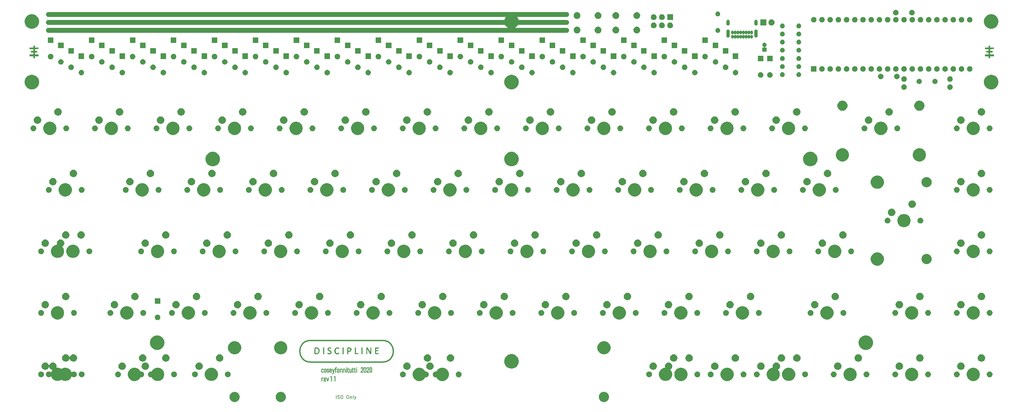
<source format=gts>
G04 #@! TF.GenerationSoftware,KiCad,Pcbnew,(5.1.6)-1*
G04 #@! TF.CreationDate,2020-07-14T19:46:05+04:00*
G04 #@! TF.ProjectId,discipline-pcb,64697363-6970-46c6-996e-652d7063622e,rev?*
G04 #@! TF.SameCoordinates,Original*
G04 #@! TF.FileFunction,Soldermask,Top*
G04 #@! TF.FilePolarity,Negative*
%FSLAX46Y46*%
G04 Gerber Fmt 4.6, Leading zero omitted, Abs format (unit mm)*
G04 Created by KiCad (PCBNEW (5.1.6)-1) date 2020-07-14 19:46:05*
%MOMM*%
%LPD*%
G01*
G04 APERTURE LIST*
%ADD10C,0.200000*%
%ADD11C,1.500000*%
%ADD12C,0.150000*%
%ADD13C,0.010000*%
%ADD14C,0.400000*%
%ADD15C,0.100000*%
G04 APERTURE END LIST*
D10*
X152000000Y-178452380D02*
X152000000Y-177452380D01*
X152428571Y-178404761D02*
X152571428Y-178452380D01*
X152809523Y-178452380D01*
X152904761Y-178404761D01*
X152952380Y-178357142D01*
X153000000Y-178261904D01*
X153000000Y-178166666D01*
X152952380Y-178071428D01*
X152904761Y-178023809D01*
X152809523Y-177976190D01*
X152619047Y-177928571D01*
X152523809Y-177880952D01*
X152476190Y-177833333D01*
X152428571Y-177738095D01*
X152428571Y-177642857D01*
X152476190Y-177547619D01*
X152523809Y-177500000D01*
X152619047Y-177452380D01*
X152857142Y-177452380D01*
X153000000Y-177500000D01*
X153619047Y-177452380D02*
X153809523Y-177452380D01*
X153904761Y-177500000D01*
X154000000Y-177595238D01*
X154047619Y-177785714D01*
X154047619Y-178119047D01*
X154000000Y-178309523D01*
X153904761Y-178404761D01*
X153809523Y-178452380D01*
X153619047Y-178452380D01*
X153523809Y-178404761D01*
X153428571Y-178309523D01*
X153380952Y-178119047D01*
X153380952Y-177785714D01*
X153428571Y-177595238D01*
X153523809Y-177500000D01*
X153619047Y-177452380D01*
X155428571Y-177452380D02*
X155619047Y-177452380D01*
X155714285Y-177500000D01*
X155809523Y-177595238D01*
X155857142Y-177785714D01*
X155857142Y-178119047D01*
X155809523Y-178309523D01*
X155714285Y-178404761D01*
X155619047Y-178452380D01*
X155428571Y-178452380D01*
X155333333Y-178404761D01*
X155238095Y-178309523D01*
X155190476Y-178119047D01*
X155190476Y-177785714D01*
X155238095Y-177595238D01*
X155333333Y-177500000D01*
X155428571Y-177452380D01*
X156285714Y-177785714D02*
X156285714Y-178452380D01*
X156285714Y-177880952D02*
X156333333Y-177833333D01*
X156428571Y-177785714D01*
X156571428Y-177785714D01*
X156666666Y-177833333D01*
X156714285Y-177928571D01*
X156714285Y-178452380D01*
X157333333Y-178452380D02*
X157238095Y-178404761D01*
X157190476Y-178309523D01*
X157190476Y-177452380D01*
X157619047Y-177785714D02*
X157857142Y-178452380D01*
X158095238Y-177785714D02*
X157857142Y-178452380D01*
X157761904Y-178690476D01*
X157714285Y-178738095D01*
X157619047Y-178785714D01*
D11*
X223254308Y-59503020D02*
X62883004Y-59503020D01*
X223254308Y-61986290D02*
X62883004Y-61986290D01*
X223254308Y-64469560D02*
X62883004Y-64469560D01*
D12*
X151085196Y-172974204D02*
G75*
G03*
X151085196Y-172974204I-56796J0D01*
G01*
D13*
G36*
X151658972Y-173101000D02*
G01*
X151496694Y-173101000D01*
X151496694Y-171634029D01*
X151362156Y-171718413D01*
X151322503Y-171743230D01*
X151286246Y-171765819D01*
X151255305Y-171784992D01*
X151231600Y-171799561D01*
X151217050Y-171808340D01*
X151213990Y-171810091D01*
X151208210Y-171812505D01*
X151204354Y-171810962D01*
X151202040Y-171803315D01*
X151200888Y-171787416D01*
X151200515Y-171761116D01*
X151200515Y-171734234D01*
X151200670Y-171651083D01*
X151315383Y-171575236D01*
X151430095Y-171499388D01*
X151658972Y-171499388D01*
X151658972Y-173101000D01*
G37*
X151658972Y-173101000D02*
X151496694Y-173101000D01*
X151496694Y-171634029D01*
X151362156Y-171718413D01*
X151322503Y-171743230D01*
X151286246Y-171765819D01*
X151255305Y-171784992D01*
X151231600Y-171799561D01*
X151217050Y-171808340D01*
X151213990Y-171810091D01*
X151208210Y-171812505D01*
X151204354Y-171810962D01*
X151202040Y-171803315D01*
X151200888Y-171787416D01*
X151200515Y-171761116D01*
X151200515Y-171734234D01*
X151200670Y-171651083D01*
X151315383Y-171575236D01*
X151430095Y-171499388D01*
X151658972Y-171499388D01*
X151658972Y-173101000D01*
G36*
X148438439Y-171939035D02*
G01*
X148471606Y-171942554D01*
X148504768Y-171947851D01*
X148531151Y-171953828D01*
X148532788Y-171954310D01*
X148580620Y-171974735D01*
X148626988Y-172005329D01*
X148667078Y-172042553D01*
X148686635Y-172067361D01*
X148704974Y-172097070D01*
X148719797Y-172127896D01*
X148731438Y-172161691D01*
X148740229Y-172200304D01*
X148746503Y-172245586D01*
X148750593Y-172299387D01*
X148752830Y-172363557D01*
X148753549Y-172439541D01*
X148753688Y-172593000D01*
X148231577Y-172593000D01*
X148231577Y-172697552D01*
X148232410Y-172752171D01*
X148235277Y-172795424D01*
X148240734Y-172829978D01*
X148249336Y-172858500D01*
X148261636Y-172883658D01*
X148274262Y-172902809D01*
X148305177Y-172934285D01*
X148344787Y-172955098D01*
X148393507Y-172965430D01*
X148422077Y-172966720D01*
X148474696Y-172961517D01*
X148517750Y-172945964D01*
X148551465Y-172919864D01*
X148576069Y-172883021D01*
X148591788Y-172835237D01*
X148595068Y-172817013D01*
X148600068Y-172783500D01*
X148753688Y-172783500D01*
X148753688Y-172817295D01*
X148751756Y-172844151D01*
X148746824Y-172875304D01*
X148743139Y-172891593D01*
X148720553Y-172953800D01*
X148687791Y-173006235D01*
X148644948Y-173048804D01*
X148592114Y-173081412D01*
X148535986Y-173102196D01*
X148496514Y-173109795D01*
X148449075Y-173113867D01*
X148398981Y-173114371D01*
X148351543Y-173111264D01*
X148312070Y-173104506D01*
X148309927Y-173103945D01*
X148248237Y-173080413D01*
X148194451Y-173045500D01*
X148149280Y-172999964D01*
X148113434Y-172944563D01*
X148087624Y-172880055D01*
X148082451Y-172861111D01*
X148079759Y-172842720D01*
X148077469Y-172812191D01*
X148075583Y-172771479D01*
X148074099Y-172722542D01*
X148073017Y-172667333D01*
X148072338Y-172607810D01*
X148072060Y-172545928D01*
X148072184Y-172483643D01*
X148072520Y-172444833D01*
X148230311Y-172444833D01*
X148592889Y-172444833D01*
X148590025Y-172333708D01*
X148588706Y-172290291D01*
X148587079Y-172258200D01*
X148584771Y-172234648D01*
X148581412Y-172216850D01*
X148576629Y-172202021D01*
X148570662Y-172188627D01*
X148545213Y-172146262D01*
X148515209Y-172116464D01*
X148478641Y-172097977D01*
X148433502Y-172089544D01*
X148410972Y-172088695D01*
X148380849Y-172089165D01*
X148359742Y-172091571D01*
X148342576Y-172097092D01*
X148324277Y-172106903D01*
X148319250Y-172109967D01*
X148298023Y-172125125D01*
X148281594Y-172142891D01*
X148266084Y-172167822D01*
X148259800Y-172179779D01*
X148250398Y-172198558D01*
X148243696Y-172214105D01*
X148239172Y-172229433D01*
X148236305Y-172247560D01*
X148234574Y-172271500D01*
X148233457Y-172304269D01*
X148232708Y-172336492D01*
X148230311Y-172444833D01*
X148072520Y-172444833D01*
X148072710Y-172422910D01*
X148073637Y-172365687D01*
X148074965Y-172313927D01*
X148076694Y-172269589D01*
X148078823Y-172234626D01*
X148081353Y-172210996D01*
X148082529Y-172204944D01*
X148106366Y-172133599D01*
X148139323Y-172072741D01*
X148180925Y-172022727D01*
X148230695Y-171983910D01*
X148288157Y-171956649D01*
X148352835Y-171941298D01*
X148424252Y-171938213D01*
X148438439Y-171939035D01*
G37*
X148438439Y-171939035D02*
X148471606Y-171942554D01*
X148504768Y-171947851D01*
X148531151Y-171953828D01*
X148532788Y-171954310D01*
X148580620Y-171974735D01*
X148626988Y-172005329D01*
X148667078Y-172042553D01*
X148686635Y-172067361D01*
X148704974Y-172097070D01*
X148719797Y-172127896D01*
X148731438Y-172161691D01*
X148740229Y-172200304D01*
X148746503Y-172245586D01*
X148750593Y-172299387D01*
X148752830Y-172363557D01*
X148753549Y-172439541D01*
X148753688Y-172593000D01*
X148231577Y-172593000D01*
X148231577Y-172697552D01*
X148232410Y-172752171D01*
X148235277Y-172795424D01*
X148240734Y-172829978D01*
X148249336Y-172858500D01*
X148261636Y-172883658D01*
X148274262Y-172902809D01*
X148305177Y-172934285D01*
X148344787Y-172955098D01*
X148393507Y-172965430D01*
X148422077Y-172966720D01*
X148474696Y-172961517D01*
X148517750Y-172945964D01*
X148551465Y-172919864D01*
X148576069Y-172883021D01*
X148591788Y-172835237D01*
X148595068Y-172817013D01*
X148600068Y-172783500D01*
X148753688Y-172783500D01*
X148753688Y-172817295D01*
X148751756Y-172844151D01*
X148746824Y-172875304D01*
X148743139Y-172891593D01*
X148720553Y-172953800D01*
X148687791Y-173006235D01*
X148644948Y-173048804D01*
X148592114Y-173081412D01*
X148535986Y-173102196D01*
X148496514Y-173109795D01*
X148449075Y-173113867D01*
X148398981Y-173114371D01*
X148351543Y-173111264D01*
X148312070Y-173104506D01*
X148309927Y-173103945D01*
X148248237Y-173080413D01*
X148194451Y-173045500D01*
X148149280Y-172999964D01*
X148113434Y-172944563D01*
X148087624Y-172880055D01*
X148082451Y-172861111D01*
X148079759Y-172842720D01*
X148077469Y-172812191D01*
X148075583Y-172771479D01*
X148074099Y-172722542D01*
X148073017Y-172667333D01*
X148072338Y-172607810D01*
X148072060Y-172545928D01*
X148072184Y-172483643D01*
X148072520Y-172444833D01*
X148230311Y-172444833D01*
X148592889Y-172444833D01*
X148590025Y-172333708D01*
X148588706Y-172290291D01*
X148587079Y-172258200D01*
X148584771Y-172234648D01*
X148581412Y-172216850D01*
X148576629Y-172202021D01*
X148570662Y-172188627D01*
X148545213Y-172146262D01*
X148515209Y-172116464D01*
X148478641Y-172097977D01*
X148433502Y-172089544D01*
X148410972Y-172088695D01*
X148380849Y-172089165D01*
X148359742Y-172091571D01*
X148342576Y-172097092D01*
X148324277Y-172106903D01*
X148319250Y-172109967D01*
X148298023Y-172125125D01*
X148281594Y-172142891D01*
X148266084Y-172167822D01*
X148259800Y-172179779D01*
X148250398Y-172198558D01*
X148243696Y-172214105D01*
X148239172Y-172229433D01*
X148236305Y-172247560D01*
X148234574Y-172271500D01*
X148233457Y-172304269D01*
X148232708Y-172336492D01*
X148230311Y-172444833D01*
X148072520Y-172444833D01*
X148072710Y-172422910D01*
X148073637Y-172365687D01*
X148074965Y-172313927D01*
X148076694Y-172269589D01*
X148078823Y-172234626D01*
X148081353Y-172210996D01*
X148082529Y-172204944D01*
X148106366Y-172133599D01*
X148139323Y-172072741D01*
X148180925Y-172022727D01*
X148230695Y-171983910D01*
X148288157Y-171956649D01*
X148352835Y-171941298D01*
X148424252Y-171938213D01*
X148438439Y-171939035D01*
G36*
X147907022Y-172085000D02*
G01*
X147880563Y-172085053D01*
X147817144Y-172090536D01*
X147756122Y-172105947D01*
X147699738Y-172130113D01*
X147650231Y-172161862D01*
X147609844Y-172200023D01*
X147581876Y-172241314D01*
X147574620Y-172255873D01*
X147568459Y-172269737D01*
X147563302Y-172284152D01*
X147559061Y-172300362D01*
X147555645Y-172319614D01*
X147552965Y-172343154D01*
X147550931Y-172372227D01*
X147549454Y-172408080D01*
X147548443Y-172451959D01*
X147547809Y-172505108D01*
X147547462Y-172568774D01*
X147547312Y-172644203D01*
X147547272Y-172721763D01*
X147547188Y-173101000D01*
X147384911Y-173101000D01*
X147384911Y-171958000D01*
X147547188Y-171958000D01*
X147547188Y-172114006D01*
X147591877Y-172069516D01*
X147653526Y-172017476D01*
X147720973Y-171978152D01*
X147793696Y-171951798D01*
X147861321Y-171939566D01*
X147907022Y-171934884D01*
X147907022Y-172085000D01*
G37*
X147907022Y-172085000D02*
X147880563Y-172085053D01*
X147817144Y-172090536D01*
X147756122Y-172105947D01*
X147699738Y-172130113D01*
X147650231Y-172161862D01*
X147609844Y-172200023D01*
X147581876Y-172241314D01*
X147574620Y-172255873D01*
X147568459Y-172269737D01*
X147563302Y-172284152D01*
X147559061Y-172300362D01*
X147555645Y-172319614D01*
X147552965Y-172343154D01*
X147550931Y-172372227D01*
X147549454Y-172408080D01*
X147548443Y-172451959D01*
X147547809Y-172505108D01*
X147547462Y-172568774D01*
X147547312Y-172644203D01*
X147547272Y-172721763D01*
X147547188Y-173101000D01*
X147384911Y-173101000D01*
X147384911Y-171958000D01*
X147547188Y-171958000D01*
X147547188Y-172114006D01*
X147591877Y-172069516D01*
X147653526Y-172017476D01*
X147720973Y-171978152D01*
X147793696Y-171951798D01*
X147861321Y-171939566D01*
X147907022Y-171934884D01*
X147907022Y-172085000D01*
G36*
X149639535Y-171958173D02*
G01*
X149662567Y-171958930D01*
X149675965Y-171960628D01*
X149681966Y-171963620D01*
X149682807Y-171968264D01*
X149682296Y-171970347D01*
X149679869Y-171978949D01*
X149673963Y-172000092D01*
X149664872Y-172032718D01*
X149652889Y-172075773D01*
X149638308Y-172128198D01*
X149621423Y-172188938D01*
X149602527Y-172256936D01*
X149581916Y-172331134D01*
X149559881Y-172410478D01*
X149536718Y-172493909D01*
X149529776Y-172518916D01*
X149506242Y-172603661D01*
X149483671Y-172684857D01*
X149462367Y-172761421D01*
X149442633Y-172832268D01*
X149424770Y-172896315D01*
X149409082Y-172952477D01*
X149395871Y-172999669D01*
X149385440Y-173036808D01*
X149378092Y-173062809D01*
X149374129Y-173076588D01*
X149373680Y-173078069D01*
X149366427Y-173101000D01*
X149220449Y-173101000D01*
X149213111Y-173078069D01*
X149209423Y-173065703D01*
X149202439Y-173041463D01*
X149192504Y-173006585D01*
X149179964Y-172962302D01*
X149165163Y-172909851D01*
X149148448Y-172850466D01*
X149130162Y-172785382D01*
X149110651Y-172715834D01*
X149090261Y-172643057D01*
X149069335Y-172568285D01*
X149048220Y-172492754D01*
X149027261Y-172417698D01*
X149006802Y-172344353D01*
X148987189Y-172273953D01*
X148968766Y-172207733D01*
X148951880Y-172146929D01*
X148936874Y-172092775D01*
X148924095Y-172046505D01*
X148913887Y-172009356D01*
X148906595Y-171982561D01*
X148902565Y-171967356D01*
X148901855Y-171964295D01*
X148908445Y-171961816D01*
X148926360Y-171959797D01*
X148952814Y-171958454D01*
X148982994Y-171958000D01*
X149014939Y-171958227D01*
X149040964Y-171958844D01*
X149058281Y-171959755D01*
X149064133Y-171960794D01*
X149065820Y-171968149D01*
X149070647Y-171987751D01*
X149078262Y-172018219D01*
X149088313Y-172058170D01*
X149100446Y-172106222D01*
X149114311Y-172160992D01*
X149129556Y-172221098D01*
X149145827Y-172285158D01*
X149162773Y-172351790D01*
X149180042Y-172419610D01*
X149197281Y-172487237D01*
X149214139Y-172553289D01*
X149230263Y-172616382D01*
X149245302Y-172675135D01*
X149258902Y-172728164D01*
X149270712Y-172774089D01*
X149280381Y-172811526D01*
X149287554Y-172839093D01*
X149291881Y-172855408D01*
X149293048Y-172859430D01*
X149295031Y-172853113D01*
X149300156Y-172834266D01*
X149308126Y-172804044D01*
X149318644Y-172763604D01*
X149331410Y-172714099D01*
X149346128Y-172656687D01*
X149362499Y-172592522D01*
X149380226Y-172522760D01*
X149399011Y-172448557D01*
X149402159Y-172436097D01*
X149421305Y-172360294D01*
X149439579Y-172287970D01*
X149456661Y-172220386D01*
X149472233Y-172158802D01*
X149485975Y-172104478D01*
X149497569Y-172058674D01*
X149506696Y-172022651D01*
X149513038Y-171997667D01*
X149516275Y-171984984D01*
X149516412Y-171984458D01*
X149523288Y-171958000D01*
X149604630Y-171958000D01*
X149639535Y-171958173D01*
G37*
X149639535Y-171958173D02*
X149662567Y-171958930D01*
X149675965Y-171960628D01*
X149681966Y-171963620D01*
X149682807Y-171968264D01*
X149682296Y-171970347D01*
X149679869Y-171978949D01*
X149673963Y-172000092D01*
X149664872Y-172032718D01*
X149652889Y-172075773D01*
X149638308Y-172128198D01*
X149621423Y-172188938D01*
X149602527Y-172256936D01*
X149581916Y-172331134D01*
X149559881Y-172410478D01*
X149536718Y-172493909D01*
X149529776Y-172518916D01*
X149506242Y-172603661D01*
X149483671Y-172684857D01*
X149462367Y-172761421D01*
X149442633Y-172832268D01*
X149424770Y-172896315D01*
X149409082Y-172952477D01*
X149395871Y-172999669D01*
X149385440Y-173036808D01*
X149378092Y-173062809D01*
X149374129Y-173076588D01*
X149373680Y-173078069D01*
X149366427Y-173101000D01*
X149220449Y-173101000D01*
X149213111Y-173078069D01*
X149209423Y-173065703D01*
X149202439Y-173041463D01*
X149192504Y-173006585D01*
X149179964Y-172962302D01*
X149165163Y-172909851D01*
X149148448Y-172850466D01*
X149130162Y-172785382D01*
X149110651Y-172715834D01*
X149090261Y-172643057D01*
X149069335Y-172568285D01*
X149048220Y-172492754D01*
X149027261Y-172417698D01*
X149006802Y-172344353D01*
X148987189Y-172273953D01*
X148968766Y-172207733D01*
X148951880Y-172146929D01*
X148936874Y-172092775D01*
X148924095Y-172046505D01*
X148913887Y-172009356D01*
X148906595Y-171982561D01*
X148902565Y-171967356D01*
X148901855Y-171964295D01*
X148908445Y-171961816D01*
X148926360Y-171959797D01*
X148952814Y-171958454D01*
X148982994Y-171958000D01*
X149014939Y-171958227D01*
X149040964Y-171958844D01*
X149058281Y-171959755D01*
X149064133Y-171960794D01*
X149065820Y-171968149D01*
X149070647Y-171987751D01*
X149078262Y-172018219D01*
X149088313Y-172058170D01*
X149100446Y-172106222D01*
X149114311Y-172160992D01*
X149129556Y-172221098D01*
X149145827Y-172285158D01*
X149162773Y-172351790D01*
X149180042Y-172419610D01*
X149197281Y-172487237D01*
X149214139Y-172553289D01*
X149230263Y-172616382D01*
X149245302Y-172675135D01*
X149258902Y-172728164D01*
X149270712Y-172774089D01*
X149280381Y-172811526D01*
X149287554Y-172839093D01*
X149291881Y-172855408D01*
X149293048Y-172859430D01*
X149295031Y-172853113D01*
X149300156Y-172834266D01*
X149308126Y-172804044D01*
X149318644Y-172763604D01*
X149331410Y-172714099D01*
X149346128Y-172656687D01*
X149362499Y-172592522D01*
X149380226Y-172522760D01*
X149399011Y-172448557D01*
X149402159Y-172436097D01*
X149421305Y-172360294D01*
X149439579Y-172287970D01*
X149456661Y-172220386D01*
X149472233Y-172158802D01*
X149485975Y-172104478D01*
X149497569Y-172058674D01*
X149506696Y-172022651D01*
X149513038Y-171997667D01*
X149516275Y-171984984D01*
X149516412Y-171984458D01*
X149523288Y-171958000D01*
X149604630Y-171958000D01*
X149639535Y-171958173D01*
G36*
X150559911Y-173101000D02*
G01*
X150397633Y-173101000D01*
X150397633Y-171634029D01*
X150263095Y-171718413D01*
X150223442Y-171743230D01*
X150187185Y-171765819D01*
X150156244Y-171784992D01*
X150132539Y-171799561D01*
X150117989Y-171808340D01*
X150114929Y-171810091D01*
X150109149Y-171812505D01*
X150105293Y-171810962D01*
X150102979Y-171803315D01*
X150101827Y-171787416D01*
X150101454Y-171761116D01*
X150101454Y-171734234D01*
X150101609Y-171651083D01*
X150216322Y-171575236D01*
X150331034Y-171499388D01*
X150559911Y-171499388D01*
X150559911Y-173101000D01*
G37*
X150559911Y-173101000D02*
X150397633Y-173101000D01*
X150397633Y-171634029D01*
X150263095Y-171718413D01*
X150223442Y-171743230D01*
X150187185Y-171765819D01*
X150156244Y-171784992D01*
X150132539Y-171799561D01*
X150117989Y-171808340D01*
X150114929Y-171810091D01*
X150109149Y-171812505D01*
X150105293Y-171810962D01*
X150102979Y-171803315D01*
X150101827Y-171787416D01*
X150101454Y-171761116D01*
X150101454Y-171734234D01*
X150101609Y-171651083D01*
X150216322Y-171575236D01*
X150331034Y-171499388D01*
X150559911Y-171499388D01*
X150559911Y-173101000D01*
G36*
X158311991Y-168981966D02*
G01*
X158149714Y-168981966D01*
X158149714Y-168826744D01*
X158311991Y-168826744D01*
X158311991Y-168981966D01*
G37*
X158311991Y-168981966D02*
X158149714Y-168981966D01*
X158149714Y-168826744D01*
X158311991Y-168826744D01*
X158311991Y-168981966D01*
G36*
X155165214Y-168981966D02*
G01*
X155002936Y-168981966D01*
X155002936Y-168826744D01*
X155165214Y-168826744D01*
X155165214Y-168981966D01*
G37*
X155165214Y-168981966D02*
X155002936Y-168981966D01*
X155002936Y-168826744D01*
X155165214Y-168826744D01*
X155165214Y-168981966D01*
G36*
X161770308Y-168749337D02*
G01*
X161814438Y-168752544D01*
X161851045Y-168758314D01*
X161856880Y-168759737D01*
X161921243Y-168783189D01*
X161976074Y-168816959D01*
X162021232Y-168860833D01*
X162056579Y-168914599D01*
X162081974Y-168978043D01*
X162097276Y-169050951D01*
X162102345Y-169133110D01*
X162102344Y-169133661D01*
X162097593Y-169215673D01*
X162083245Y-169297453D01*
X162058700Y-169381200D01*
X162023362Y-169469111D01*
X161994703Y-169528772D01*
X161981873Y-169552785D01*
X161962521Y-169587309D01*
X161937537Y-169630849D01*
X161907812Y-169681907D01*
X161874235Y-169738988D01*
X161837698Y-169800595D01*
X161799090Y-169865233D01*
X161759302Y-169931405D01*
X161719224Y-169997615D01*
X161679747Y-170062366D01*
X161641761Y-170124163D01*
X161608420Y-170177883D01*
X161586405Y-170213161D01*
X161843615Y-170215011D01*
X162100825Y-170216862D01*
X162100825Y-170364855D01*
X161388214Y-170364855D01*
X161388214Y-170233543D01*
X161586740Y-169898796D01*
X161625643Y-169833021D01*
X161663697Y-169768344D01*
X161700038Y-169706253D01*
X161733803Y-169648242D01*
X161764127Y-169595800D01*
X161790147Y-169550418D01*
X161810998Y-169513587D01*
X161825817Y-169486799D01*
X161829782Y-169479383D01*
X161871572Y-169391925D01*
X161903167Y-169308309D01*
X161924440Y-169229386D01*
X161935260Y-169156005D01*
X161935498Y-169089016D01*
X161925027Y-169029271D01*
X161905415Y-168980678D01*
X161879151Y-168942641D01*
X161847392Y-168916483D01*
X161808326Y-168901179D01*
X161760137Y-168895703D01*
X161755103Y-168895657D01*
X161707758Y-168899874D01*
X161668487Y-168913691D01*
X161633805Y-168938612D01*
X161617844Y-168954873D01*
X161591007Y-168991042D01*
X161571005Y-169033251D01*
X161556861Y-169084088D01*
X161548378Y-169138952D01*
X161540616Y-169207744D01*
X161379032Y-169207744D01*
X161383347Y-169135425D01*
X161392004Y-169060926D01*
X161408333Y-168991555D01*
X161431447Y-168930935D01*
X161435093Y-168923513D01*
X161465611Y-168876511D01*
X161506218Y-168833458D01*
X161553623Y-168796965D01*
X161604538Y-168769645D01*
X161646069Y-168756037D01*
X161680795Y-168750990D01*
X161723984Y-168748788D01*
X161770308Y-168749337D01*
G37*
X161770308Y-168749337D02*
X161814438Y-168752544D01*
X161851045Y-168758314D01*
X161856880Y-168759737D01*
X161921243Y-168783189D01*
X161976074Y-168816959D01*
X162021232Y-168860833D01*
X162056579Y-168914599D01*
X162081974Y-168978043D01*
X162097276Y-169050951D01*
X162102345Y-169133110D01*
X162102344Y-169133661D01*
X162097593Y-169215673D01*
X162083245Y-169297453D01*
X162058700Y-169381200D01*
X162023362Y-169469111D01*
X161994703Y-169528772D01*
X161981873Y-169552785D01*
X161962521Y-169587309D01*
X161937537Y-169630849D01*
X161907812Y-169681907D01*
X161874235Y-169738988D01*
X161837698Y-169800595D01*
X161799090Y-169865233D01*
X161759302Y-169931405D01*
X161719224Y-169997615D01*
X161679747Y-170062366D01*
X161641761Y-170124163D01*
X161608420Y-170177883D01*
X161586405Y-170213161D01*
X161843615Y-170215011D01*
X162100825Y-170216862D01*
X162100825Y-170364855D01*
X161388214Y-170364855D01*
X161388214Y-170233543D01*
X161586740Y-169898796D01*
X161625643Y-169833021D01*
X161663697Y-169768344D01*
X161700038Y-169706253D01*
X161733803Y-169648242D01*
X161764127Y-169595800D01*
X161790147Y-169550418D01*
X161810998Y-169513587D01*
X161825817Y-169486799D01*
X161829782Y-169479383D01*
X161871572Y-169391925D01*
X161903167Y-169308309D01*
X161924440Y-169229386D01*
X161935260Y-169156005D01*
X161935498Y-169089016D01*
X161925027Y-169029271D01*
X161905415Y-168980678D01*
X161879151Y-168942641D01*
X161847392Y-168916483D01*
X161808326Y-168901179D01*
X161760137Y-168895703D01*
X161755103Y-168895657D01*
X161707758Y-168899874D01*
X161668487Y-168913691D01*
X161633805Y-168938612D01*
X161617844Y-168954873D01*
X161591007Y-168991042D01*
X161571005Y-169033251D01*
X161556861Y-169084088D01*
X161548378Y-169138952D01*
X161540616Y-169207744D01*
X161379032Y-169207744D01*
X161383347Y-169135425D01*
X161392004Y-169060926D01*
X161408333Y-168991555D01*
X161431447Y-168930935D01*
X161435093Y-168923513D01*
X161465611Y-168876511D01*
X161506218Y-168833458D01*
X161553623Y-168796965D01*
X161604538Y-168769645D01*
X161646069Y-168756037D01*
X161680795Y-168750990D01*
X161723984Y-168748788D01*
X161770308Y-168749337D01*
G36*
X159926444Y-168749187D02*
G01*
X159970574Y-168752237D01*
X160007754Y-168757911D01*
X160015333Y-168759725D01*
X160079964Y-168783249D01*
X160135113Y-168817225D01*
X160180779Y-168861648D01*
X160216958Y-168916517D01*
X160243647Y-168981827D01*
X160249718Y-169003133D01*
X160256833Y-169042923D01*
X160260673Y-169091925D01*
X160261249Y-169145625D01*
X160258569Y-169199512D01*
X160252643Y-169249073D01*
X160249146Y-169267716D01*
X160240586Y-169305020D01*
X160230912Y-169341003D01*
X160219542Y-169376842D01*
X160205893Y-169413715D01*
X160189383Y-169452799D01*
X160169429Y-169495270D01*
X160145450Y-169542305D01*
X160116862Y-169595083D01*
X160083083Y-169654778D01*
X160043530Y-169722569D01*
X159997622Y-169799633D01*
X159944776Y-169887146D01*
X159933179Y-169906244D01*
X159746654Y-170213161D01*
X160002989Y-170215011D01*
X160259325Y-170216862D01*
X160259325Y-170364855D01*
X159546714Y-170364855D01*
X159546776Y-170234327D01*
X159755600Y-169881550D01*
X159795109Y-169814609D01*
X159833492Y-169749207D01*
X159869951Y-169686724D01*
X159903691Y-169628544D01*
X159933913Y-169576048D01*
X159959821Y-169530619D01*
X159980619Y-169493639D01*
X159995509Y-169466490D01*
X160001683Y-169454688D01*
X160039290Y-169372045D01*
X160067721Y-169292417D01*
X160086563Y-169217393D01*
X160095404Y-169148562D01*
X160094773Y-169096393D01*
X160089313Y-169052823D01*
X160080920Y-169018484D01*
X160068075Y-168988566D01*
X160052760Y-168963372D01*
X160022874Y-168929531D01*
X159986309Y-168907506D01*
X159941936Y-168896739D01*
X159915202Y-168895404D01*
X159867848Y-168899573D01*
X159828911Y-168912703D01*
X159794809Y-168936327D01*
X159776344Y-168954873D01*
X159750912Y-168988680D01*
X159731788Y-169027597D01*
X159717920Y-169074429D01*
X159708251Y-169131978D01*
X159707541Y-169137863D01*
X159699342Y-169207744D01*
X159539658Y-169207744D01*
X159539751Y-169160119D01*
X159542712Y-169113914D01*
X159550677Y-169062324D01*
X159562508Y-169010526D01*
X159577067Y-168963693D01*
X159589316Y-168934490D01*
X159623494Y-168879398D01*
X159667272Y-168831621D01*
X159718339Y-168793071D01*
X159774384Y-168765663D01*
X159804241Y-168756566D01*
X159838090Y-168751274D01*
X159880554Y-168748840D01*
X159926444Y-168749187D01*
G37*
X159926444Y-168749187D02*
X159970574Y-168752237D01*
X160007754Y-168757911D01*
X160015333Y-168759725D01*
X160079964Y-168783249D01*
X160135113Y-168817225D01*
X160180779Y-168861648D01*
X160216958Y-168916517D01*
X160243647Y-168981827D01*
X160249718Y-169003133D01*
X160256833Y-169042923D01*
X160260673Y-169091925D01*
X160261249Y-169145625D01*
X160258569Y-169199512D01*
X160252643Y-169249073D01*
X160249146Y-169267716D01*
X160240586Y-169305020D01*
X160230912Y-169341003D01*
X160219542Y-169376842D01*
X160205893Y-169413715D01*
X160189383Y-169452799D01*
X160169429Y-169495270D01*
X160145450Y-169542305D01*
X160116862Y-169595083D01*
X160083083Y-169654778D01*
X160043530Y-169722569D01*
X159997622Y-169799633D01*
X159944776Y-169887146D01*
X159933179Y-169906244D01*
X159746654Y-170213161D01*
X160002989Y-170215011D01*
X160259325Y-170216862D01*
X160259325Y-170364855D01*
X159546714Y-170364855D01*
X159546776Y-170234327D01*
X159755600Y-169881550D01*
X159795109Y-169814609D01*
X159833492Y-169749207D01*
X159869951Y-169686724D01*
X159903691Y-169628544D01*
X159933913Y-169576048D01*
X159959821Y-169530619D01*
X159980619Y-169493639D01*
X159995509Y-169466490D01*
X160001683Y-169454688D01*
X160039290Y-169372045D01*
X160067721Y-169292417D01*
X160086563Y-169217393D01*
X160095404Y-169148562D01*
X160094773Y-169096393D01*
X160089313Y-169052823D01*
X160080920Y-169018484D01*
X160068075Y-168988566D01*
X160052760Y-168963372D01*
X160022874Y-168929531D01*
X159986309Y-168907506D01*
X159941936Y-168896739D01*
X159915202Y-168895404D01*
X159867848Y-168899573D01*
X159828911Y-168912703D01*
X159794809Y-168936327D01*
X159776344Y-168954873D01*
X159750912Y-168988680D01*
X159731788Y-169027597D01*
X159717920Y-169074429D01*
X159708251Y-169131978D01*
X159707541Y-169137863D01*
X159699342Y-169207744D01*
X159539658Y-169207744D01*
X159539751Y-169160119D01*
X159542712Y-169113914D01*
X159550677Y-169062324D01*
X159562508Y-169010526D01*
X159577067Y-168963693D01*
X159589316Y-168934490D01*
X159623494Y-168879398D01*
X159667272Y-168831621D01*
X159718339Y-168793071D01*
X159774384Y-168765663D01*
X159804241Y-168756566D01*
X159838090Y-168751274D01*
X159880554Y-168748840D01*
X159926444Y-168749187D01*
G36*
X158311991Y-170364855D02*
G01*
X158149714Y-170364855D01*
X158149714Y-169221855D01*
X158311991Y-169221855D01*
X158311991Y-170364855D01*
G37*
X158311991Y-170364855D02*
X158149714Y-170364855D01*
X158149714Y-169221855D01*
X158311991Y-169221855D01*
X158311991Y-170364855D01*
G36*
X155165214Y-170364855D02*
G01*
X155002936Y-170364855D01*
X155002936Y-169221855D01*
X155165214Y-169221855D01*
X155165214Y-170364855D01*
G37*
X155165214Y-170364855D02*
X155002936Y-170364855D01*
X155002936Y-169221855D01*
X155165214Y-169221855D01*
X155165214Y-170364855D01*
G36*
X154533741Y-169210793D02*
G01*
X154589133Y-169229516D01*
X154635333Y-169257883D01*
X154672766Y-169296417D01*
X154701851Y-169345646D01*
X154723012Y-169406094D01*
X154734147Y-169460467D01*
X154735979Y-169479989D01*
X154737578Y-169513173D01*
X154738936Y-169559568D01*
X154740046Y-169618727D01*
X154740902Y-169690199D01*
X154741495Y-169773538D01*
X154741818Y-169868293D01*
X154741880Y-169937582D01*
X154741880Y-170364855D01*
X154579603Y-170364855D01*
X154579603Y-169934063D01*
X154579472Y-169830554D01*
X154579082Y-169739681D01*
X154578437Y-169661662D01*
X154577540Y-169596719D01*
X154576394Y-169545069D01*
X154575004Y-169506935D01*
X154573373Y-169482534D01*
X154572076Y-169473688D01*
X154554318Y-169429261D01*
X154526278Y-169394370D01*
X154488332Y-169369302D01*
X154440857Y-169354345D01*
X154411033Y-169350547D01*
X154359359Y-169351612D01*
X154313672Y-169362066D01*
X154276353Y-169381241D01*
X154263213Y-169392250D01*
X154250849Y-169404852D01*
X154240170Y-169417484D01*
X154231050Y-169431230D01*
X154223369Y-169447176D01*
X154217002Y-169466408D01*
X154211828Y-169490013D01*
X154207722Y-169519075D01*
X154204563Y-169554681D01*
X154202228Y-169597916D01*
X154200593Y-169649867D01*
X154199536Y-169711619D01*
X154198934Y-169784257D01*
X154198663Y-169868869D01*
X154198603Y-169963309D01*
X154198603Y-170364855D01*
X154043380Y-170364855D01*
X154043380Y-169221855D01*
X154196839Y-169221855D01*
X154201248Y-169243904D01*
X154203688Y-169263298D01*
X154205289Y-169289833D01*
X154205658Y-169308785D01*
X154205658Y-169351618D01*
X154225588Y-169320250D01*
X154262358Y-169274963D01*
X154307792Y-169240022D01*
X154360426Y-169215947D01*
X154418797Y-169203258D01*
X154481440Y-169202476D01*
X154533741Y-169210793D01*
G37*
X154533741Y-169210793D02*
X154589133Y-169229516D01*
X154635333Y-169257883D01*
X154672766Y-169296417D01*
X154701851Y-169345646D01*
X154723012Y-169406094D01*
X154734147Y-169460467D01*
X154735979Y-169479989D01*
X154737578Y-169513173D01*
X154738936Y-169559568D01*
X154740046Y-169618727D01*
X154740902Y-169690199D01*
X154741495Y-169773538D01*
X154741818Y-169868293D01*
X154741880Y-169937582D01*
X154741880Y-170364855D01*
X154579603Y-170364855D01*
X154579603Y-169934063D01*
X154579472Y-169830554D01*
X154579082Y-169739681D01*
X154578437Y-169661662D01*
X154577540Y-169596719D01*
X154576394Y-169545069D01*
X154575004Y-169506935D01*
X154573373Y-169482534D01*
X154572076Y-169473688D01*
X154554318Y-169429261D01*
X154526278Y-169394370D01*
X154488332Y-169369302D01*
X154440857Y-169354345D01*
X154411033Y-169350547D01*
X154359359Y-169351612D01*
X154313672Y-169362066D01*
X154276353Y-169381241D01*
X154263213Y-169392250D01*
X154250849Y-169404852D01*
X154240170Y-169417484D01*
X154231050Y-169431230D01*
X154223369Y-169447176D01*
X154217002Y-169466408D01*
X154211828Y-169490013D01*
X154207722Y-169519075D01*
X154204563Y-169554681D01*
X154202228Y-169597916D01*
X154200593Y-169649867D01*
X154199536Y-169711619D01*
X154198934Y-169784257D01*
X154198663Y-169868869D01*
X154198603Y-169963309D01*
X154198603Y-170364855D01*
X154043380Y-170364855D01*
X154043380Y-169221855D01*
X154196839Y-169221855D01*
X154201248Y-169243904D01*
X154203688Y-169263298D01*
X154205289Y-169289833D01*
X154205658Y-169308785D01*
X154205658Y-169351618D01*
X154225588Y-169320250D01*
X154262358Y-169274963D01*
X154307792Y-169240022D01*
X154360426Y-169215947D01*
X154418797Y-169203258D01*
X154481440Y-169202476D01*
X154533741Y-169210793D01*
G36*
X153552352Y-169205433D02*
G01*
X153580999Y-169207946D01*
X153604740Y-169212804D01*
X153628160Y-169220673D01*
X153630273Y-169221499D01*
X153676937Y-169246858D01*
X153718313Y-169282779D01*
X153750592Y-169325787D01*
X153756403Y-169336463D01*
X153764001Y-169351949D01*
X153770577Y-169366987D01*
X153776218Y-169382698D01*
X153781010Y-169400203D01*
X153785038Y-169420626D01*
X153788389Y-169445086D01*
X153791150Y-169474707D01*
X153793406Y-169510610D01*
X153795244Y-169553917D01*
X153796750Y-169605749D01*
X153798010Y-169667228D01*
X153799110Y-169739476D01*
X153800138Y-169823615D01*
X153801156Y-169918591D01*
X153805774Y-170364855D01*
X153641716Y-170364855D01*
X153639701Y-169922119D01*
X153639289Y-169828332D01*
X153638888Y-169747574D01*
X153638377Y-169678762D01*
X153637634Y-169620816D01*
X153636538Y-169572652D01*
X153634967Y-169533190D01*
X153632800Y-169501347D01*
X153629916Y-169476041D01*
X153626193Y-169456191D01*
X153621509Y-169440714D01*
X153615744Y-169428530D01*
X153608776Y-169418555D01*
X153600482Y-169409709D01*
X153590743Y-169400908D01*
X153580163Y-169391713D01*
X153544239Y-169367515D01*
X153502250Y-169353637D01*
X153452194Y-169349529D01*
X153429624Y-169350487D01*
X153378933Y-169360119D01*
X153336797Y-169380903D01*
X153303668Y-169412435D01*
X153280000Y-169454313D01*
X153268433Y-169493726D01*
X153266428Y-169509847D01*
X153264718Y-169537040D01*
X153263295Y-169575743D01*
X153262152Y-169626392D01*
X153261280Y-169689428D01*
X153260672Y-169765288D01*
X153260319Y-169854410D01*
X153260214Y-169949754D01*
X153260214Y-170364855D01*
X153097936Y-170364855D01*
X153097936Y-169221855D01*
X153260214Y-169221855D01*
X153260214Y-169358673D01*
X153280486Y-169327306D01*
X153320334Y-169277997D01*
X153368883Y-169239635D01*
X153397797Y-169223993D01*
X153418706Y-169214884D01*
X153437115Y-169209111D01*
X153457333Y-169205957D01*
X153483667Y-169204703D01*
X153514214Y-169204596D01*
X153552352Y-169205433D01*
G37*
X153552352Y-169205433D02*
X153580999Y-169207946D01*
X153604740Y-169212804D01*
X153628160Y-169220673D01*
X153630273Y-169221499D01*
X153676937Y-169246858D01*
X153718313Y-169282779D01*
X153750592Y-169325787D01*
X153756403Y-169336463D01*
X153764001Y-169351949D01*
X153770577Y-169366987D01*
X153776218Y-169382698D01*
X153781010Y-169400203D01*
X153785038Y-169420626D01*
X153788389Y-169445086D01*
X153791150Y-169474707D01*
X153793406Y-169510610D01*
X153795244Y-169553917D01*
X153796750Y-169605749D01*
X153798010Y-169667228D01*
X153799110Y-169739476D01*
X153800138Y-169823615D01*
X153801156Y-169918591D01*
X153805774Y-170364855D01*
X153641716Y-170364855D01*
X153639701Y-169922119D01*
X153639289Y-169828332D01*
X153638888Y-169747574D01*
X153638377Y-169678762D01*
X153637634Y-169620816D01*
X153636538Y-169572652D01*
X153634967Y-169533190D01*
X153632800Y-169501347D01*
X153629916Y-169476041D01*
X153626193Y-169456191D01*
X153621509Y-169440714D01*
X153615744Y-169428530D01*
X153608776Y-169418555D01*
X153600482Y-169409709D01*
X153590743Y-169400908D01*
X153580163Y-169391713D01*
X153544239Y-169367515D01*
X153502250Y-169353637D01*
X153452194Y-169349529D01*
X153429624Y-169350487D01*
X153378933Y-169360119D01*
X153336797Y-169380903D01*
X153303668Y-169412435D01*
X153280000Y-169454313D01*
X153268433Y-169493726D01*
X153266428Y-169509847D01*
X153264718Y-169537040D01*
X153263295Y-169575743D01*
X153262152Y-169626392D01*
X153261280Y-169689428D01*
X153260672Y-169765288D01*
X153260319Y-169854410D01*
X153260214Y-169949754D01*
X153260214Y-170364855D01*
X153097936Y-170364855D01*
X153097936Y-169221855D01*
X153260214Y-169221855D01*
X153260214Y-169358673D01*
X153280486Y-169327306D01*
X153320334Y-169277997D01*
X153368883Y-169239635D01*
X153397797Y-169223993D01*
X153418706Y-169214884D01*
X153437115Y-169209111D01*
X153457333Y-169205957D01*
X153483667Y-169204703D01*
X153514214Y-169204596D01*
X153552352Y-169205433D01*
G36*
X152046658Y-168911411D02*
G01*
X151973034Y-168911411D01*
X151930853Y-168912237D01*
X151899582Y-168915244D01*
X151876088Y-168921227D01*
X151857240Y-168930978D01*
X151840117Y-168945088D01*
X151824681Y-168964275D01*
X151813348Y-168989474D01*
X151805694Y-169022604D01*
X151801297Y-169065580D01*
X151799731Y-169120318D01*
X151799714Y-169127886D01*
X151799714Y-169221855D01*
X152046658Y-169221855D01*
X152046658Y-169355911D01*
X151799714Y-169355911D01*
X151799714Y-170364855D01*
X151637436Y-170364855D01*
X151637436Y-169355911D01*
X151517491Y-169355911D01*
X151517491Y-169221855D01*
X151577464Y-169221855D01*
X151604688Y-169221663D01*
X151625655Y-169221150D01*
X151637070Y-169220413D01*
X151638218Y-169220091D01*
X151638743Y-169212828D01*
X151639725Y-169193729D01*
X151641057Y-169165062D01*
X151642634Y-169129089D01*
X151644218Y-169091327D01*
X151646456Y-169042836D01*
X151648859Y-169005818D01*
X151651756Y-168977635D01*
X151655476Y-168955651D01*
X151660347Y-168937228D01*
X151665101Y-168923781D01*
X151690098Y-168877011D01*
X151725803Y-168834959D01*
X151768865Y-168801164D01*
X151794129Y-168787534D01*
X151812630Y-168779532D01*
X151829317Y-168773853D01*
X151847358Y-168770006D01*
X151869919Y-168767499D01*
X151900168Y-168765840D01*
X151941274Y-168764539D01*
X151942589Y-168764504D01*
X152046658Y-168761706D01*
X152046658Y-168911411D01*
G37*
X152046658Y-168911411D02*
X151973034Y-168911411D01*
X151930853Y-168912237D01*
X151899582Y-168915244D01*
X151876088Y-168921227D01*
X151857240Y-168930978D01*
X151840117Y-168945088D01*
X151824681Y-168964275D01*
X151813348Y-168989474D01*
X151805694Y-169022604D01*
X151801297Y-169065580D01*
X151799731Y-169120318D01*
X151799714Y-169127886D01*
X151799714Y-169221855D01*
X152046658Y-169221855D01*
X152046658Y-169355911D01*
X151799714Y-169355911D01*
X151799714Y-170364855D01*
X151637436Y-170364855D01*
X151637436Y-169355911D01*
X151517491Y-169355911D01*
X151517491Y-169221855D01*
X151577464Y-169221855D01*
X151604688Y-169221663D01*
X151625655Y-169221150D01*
X151637070Y-169220413D01*
X151638218Y-169220091D01*
X151638743Y-169212828D01*
X151639725Y-169193729D01*
X151641057Y-169165062D01*
X151642634Y-169129089D01*
X151644218Y-169091327D01*
X151646456Y-169042836D01*
X151648859Y-169005818D01*
X151651756Y-168977635D01*
X151655476Y-168955651D01*
X151660347Y-168937228D01*
X151665101Y-168923781D01*
X151690098Y-168877011D01*
X151725803Y-168834959D01*
X151768865Y-168801164D01*
X151794129Y-168787534D01*
X151812630Y-168779532D01*
X151829317Y-168773853D01*
X151847358Y-168770006D01*
X151869919Y-168767499D01*
X151900168Y-168765840D01*
X151941274Y-168764539D01*
X151942589Y-168764504D01*
X152046658Y-168761706D01*
X152046658Y-168911411D01*
G36*
X157726380Y-169221855D02*
G01*
X157945103Y-169221855D01*
X157945103Y-169370022D01*
X157726380Y-169370022D01*
X157726380Y-169739551D01*
X157726431Y-169823417D01*
X157726606Y-169894344D01*
X157726935Y-169953507D01*
X157727451Y-170002079D01*
X157728184Y-170041232D01*
X157729167Y-170072140D01*
X157730432Y-170095975D01*
X157732009Y-170113912D01*
X157733930Y-170127122D01*
X157736227Y-170136780D01*
X157737149Y-170139604D01*
X157753375Y-170173231D01*
X157775936Y-170197461D01*
X157806565Y-170213266D01*
X157846997Y-170221620D01*
X157886894Y-170223589D01*
X157945103Y-170223744D01*
X157945103Y-170371911D01*
X157872783Y-170371081D01*
X157838000Y-170370165D01*
X157804638Y-170368395D01*
X157777716Y-170366076D01*
X157767801Y-170364732D01*
X157712029Y-170349482D01*
X157665588Y-170323936D01*
X157628039Y-170287688D01*
X157598946Y-170240330D01*
X157580489Y-170190868D01*
X157577846Y-170180425D01*
X157575588Y-170167882D01*
X157573673Y-170152041D01*
X157572062Y-170131705D01*
X157570712Y-170105677D01*
X157569584Y-170072760D01*
X157568638Y-170031758D01*
X157567831Y-169981473D01*
X157567123Y-169920708D01*
X157566474Y-169848266D01*
X157565843Y-169762951D01*
X157565822Y-169759841D01*
X157563144Y-169370022D01*
X157451214Y-169370022D01*
X157451214Y-169221855D01*
X157564103Y-169221855D01*
X157564103Y-168890244D01*
X157726380Y-168890244D01*
X157726380Y-169221855D01*
G37*
X157726380Y-169221855D02*
X157945103Y-169221855D01*
X157945103Y-169370022D01*
X157726380Y-169370022D01*
X157726380Y-169739551D01*
X157726431Y-169823417D01*
X157726606Y-169894344D01*
X157726935Y-169953507D01*
X157727451Y-170002079D01*
X157728184Y-170041232D01*
X157729167Y-170072140D01*
X157730432Y-170095975D01*
X157732009Y-170113912D01*
X157733930Y-170127122D01*
X157736227Y-170136780D01*
X157737149Y-170139604D01*
X157753375Y-170173231D01*
X157775936Y-170197461D01*
X157806565Y-170213266D01*
X157846997Y-170221620D01*
X157886894Y-170223589D01*
X157945103Y-170223744D01*
X157945103Y-170371911D01*
X157872783Y-170371081D01*
X157838000Y-170370165D01*
X157804638Y-170368395D01*
X157777716Y-170366076D01*
X157767801Y-170364732D01*
X157712029Y-170349482D01*
X157665588Y-170323936D01*
X157628039Y-170287688D01*
X157598946Y-170240330D01*
X157580489Y-170190868D01*
X157577846Y-170180425D01*
X157575588Y-170167882D01*
X157573673Y-170152041D01*
X157572062Y-170131705D01*
X157570712Y-170105677D01*
X157569584Y-170072760D01*
X157568638Y-170031758D01*
X157567831Y-169981473D01*
X157567123Y-169920708D01*
X157566474Y-169848266D01*
X157565843Y-169762951D01*
X157565822Y-169759841D01*
X157563144Y-169370022D01*
X157451214Y-169370022D01*
X157451214Y-169221855D01*
X157564103Y-169221855D01*
X157564103Y-168890244D01*
X157726380Y-168890244D01*
X157726380Y-169221855D01*
G36*
X157133714Y-169221855D02*
G01*
X157352436Y-169221855D01*
X157352436Y-169370022D01*
X157133714Y-169370022D01*
X157134023Y-169742202D01*
X157134128Y-169828059D01*
X157134346Y-169900980D01*
X157134764Y-169962142D01*
X157135468Y-170012720D01*
X157136547Y-170053890D01*
X157138085Y-170086827D01*
X157140171Y-170112707D01*
X157142890Y-170132707D01*
X157146330Y-170148002D01*
X157150578Y-170159766D01*
X157155720Y-170169178D01*
X157161844Y-170177411D01*
X157166557Y-170182874D01*
X157193752Y-170204115D01*
X157231005Y-170217488D01*
X157279230Y-170223285D01*
X157294228Y-170223589D01*
X157352436Y-170223744D01*
X157352436Y-170371911D01*
X157280116Y-170371081D01*
X157245414Y-170370173D01*
X157212211Y-170368425D01*
X157185488Y-170366137D01*
X157175637Y-170364804D01*
X157119452Y-170349307D01*
X157072562Y-170323352D01*
X157034861Y-170286818D01*
X157006244Y-170239581D01*
X156986604Y-170181519D01*
X156978368Y-170136137D01*
X156977082Y-170119225D01*
X156975871Y-170089786D01*
X156974763Y-170049404D01*
X156973783Y-169999664D01*
X156972956Y-169942149D01*
X156972310Y-169878444D01*
X156971871Y-169810133D01*
X156971663Y-169738800D01*
X156971654Y-169728091D01*
X156971436Y-169370022D01*
X156858547Y-169370022D01*
X156858547Y-169221855D01*
X156971436Y-169221855D01*
X156971436Y-168890244D01*
X157133714Y-168890244D01*
X157133714Y-169221855D01*
G37*
X157133714Y-169221855D02*
X157352436Y-169221855D01*
X157352436Y-169370022D01*
X157133714Y-169370022D01*
X157134023Y-169742202D01*
X157134128Y-169828059D01*
X157134346Y-169900980D01*
X157134764Y-169962142D01*
X157135468Y-170012720D01*
X157136547Y-170053890D01*
X157138085Y-170086827D01*
X157140171Y-170112707D01*
X157142890Y-170132707D01*
X157146330Y-170148002D01*
X157150578Y-170159766D01*
X157155720Y-170169178D01*
X157161844Y-170177411D01*
X157166557Y-170182874D01*
X157193752Y-170204115D01*
X157231005Y-170217488D01*
X157279230Y-170223285D01*
X157294228Y-170223589D01*
X157352436Y-170223744D01*
X157352436Y-170371911D01*
X157280116Y-170371081D01*
X157245414Y-170370173D01*
X157212211Y-170368425D01*
X157185488Y-170366137D01*
X157175637Y-170364804D01*
X157119452Y-170349307D01*
X157072562Y-170323352D01*
X157034861Y-170286818D01*
X157006244Y-170239581D01*
X156986604Y-170181519D01*
X156978368Y-170136137D01*
X156977082Y-170119225D01*
X156975871Y-170089786D01*
X156974763Y-170049404D01*
X156973783Y-169999664D01*
X156972956Y-169942149D01*
X156972310Y-169878444D01*
X156971871Y-169810133D01*
X156971663Y-169738800D01*
X156971654Y-169728091D01*
X156971436Y-169370022D01*
X156858547Y-169370022D01*
X156858547Y-169221855D01*
X156971436Y-169221855D01*
X156971436Y-168890244D01*
X157133714Y-168890244D01*
X157133714Y-169221855D01*
G36*
X155618403Y-169054286D02*
G01*
X155620297Y-169218327D01*
X155835491Y-169222223D01*
X155835491Y-169370022D01*
X155615878Y-169370022D01*
X155618088Y-169745730D01*
X155620297Y-170121438D01*
X155636673Y-170154686D01*
X155653150Y-170181718D01*
X155673334Y-170200697D01*
X155699916Y-170212993D01*
X155735591Y-170219980D01*
X155769965Y-170222561D01*
X155835491Y-170225427D01*
X155835491Y-170371911D01*
X155763172Y-170371319D01*
X155727391Y-170370180D01*
X155692057Y-170367623D01*
X155662654Y-170364100D01*
X155652047Y-170362153D01*
X155624339Y-170354705D01*
X155597546Y-170345415D01*
X155586663Y-170340717D01*
X155554049Y-170318596D01*
X155523266Y-170286223D01*
X155497401Y-170247399D01*
X155481091Y-170210715D01*
X155477694Y-170200371D01*
X155474812Y-170190235D01*
X155472395Y-170179089D01*
X155470395Y-170165715D01*
X155468761Y-170148895D01*
X155467446Y-170127411D01*
X155466398Y-170100046D01*
X155465569Y-170065580D01*
X155464910Y-170022797D01*
X155464371Y-169970478D01*
X155463903Y-169907405D01*
X155463457Y-169832360D01*
X155463103Y-169766897D01*
X155460993Y-169370022D01*
X155341603Y-169370022D01*
X155341603Y-169221855D01*
X155461547Y-169221855D01*
X155461547Y-168890244D01*
X155616509Y-168890244D01*
X155618403Y-169054286D01*
G37*
X155618403Y-169054286D02*
X155620297Y-169218327D01*
X155835491Y-169222223D01*
X155835491Y-169370022D01*
X155615878Y-169370022D01*
X155618088Y-169745730D01*
X155620297Y-170121438D01*
X155636673Y-170154686D01*
X155653150Y-170181718D01*
X155673334Y-170200697D01*
X155699916Y-170212993D01*
X155735591Y-170219980D01*
X155769965Y-170222561D01*
X155835491Y-170225427D01*
X155835491Y-170371911D01*
X155763172Y-170371319D01*
X155727391Y-170370180D01*
X155692057Y-170367623D01*
X155662654Y-170364100D01*
X155652047Y-170362153D01*
X155624339Y-170354705D01*
X155597546Y-170345415D01*
X155586663Y-170340717D01*
X155554049Y-170318596D01*
X155523266Y-170286223D01*
X155497401Y-170247399D01*
X155481091Y-170210715D01*
X155477694Y-170200371D01*
X155474812Y-170190235D01*
X155472395Y-170179089D01*
X155470395Y-170165715D01*
X155468761Y-170148895D01*
X155467446Y-170127411D01*
X155466398Y-170100046D01*
X155465569Y-170065580D01*
X155464910Y-170022797D01*
X155464371Y-169970478D01*
X155463903Y-169907405D01*
X155463457Y-169832360D01*
X155463103Y-169766897D01*
X155460993Y-169370022D01*
X155341603Y-169370022D01*
X155341603Y-169221855D01*
X155461547Y-169221855D01*
X155461547Y-168890244D01*
X155616509Y-168890244D01*
X155618403Y-169054286D01*
G36*
X162721938Y-168751424D02*
G01*
X162761583Y-168756261D01*
X162779533Y-168760013D01*
X162842083Y-168782992D01*
X162896421Y-168817154D01*
X162941769Y-168861688D01*
X162977351Y-168915783D01*
X163002389Y-168978628D01*
X163007410Y-168997706D01*
X163009433Y-169008213D01*
X163011187Y-169022022D01*
X163012689Y-169040109D01*
X163013957Y-169063451D01*
X163015009Y-169093025D01*
X163015863Y-169129807D01*
X163016538Y-169174773D01*
X163017050Y-169228900D01*
X163017418Y-169293164D01*
X163017660Y-169368541D01*
X163017794Y-169456009D01*
X163017838Y-169556543D01*
X163017838Y-169564050D01*
X163017825Y-169666992D01*
X163017745Y-169756855D01*
X163017534Y-169834668D01*
X163017131Y-169901464D01*
X163016473Y-169958272D01*
X163015497Y-170006124D01*
X163014142Y-170046051D01*
X163012345Y-170079084D01*
X163010043Y-170106253D01*
X163007175Y-170128591D01*
X163003677Y-170147127D01*
X162999487Y-170162893D01*
X162994544Y-170176920D01*
X162988784Y-170190238D01*
X162982144Y-170203880D01*
X162978698Y-170210705D01*
X162944991Y-170261969D01*
X162900361Y-170305694D01*
X162846571Y-170340521D01*
X162785384Y-170365094D01*
X162774337Y-170368163D01*
X162740822Y-170374065D01*
X162698567Y-170377430D01*
X162652420Y-170378260D01*
X162607229Y-170376556D01*
X162567840Y-170372321D01*
X162547191Y-170368089D01*
X162483377Y-170344908D01*
X162429446Y-170312085D01*
X162384677Y-170268953D01*
X162348347Y-170214848D01*
X162324871Y-170163208D01*
X162308964Y-170121438D01*
X162308964Y-169567577D01*
X162308977Y-169465796D01*
X162309034Y-169377141D01*
X162309111Y-169327935D01*
X162461506Y-169327935D01*
X162461534Y-169404590D01*
X162461783Y-169493331D01*
X162462197Y-169592272D01*
X162462657Y-169687717D01*
X162463120Y-169770090D01*
X162463614Y-169840434D01*
X162464170Y-169899786D01*
X162464815Y-169949188D01*
X162465581Y-169989680D01*
X162466495Y-170022302D01*
X162467588Y-170048094D01*
X162468889Y-170068096D01*
X162470427Y-170083348D01*
X162472232Y-170094891D01*
X162474333Y-170103765D01*
X162476759Y-170111010D01*
X162476851Y-170111250D01*
X162500964Y-170157301D01*
X162533448Y-170192085D01*
X162574487Y-170215721D01*
X162624264Y-170228326D01*
X162661741Y-170230662D01*
X162696160Y-170229540D01*
X162722272Y-170225487D01*
X162745754Y-170217471D01*
X162753464Y-170213984D01*
X162791559Y-170190869D01*
X162820571Y-170160601D01*
X162843044Y-170121438D01*
X162859297Y-170086161D01*
X162859297Y-169041938D01*
X162842578Y-169004956D01*
X162818212Y-168965591D01*
X162784779Y-168931898D01*
X162746413Y-168908006D01*
X162744801Y-168907298D01*
X162717919Y-168900012D01*
X162682773Y-168896258D01*
X162644711Y-168896043D01*
X162609081Y-168899371D01*
X162581230Y-168906249D01*
X162579101Y-168907123D01*
X162544723Y-168927261D01*
X162513550Y-168954984D01*
X162490668Y-168985673D01*
X162488852Y-168989076D01*
X162483441Y-169000480D01*
X162478751Y-169012686D01*
X162474736Y-169026722D01*
X162471352Y-169043612D01*
X162468552Y-169064382D01*
X162466293Y-169090059D01*
X162464528Y-169121667D01*
X162463212Y-169160233D01*
X162462300Y-169206783D01*
X162461747Y-169262341D01*
X162461506Y-169327935D01*
X162309111Y-169327935D01*
X162309154Y-169300626D01*
X162309362Y-169235268D01*
X162309678Y-169180080D01*
X162310125Y-169134078D01*
X162310725Y-169096277D01*
X162311501Y-169065691D01*
X162312474Y-169041336D01*
X162313666Y-169022226D01*
X162315099Y-169007377D01*
X162316797Y-168995803D01*
X162318780Y-168986519D01*
X162321071Y-168978540D01*
X162322278Y-168974911D01*
X162339318Y-168930576D01*
X162357711Y-168895259D01*
X162380359Y-168863948D01*
X162398138Y-168844006D01*
X162438579Y-168809625D01*
X162488125Y-168780808D01*
X162542080Y-168760167D01*
X162554908Y-168756782D01*
X162588134Y-168751595D01*
X162630314Y-168749021D01*
X162676549Y-168748987D01*
X162721938Y-168751424D01*
G37*
X162721938Y-168751424D02*
X162761583Y-168756261D01*
X162779533Y-168760013D01*
X162842083Y-168782992D01*
X162896421Y-168817154D01*
X162941769Y-168861688D01*
X162977351Y-168915783D01*
X163002389Y-168978628D01*
X163007410Y-168997706D01*
X163009433Y-169008213D01*
X163011187Y-169022022D01*
X163012689Y-169040109D01*
X163013957Y-169063451D01*
X163015009Y-169093025D01*
X163015863Y-169129807D01*
X163016538Y-169174773D01*
X163017050Y-169228900D01*
X163017418Y-169293164D01*
X163017660Y-169368541D01*
X163017794Y-169456009D01*
X163017838Y-169556543D01*
X163017838Y-169564050D01*
X163017825Y-169666992D01*
X163017745Y-169756855D01*
X163017534Y-169834668D01*
X163017131Y-169901464D01*
X163016473Y-169958272D01*
X163015497Y-170006124D01*
X163014142Y-170046051D01*
X163012345Y-170079084D01*
X163010043Y-170106253D01*
X163007175Y-170128591D01*
X163003677Y-170147127D01*
X162999487Y-170162893D01*
X162994544Y-170176920D01*
X162988784Y-170190238D01*
X162982144Y-170203880D01*
X162978698Y-170210705D01*
X162944991Y-170261969D01*
X162900361Y-170305694D01*
X162846571Y-170340521D01*
X162785384Y-170365094D01*
X162774337Y-170368163D01*
X162740822Y-170374065D01*
X162698567Y-170377430D01*
X162652420Y-170378260D01*
X162607229Y-170376556D01*
X162567840Y-170372321D01*
X162547191Y-170368089D01*
X162483377Y-170344908D01*
X162429446Y-170312085D01*
X162384677Y-170268953D01*
X162348347Y-170214848D01*
X162324871Y-170163208D01*
X162308964Y-170121438D01*
X162308964Y-169567577D01*
X162308977Y-169465796D01*
X162309034Y-169377141D01*
X162309111Y-169327935D01*
X162461506Y-169327935D01*
X162461534Y-169404590D01*
X162461783Y-169493331D01*
X162462197Y-169592272D01*
X162462657Y-169687717D01*
X162463120Y-169770090D01*
X162463614Y-169840434D01*
X162464170Y-169899786D01*
X162464815Y-169949188D01*
X162465581Y-169989680D01*
X162466495Y-170022302D01*
X162467588Y-170048094D01*
X162468889Y-170068096D01*
X162470427Y-170083348D01*
X162472232Y-170094891D01*
X162474333Y-170103765D01*
X162476759Y-170111010D01*
X162476851Y-170111250D01*
X162500964Y-170157301D01*
X162533448Y-170192085D01*
X162574487Y-170215721D01*
X162624264Y-170228326D01*
X162661741Y-170230662D01*
X162696160Y-170229540D01*
X162722272Y-170225487D01*
X162745754Y-170217471D01*
X162753464Y-170213984D01*
X162791559Y-170190869D01*
X162820571Y-170160601D01*
X162843044Y-170121438D01*
X162859297Y-170086161D01*
X162859297Y-169041938D01*
X162842578Y-169004956D01*
X162818212Y-168965591D01*
X162784779Y-168931898D01*
X162746413Y-168908006D01*
X162744801Y-168907298D01*
X162717919Y-168900012D01*
X162682773Y-168896258D01*
X162644711Y-168896043D01*
X162609081Y-168899371D01*
X162581230Y-168906249D01*
X162579101Y-168907123D01*
X162544723Y-168927261D01*
X162513550Y-168954984D01*
X162490668Y-168985673D01*
X162488852Y-168989076D01*
X162483441Y-169000480D01*
X162478751Y-169012686D01*
X162474736Y-169026722D01*
X162471352Y-169043612D01*
X162468552Y-169064382D01*
X162466293Y-169090059D01*
X162464528Y-169121667D01*
X162463212Y-169160233D01*
X162462300Y-169206783D01*
X162461747Y-169262341D01*
X162461506Y-169327935D01*
X162309111Y-169327935D01*
X162309154Y-169300626D01*
X162309362Y-169235268D01*
X162309678Y-169180080D01*
X162310125Y-169134078D01*
X162310725Y-169096277D01*
X162311501Y-169065691D01*
X162312474Y-169041336D01*
X162313666Y-169022226D01*
X162315099Y-169007377D01*
X162316797Y-168995803D01*
X162318780Y-168986519D01*
X162321071Y-168978540D01*
X162322278Y-168974911D01*
X162339318Y-168930576D01*
X162357711Y-168895259D01*
X162380359Y-168863948D01*
X162398138Y-168844006D01*
X162438579Y-168809625D01*
X162488125Y-168780808D01*
X162542080Y-168760167D01*
X162554908Y-168756782D01*
X162588134Y-168751595D01*
X162630314Y-168749021D01*
X162676549Y-168748987D01*
X162721938Y-168751424D01*
G36*
X160888429Y-168751622D02*
G01*
X160943736Y-168760894D01*
X160991588Y-168777453D01*
X161034794Y-168802286D01*
X161076161Y-168836377D01*
X161078057Y-168838176D01*
X161118200Y-168885188D01*
X161148166Y-168940449D01*
X161165908Y-168993474D01*
X161168160Y-169009400D01*
X161170173Y-169038035D01*
X161171948Y-169077978D01*
X161173484Y-169127830D01*
X161174782Y-169186190D01*
X161175842Y-169251659D01*
X161176665Y-169322835D01*
X161177251Y-169398319D01*
X161177600Y-169476711D01*
X161177713Y-169556610D01*
X161177588Y-169636617D01*
X161177228Y-169715330D01*
X161176632Y-169791350D01*
X161175801Y-169863277D01*
X161174734Y-169929711D01*
X161173433Y-169989251D01*
X161171896Y-170040497D01*
X161170125Y-170082048D01*
X161168120Y-170112506D01*
X161165882Y-170130469D01*
X161165683Y-170131365D01*
X161143780Y-170196178D01*
X161110946Y-170252209D01*
X161067667Y-170298962D01*
X161014432Y-170335945D01*
X160951728Y-170362664D01*
X160931393Y-170368539D01*
X160898304Y-170374295D01*
X160856283Y-170377513D01*
X160810215Y-170378209D01*
X160764987Y-170376397D01*
X160725486Y-170372094D01*
X160704617Y-170367815D01*
X160647169Y-170346308D01*
X160594466Y-170314868D01*
X160549223Y-170275580D01*
X160514158Y-170230530D01*
X160505266Y-170214722D01*
X160496505Y-170194003D01*
X160486723Y-170165510D01*
X160477970Y-170135241D01*
X160477612Y-170133850D01*
X160475013Y-170123087D01*
X160472765Y-170111856D01*
X160470843Y-170099102D01*
X160469220Y-170083770D01*
X160467873Y-170064803D01*
X160466775Y-170041148D01*
X160465901Y-170011748D01*
X160465226Y-169975548D01*
X160464725Y-169931493D01*
X160464372Y-169878527D01*
X160464142Y-169815596D01*
X160464010Y-169741644D01*
X160463949Y-169655615D01*
X160463936Y-169564050D01*
X160463950Y-169465954D01*
X160464011Y-169380912D01*
X160464145Y-169307866D01*
X160464376Y-169245758D01*
X160464732Y-169193531D01*
X160465237Y-169150127D01*
X160465918Y-169114489D01*
X160466800Y-169085558D01*
X160467910Y-169062277D01*
X160468878Y-169048994D01*
X160622686Y-169048994D01*
X160622686Y-169560522D01*
X160622706Y-169658456D01*
X160622784Y-169743300D01*
X160622941Y-169816072D01*
X160623201Y-169877792D01*
X160623586Y-169929481D01*
X160624121Y-169972158D01*
X160624829Y-170006843D01*
X160625731Y-170034556D01*
X160626852Y-170056317D01*
X160628215Y-170073146D01*
X160629843Y-170086062D01*
X160631758Y-170096086D01*
X160633984Y-170104237D01*
X160635088Y-170107551D01*
X160657615Y-170154090D01*
X160688860Y-170189579D01*
X160728909Y-170214076D01*
X160777846Y-170227635D01*
X160820241Y-170230662D01*
X160854660Y-170229540D01*
X160880772Y-170225487D01*
X160904254Y-170217471D01*
X160911964Y-170213984D01*
X160950059Y-170190869D01*
X160979071Y-170160601D01*
X161001544Y-170121438D01*
X161017797Y-170086161D01*
X161017797Y-169041938D01*
X161001123Y-169005059D01*
X160980600Y-168970812D01*
X160952898Y-168939800D01*
X160921872Y-168915793D01*
X160898177Y-168904462D01*
X160864378Y-168897487D01*
X160823700Y-168895208D01*
X160782585Y-168897658D01*
X160751379Y-168903690D01*
X160711402Y-168922001D01*
X160676029Y-168951432D01*
X160648378Y-168989068D01*
X160638982Y-169008653D01*
X160622686Y-169048994D01*
X160468878Y-169048994D01*
X160469273Y-169043589D01*
X160470916Y-169028436D01*
X160472863Y-169015760D01*
X160475141Y-169004505D01*
X160477776Y-168993611D01*
X160477893Y-168993152D01*
X160496421Y-168935771D01*
X160520726Y-168888609D01*
X160552692Y-168848319D01*
X160567722Y-168833674D01*
X160611500Y-168799413D01*
X160658536Y-168774646D01*
X160711339Y-168758535D01*
X160772414Y-168750246D01*
X160822859Y-168748652D01*
X160888429Y-168751622D01*
G37*
X160888429Y-168751622D02*
X160943736Y-168760894D01*
X160991588Y-168777453D01*
X161034794Y-168802286D01*
X161076161Y-168836377D01*
X161078057Y-168838176D01*
X161118200Y-168885188D01*
X161148166Y-168940449D01*
X161165908Y-168993474D01*
X161168160Y-169009400D01*
X161170173Y-169038035D01*
X161171948Y-169077978D01*
X161173484Y-169127830D01*
X161174782Y-169186190D01*
X161175842Y-169251659D01*
X161176665Y-169322835D01*
X161177251Y-169398319D01*
X161177600Y-169476711D01*
X161177713Y-169556610D01*
X161177588Y-169636617D01*
X161177228Y-169715330D01*
X161176632Y-169791350D01*
X161175801Y-169863277D01*
X161174734Y-169929711D01*
X161173433Y-169989251D01*
X161171896Y-170040497D01*
X161170125Y-170082048D01*
X161168120Y-170112506D01*
X161165882Y-170130469D01*
X161165683Y-170131365D01*
X161143780Y-170196178D01*
X161110946Y-170252209D01*
X161067667Y-170298962D01*
X161014432Y-170335945D01*
X160951728Y-170362664D01*
X160931393Y-170368539D01*
X160898304Y-170374295D01*
X160856283Y-170377513D01*
X160810215Y-170378209D01*
X160764987Y-170376397D01*
X160725486Y-170372094D01*
X160704617Y-170367815D01*
X160647169Y-170346308D01*
X160594466Y-170314868D01*
X160549223Y-170275580D01*
X160514158Y-170230530D01*
X160505266Y-170214722D01*
X160496505Y-170194003D01*
X160486723Y-170165510D01*
X160477970Y-170135241D01*
X160477612Y-170133850D01*
X160475013Y-170123087D01*
X160472765Y-170111856D01*
X160470843Y-170099102D01*
X160469220Y-170083770D01*
X160467873Y-170064803D01*
X160466775Y-170041148D01*
X160465901Y-170011748D01*
X160465226Y-169975548D01*
X160464725Y-169931493D01*
X160464372Y-169878527D01*
X160464142Y-169815596D01*
X160464010Y-169741644D01*
X160463949Y-169655615D01*
X160463936Y-169564050D01*
X160463950Y-169465954D01*
X160464011Y-169380912D01*
X160464145Y-169307866D01*
X160464376Y-169245758D01*
X160464732Y-169193531D01*
X160465237Y-169150127D01*
X160465918Y-169114489D01*
X160466800Y-169085558D01*
X160467910Y-169062277D01*
X160468878Y-169048994D01*
X160622686Y-169048994D01*
X160622686Y-169560522D01*
X160622706Y-169658456D01*
X160622784Y-169743300D01*
X160622941Y-169816072D01*
X160623201Y-169877792D01*
X160623586Y-169929481D01*
X160624121Y-169972158D01*
X160624829Y-170006843D01*
X160625731Y-170034556D01*
X160626852Y-170056317D01*
X160628215Y-170073146D01*
X160629843Y-170086062D01*
X160631758Y-170096086D01*
X160633984Y-170104237D01*
X160635088Y-170107551D01*
X160657615Y-170154090D01*
X160688860Y-170189579D01*
X160728909Y-170214076D01*
X160777846Y-170227635D01*
X160820241Y-170230662D01*
X160854660Y-170229540D01*
X160880772Y-170225487D01*
X160904254Y-170217471D01*
X160911964Y-170213984D01*
X160950059Y-170190869D01*
X160979071Y-170160601D01*
X161001544Y-170121438D01*
X161017797Y-170086161D01*
X161017797Y-169041938D01*
X161001123Y-169005059D01*
X160980600Y-168970812D01*
X160952898Y-168939800D01*
X160921872Y-168915793D01*
X160898177Y-168904462D01*
X160864378Y-168897487D01*
X160823700Y-168895208D01*
X160782585Y-168897658D01*
X160751379Y-168903690D01*
X160711402Y-168922001D01*
X160676029Y-168951432D01*
X160648378Y-168989068D01*
X160638982Y-169008653D01*
X160622686Y-169048994D01*
X160468878Y-169048994D01*
X160469273Y-169043589D01*
X160470916Y-169028436D01*
X160472863Y-169015760D01*
X160475141Y-169004505D01*
X160477776Y-168993611D01*
X160477893Y-168993152D01*
X160496421Y-168935771D01*
X160520726Y-168888609D01*
X160552692Y-168848319D01*
X160567722Y-168833674D01*
X160611500Y-168799413D01*
X160658536Y-168774646D01*
X160711339Y-168758535D01*
X160772414Y-168750246D01*
X160822859Y-168748652D01*
X160888429Y-168751622D01*
G36*
X156181214Y-169654491D02*
G01*
X156181235Y-169748438D01*
X156181357Y-169829356D01*
X156181664Y-169898327D01*
X156182241Y-169956434D01*
X156183172Y-170004759D01*
X156184541Y-170044384D01*
X156186435Y-170076391D01*
X156188936Y-170101862D01*
X156192131Y-170121880D01*
X156196103Y-170137527D01*
X156200938Y-170149885D01*
X156206721Y-170160036D01*
X156213535Y-170169063D01*
X156221465Y-170178047D01*
X156222257Y-170178914D01*
X156244976Y-170200184D01*
X156269493Y-170214616D01*
X156299409Y-170223573D01*
X156338319Y-170228415D01*
X156355813Y-170229441D01*
X156387945Y-170230549D01*
X156410605Y-170229826D01*
X156428389Y-170226567D01*
X156445892Y-170220067D01*
X156459892Y-170213478D01*
X156487807Y-170197039D01*
X156507464Y-170177544D01*
X156518126Y-170161484D01*
X156537519Y-170128494D01*
X156539482Y-169675175D01*
X156541445Y-169221855D01*
X156703325Y-169221855D01*
X156703325Y-170364855D01*
X156541618Y-170364855D01*
X156539568Y-170307780D01*
X156537519Y-170250705D01*
X156515335Y-170282233D01*
X156480256Y-170320422D01*
X156435622Y-170350434D01*
X156393165Y-170367645D01*
X156357234Y-170374737D01*
X156314069Y-170377955D01*
X156269407Y-170377288D01*
X156228988Y-170372728D01*
X156208470Y-170367911D01*
X156157024Y-170344868D01*
X156112602Y-170309674D01*
X156075399Y-170262522D01*
X156045868Y-170204254D01*
X156029519Y-170163772D01*
X156027473Y-169692813D01*
X156025427Y-169221855D01*
X156181214Y-169221855D01*
X156181214Y-169654491D01*
G37*
X156181214Y-169654491D02*
X156181235Y-169748438D01*
X156181357Y-169829356D01*
X156181664Y-169898327D01*
X156182241Y-169956434D01*
X156183172Y-170004759D01*
X156184541Y-170044384D01*
X156186435Y-170076391D01*
X156188936Y-170101862D01*
X156192131Y-170121880D01*
X156196103Y-170137527D01*
X156200938Y-170149885D01*
X156206721Y-170160036D01*
X156213535Y-170169063D01*
X156221465Y-170178047D01*
X156222257Y-170178914D01*
X156244976Y-170200184D01*
X156269493Y-170214616D01*
X156299409Y-170223573D01*
X156338319Y-170228415D01*
X156355813Y-170229441D01*
X156387945Y-170230549D01*
X156410605Y-170229826D01*
X156428389Y-170226567D01*
X156445892Y-170220067D01*
X156459892Y-170213478D01*
X156487807Y-170197039D01*
X156507464Y-170177544D01*
X156518126Y-170161484D01*
X156537519Y-170128494D01*
X156539482Y-169675175D01*
X156541445Y-169221855D01*
X156703325Y-169221855D01*
X156703325Y-170364855D01*
X156541618Y-170364855D01*
X156539568Y-170307780D01*
X156537519Y-170250705D01*
X156515335Y-170282233D01*
X156480256Y-170320422D01*
X156435622Y-170350434D01*
X156393165Y-170367645D01*
X156357234Y-170374737D01*
X156314069Y-170377955D01*
X156269407Y-170377288D01*
X156228988Y-170372728D01*
X156208470Y-170367911D01*
X156157024Y-170344868D01*
X156112602Y-170309674D01*
X156075399Y-170262522D01*
X156045868Y-170204254D01*
X156029519Y-170163772D01*
X156027473Y-169692813D01*
X156025427Y-169221855D01*
X156181214Y-169221855D01*
X156181214Y-169654491D01*
G36*
X152617357Y-169212302D02*
G01*
X152680532Y-169231194D01*
X152734164Y-169260064D01*
X152778819Y-169299285D01*
X152815062Y-169349230D01*
X152838519Y-169397501D01*
X152841700Y-169405535D01*
X152844434Y-169413468D01*
X152846759Y-169422389D01*
X152848714Y-169433391D01*
X152850339Y-169447563D01*
X152851673Y-169465995D01*
X152852755Y-169489779D01*
X152853624Y-169520004D01*
X152854319Y-169557762D01*
X152854880Y-169604142D01*
X152855344Y-169660235D01*
X152855752Y-169727132D01*
X152856143Y-169805923D01*
X152856555Y-169897698D01*
X152856569Y-169900952D01*
X152858619Y-170364855D01*
X152709880Y-170364855D01*
X152709880Y-170263960D01*
X152689011Y-170292769D01*
X152658447Y-170324159D01*
X152617383Y-170350029D01*
X152568981Y-170368405D01*
X152567104Y-170368912D01*
X152537459Y-170374112D01*
X152498978Y-170377129D01*
X152456438Y-170377964D01*
X152414616Y-170376616D01*
X152378288Y-170373087D01*
X152357103Y-170368893D01*
X152302061Y-170347761D01*
X152256719Y-170317400D01*
X152220848Y-170277434D01*
X152194222Y-170227487D01*
X152176612Y-170167183D01*
X152167792Y-170096146D01*
X152166603Y-170054057D01*
X152166924Y-170047355D01*
X152312143Y-170047355D01*
X152314614Y-170106326D01*
X152323795Y-170154041D01*
X152340226Y-170191937D01*
X152364446Y-170221448D01*
X152382963Y-170235740D01*
X152417477Y-170251484D01*
X152460318Y-170260694D01*
X152507217Y-170263198D01*
X152553906Y-170258825D01*
X152596116Y-170247403D01*
X152602954Y-170244566D01*
X152640772Y-170222982D01*
X152668787Y-170194663D01*
X152689880Y-170157651D01*
X152695119Y-170145224D01*
X152699147Y-170132799D01*
X152702160Y-170118282D01*
X152704354Y-170099580D01*
X152705923Y-170074601D01*
X152707063Y-170041253D01*
X152707969Y-169997443D01*
X152708606Y-169956839D01*
X152711029Y-169792240D01*
X152578163Y-169794562D01*
X152531667Y-169795437D01*
X152496919Y-169796414D01*
X152471556Y-169797802D01*
X152453217Y-169799914D01*
X152439539Y-169803061D01*
X152428160Y-169807552D01*
X152416719Y-169813701D01*
X152412022Y-169816443D01*
X152375575Y-169844148D01*
X152347835Y-169879835D01*
X152328334Y-169924592D01*
X152316600Y-169979504D01*
X152312163Y-170045660D01*
X152312143Y-170047355D01*
X152166924Y-170047355D01*
X152170297Y-169977060D01*
X152181690Y-169910708D01*
X152201243Y-169853528D01*
X152229422Y-169804050D01*
X152255282Y-169772400D01*
X152281450Y-169746997D01*
X152308698Y-169726597D01*
X152339005Y-169710600D01*
X152374349Y-169698410D01*
X152416710Y-169689427D01*
X152468066Y-169683054D01*
X152530397Y-169678691D01*
X152571188Y-169676891D01*
X152711113Y-169671644D01*
X152708614Y-169564930D01*
X152707387Y-169522263D01*
X152705774Y-169490981D01*
X152703421Y-169468360D01*
X152699971Y-169451673D01*
X152695070Y-169438196D01*
X152691005Y-169429994D01*
X152663900Y-169390815D01*
X152629830Y-169362701D01*
X152587407Y-169344835D01*
X152535243Y-169336401D01*
X152531609Y-169336167D01*
X152484317Y-169336541D01*
X152446340Y-169344689D01*
X152414554Y-169361725D01*
X152386696Y-169387777D01*
X152359087Y-169428842D01*
X152344966Y-169473865D01*
X152342991Y-169499604D01*
X152342991Y-169525244D01*
X152187769Y-169525244D01*
X152187873Y-169498786D01*
X152189603Y-169477498D01*
X152193978Y-169449496D01*
X152198644Y-169427077D01*
X152219532Y-169366278D01*
X152251061Y-169314346D01*
X152292554Y-169271720D01*
X152343336Y-169238838D01*
X152402730Y-169216140D01*
X152470060Y-169204064D01*
X152544075Y-169203014D01*
X152617357Y-169212302D01*
G37*
X152617357Y-169212302D02*
X152680532Y-169231194D01*
X152734164Y-169260064D01*
X152778819Y-169299285D01*
X152815062Y-169349230D01*
X152838519Y-169397501D01*
X152841700Y-169405535D01*
X152844434Y-169413468D01*
X152846759Y-169422389D01*
X152848714Y-169433391D01*
X152850339Y-169447563D01*
X152851673Y-169465995D01*
X152852755Y-169489779D01*
X152853624Y-169520004D01*
X152854319Y-169557762D01*
X152854880Y-169604142D01*
X152855344Y-169660235D01*
X152855752Y-169727132D01*
X152856143Y-169805923D01*
X152856555Y-169897698D01*
X152856569Y-169900952D01*
X152858619Y-170364855D01*
X152709880Y-170364855D01*
X152709880Y-170263960D01*
X152689011Y-170292769D01*
X152658447Y-170324159D01*
X152617383Y-170350029D01*
X152568981Y-170368405D01*
X152567104Y-170368912D01*
X152537459Y-170374112D01*
X152498978Y-170377129D01*
X152456438Y-170377964D01*
X152414616Y-170376616D01*
X152378288Y-170373087D01*
X152357103Y-170368893D01*
X152302061Y-170347761D01*
X152256719Y-170317400D01*
X152220848Y-170277434D01*
X152194222Y-170227487D01*
X152176612Y-170167183D01*
X152167792Y-170096146D01*
X152166603Y-170054057D01*
X152166924Y-170047355D01*
X152312143Y-170047355D01*
X152314614Y-170106326D01*
X152323795Y-170154041D01*
X152340226Y-170191937D01*
X152364446Y-170221448D01*
X152382963Y-170235740D01*
X152417477Y-170251484D01*
X152460318Y-170260694D01*
X152507217Y-170263198D01*
X152553906Y-170258825D01*
X152596116Y-170247403D01*
X152602954Y-170244566D01*
X152640772Y-170222982D01*
X152668787Y-170194663D01*
X152689880Y-170157651D01*
X152695119Y-170145224D01*
X152699147Y-170132799D01*
X152702160Y-170118282D01*
X152704354Y-170099580D01*
X152705923Y-170074601D01*
X152707063Y-170041253D01*
X152707969Y-169997443D01*
X152708606Y-169956839D01*
X152711029Y-169792240D01*
X152578163Y-169794562D01*
X152531667Y-169795437D01*
X152496919Y-169796414D01*
X152471556Y-169797802D01*
X152453217Y-169799914D01*
X152439539Y-169803061D01*
X152428160Y-169807552D01*
X152416719Y-169813701D01*
X152412022Y-169816443D01*
X152375575Y-169844148D01*
X152347835Y-169879835D01*
X152328334Y-169924592D01*
X152316600Y-169979504D01*
X152312163Y-170045660D01*
X152312143Y-170047355D01*
X152166924Y-170047355D01*
X152170297Y-169977060D01*
X152181690Y-169910708D01*
X152201243Y-169853528D01*
X152229422Y-169804050D01*
X152255282Y-169772400D01*
X152281450Y-169746997D01*
X152308698Y-169726597D01*
X152339005Y-169710600D01*
X152374349Y-169698410D01*
X152416710Y-169689427D01*
X152468066Y-169683054D01*
X152530397Y-169678691D01*
X152571188Y-169676891D01*
X152711113Y-169671644D01*
X152708614Y-169564930D01*
X152707387Y-169522263D01*
X152705774Y-169490981D01*
X152703421Y-169468360D01*
X152699971Y-169451673D01*
X152695070Y-169438196D01*
X152691005Y-169429994D01*
X152663900Y-169390815D01*
X152629830Y-169362701D01*
X152587407Y-169344835D01*
X152535243Y-169336401D01*
X152531609Y-169336167D01*
X152484317Y-169336541D01*
X152446340Y-169344689D01*
X152414554Y-169361725D01*
X152386696Y-169387777D01*
X152359087Y-169428842D01*
X152344966Y-169473865D01*
X152342991Y-169499604D01*
X152342991Y-169525244D01*
X152187769Y-169525244D01*
X152187873Y-169498786D01*
X152189603Y-169477498D01*
X152193978Y-169449496D01*
X152198644Y-169427077D01*
X152219532Y-169366278D01*
X152251061Y-169314346D01*
X152292554Y-169271720D01*
X152343336Y-169238838D01*
X152402730Y-169216140D01*
X152470060Y-169204064D01*
X152544075Y-169203014D01*
X152617357Y-169212302D01*
G36*
X150284673Y-169211055D02*
G01*
X150347088Y-169230762D01*
X150402139Y-169261374D01*
X150448408Y-169301848D01*
X150484479Y-169351140D01*
X150490856Y-169362966D01*
X150502396Y-169386571D01*
X150511582Y-169408257D01*
X150518715Y-169430079D01*
X150524097Y-169454093D01*
X150528027Y-169482355D01*
X150530809Y-169516921D01*
X150532742Y-169559846D01*
X150534128Y-169613186D01*
X150535043Y-169664591D01*
X150538105Y-169856855D01*
X150013235Y-169856855D01*
X150016264Y-169975036D01*
X150017808Y-170022818D01*
X150019815Y-170058824D01*
X150022531Y-170085386D01*
X150026205Y-170104836D01*
X150031083Y-170119509D01*
X150031730Y-170120990D01*
X150057847Y-170165999D01*
X150090783Y-170198828D01*
X150131289Y-170219957D01*
X150180115Y-170229867D01*
X150203242Y-170230800D01*
X150238025Y-170228983D01*
X150267837Y-170224056D01*
X150281232Y-170219842D01*
X150319628Y-170196437D01*
X150349960Y-170162679D01*
X150370689Y-170120728D01*
X150379392Y-170082150D01*
X150383512Y-170047355D01*
X150536769Y-170047355D01*
X150536685Y-170084397D01*
X150529968Y-170146131D01*
X150510843Y-170204674D01*
X150480429Y-170257371D01*
X150448419Y-170293822D01*
X150403933Y-170329558D01*
X150356026Y-170354878D01*
X150302247Y-170370632D01*
X150240145Y-170377672D01*
X150205440Y-170378193D01*
X150171862Y-170377199D01*
X150139872Y-170375206D01*
X150114679Y-170372576D01*
X150107624Y-170371417D01*
X150048797Y-170352858D01*
X149995551Y-170322039D01*
X149949010Y-170280087D01*
X149910302Y-170228133D01*
X149880552Y-170167304D01*
X149868849Y-170132022D01*
X149865581Y-170119269D01*
X149862908Y-170105423D01*
X149860771Y-170088985D01*
X149859112Y-170068458D01*
X149857873Y-170042346D01*
X149856996Y-170009151D01*
X149856422Y-169967377D01*
X149856092Y-169915527D01*
X149855949Y-169852103D01*
X149855928Y-169800411D01*
X149856014Y-169722774D01*
X149856372Y-169657681D01*
X149856864Y-169624369D01*
X150014658Y-169624369D01*
X150014658Y-169708688D01*
X150374491Y-169708688D01*
X150374491Y-169611032D01*
X150373566Y-169557802D01*
X150370410Y-169515727D01*
X150364457Y-169481951D01*
X150355137Y-169453617D01*
X150341883Y-169427868D01*
X150336328Y-169419116D01*
X150307535Y-169387647D01*
X150270718Y-169365388D01*
X150228839Y-169352689D01*
X150184858Y-169349900D01*
X150141734Y-169357372D01*
X150102427Y-169375453D01*
X150084303Y-169389323D01*
X150059780Y-169415422D01*
X150041284Y-169445022D01*
X150028175Y-169480286D01*
X150019810Y-169523382D01*
X150015548Y-169576475D01*
X150014658Y-169624369D01*
X149856864Y-169624369D01*
X149857172Y-169603564D01*
X149858584Y-169558855D01*
X149860776Y-169521986D01*
X149863919Y-169491390D01*
X149868182Y-169465500D01*
X149873735Y-169442748D01*
X149880746Y-169421566D01*
X149889386Y-169400387D01*
X149899824Y-169377643D01*
X149902179Y-169372691D01*
X149935422Y-169318548D01*
X149978249Y-169274020D01*
X150029469Y-169239611D01*
X150087889Y-169215824D01*
X150152319Y-169203162D01*
X150221568Y-169202130D01*
X150284673Y-169211055D01*
G37*
X150284673Y-169211055D02*
X150347088Y-169230762D01*
X150402139Y-169261374D01*
X150448408Y-169301848D01*
X150484479Y-169351140D01*
X150490856Y-169362966D01*
X150502396Y-169386571D01*
X150511582Y-169408257D01*
X150518715Y-169430079D01*
X150524097Y-169454093D01*
X150528027Y-169482355D01*
X150530809Y-169516921D01*
X150532742Y-169559846D01*
X150534128Y-169613186D01*
X150535043Y-169664591D01*
X150538105Y-169856855D01*
X150013235Y-169856855D01*
X150016264Y-169975036D01*
X150017808Y-170022818D01*
X150019815Y-170058824D01*
X150022531Y-170085386D01*
X150026205Y-170104836D01*
X150031083Y-170119509D01*
X150031730Y-170120990D01*
X150057847Y-170165999D01*
X150090783Y-170198828D01*
X150131289Y-170219957D01*
X150180115Y-170229867D01*
X150203242Y-170230800D01*
X150238025Y-170228983D01*
X150267837Y-170224056D01*
X150281232Y-170219842D01*
X150319628Y-170196437D01*
X150349960Y-170162679D01*
X150370689Y-170120728D01*
X150379392Y-170082150D01*
X150383512Y-170047355D01*
X150536769Y-170047355D01*
X150536685Y-170084397D01*
X150529968Y-170146131D01*
X150510843Y-170204674D01*
X150480429Y-170257371D01*
X150448419Y-170293822D01*
X150403933Y-170329558D01*
X150356026Y-170354878D01*
X150302247Y-170370632D01*
X150240145Y-170377672D01*
X150205440Y-170378193D01*
X150171862Y-170377199D01*
X150139872Y-170375206D01*
X150114679Y-170372576D01*
X150107624Y-170371417D01*
X150048797Y-170352858D01*
X149995551Y-170322039D01*
X149949010Y-170280087D01*
X149910302Y-170228133D01*
X149880552Y-170167304D01*
X149868849Y-170132022D01*
X149865581Y-170119269D01*
X149862908Y-170105423D01*
X149860771Y-170088985D01*
X149859112Y-170068458D01*
X149857873Y-170042346D01*
X149856996Y-170009151D01*
X149856422Y-169967377D01*
X149856092Y-169915527D01*
X149855949Y-169852103D01*
X149855928Y-169800411D01*
X149856014Y-169722774D01*
X149856372Y-169657681D01*
X149856864Y-169624369D01*
X150014658Y-169624369D01*
X150014658Y-169708688D01*
X150374491Y-169708688D01*
X150374491Y-169611032D01*
X150373566Y-169557802D01*
X150370410Y-169515727D01*
X150364457Y-169481951D01*
X150355137Y-169453617D01*
X150341883Y-169427868D01*
X150336328Y-169419116D01*
X150307535Y-169387647D01*
X150270718Y-169365388D01*
X150228839Y-169352689D01*
X150184858Y-169349900D01*
X150141734Y-169357372D01*
X150102427Y-169375453D01*
X150084303Y-169389323D01*
X150059780Y-169415422D01*
X150041284Y-169445022D01*
X150028175Y-169480286D01*
X150019810Y-169523382D01*
X150015548Y-169576475D01*
X150014658Y-169624369D01*
X149856864Y-169624369D01*
X149857172Y-169603564D01*
X149858584Y-169558855D01*
X149860776Y-169521986D01*
X149863919Y-169491390D01*
X149868182Y-169465500D01*
X149873735Y-169442748D01*
X149880746Y-169421566D01*
X149889386Y-169400387D01*
X149899824Y-169377643D01*
X149902179Y-169372691D01*
X149935422Y-169318548D01*
X149978249Y-169274020D01*
X150029469Y-169239611D01*
X150087889Y-169215824D01*
X150152319Y-169203162D01*
X150221568Y-169202130D01*
X150284673Y-169211055D01*
G36*
X149393424Y-169203209D02*
G01*
X149453470Y-169213492D01*
X149508939Y-169231672D01*
X149557231Y-169257691D01*
X149588346Y-169283486D01*
X149615143Y-169318144D01*
X149638113Y-169362070D01*
X149655046Y-169410514D01*
X149661516Y-169440577D01*
X149666977Y-169474424D01*
X149669091Y-169496703D01*
X149665791Y-169509817D01*
X149655015Y-169516170D01*
X149634697Y-169518164D01*
X149602774Y-169518204D01*
X149594853Y-169518188D01*
X149520769Y-169518188D01*
X149520769Y-169498302D01*
X149514980Y-169456852D01*
X149499008Y-169417461D01*
X149474947Y-169383389D01*
X149444894Y-169357895D01*
X149424038Y-169347780D01*
X149393446Y-169341006D01*
X149356111Y-169338506D01*
X149317160Y-169340078D01*
X149281723Y-169345520D01*
X149255309Y-169354431D01*
X149219014Y-169380720D01*
X149192077Y-169416701D01*
X149175168Y-169460949D01*
X149168954Y-169512039D01*
X149169819Y-169536801D01*
X149177671Y-169580535D01*
X149194347Y-169617136D01*
X149221011Y-169647790D01*
X149258828Y-169673683D01*
X149308962Y-169696002D01*
X149334780Y-169704854D01*
X149401184Y-169726234D01*
X149455626Y-169744292D01*
X149499656Y-169759771D01*
X149534827Y-169773413D01*
X149562690Y-169785960D01*
X149584795Y-169798154D01*
X149602693Y-169810736D01*
X149617937Y-169824450D01*
X149632077Y-169840036D01*
X149641416Y-169851530D01*
X149669625Y-169897454D01*
X149687856Y-169951644D01*
X149696393Y-170015079D01*
X149697158Y-170043607D01*
X149692923Y-170119003D01*
X149679939Y-170183705D01*
X149657786Y-170238412D01*
X149626047Y-170283821D01*
X149584300Y-170320629D01*
X149532128Y-170349534D01*
X149507407Y-170359341D01*
X149485335Y-170365924D01*
X149459884Y-170370526D01*
X149427769Y-170373545D01*
X149385706Y-170375381D01*
X149372603Y-170375717D01*
X149335829Y-170376285D01*
X149302843Y-170376291D01*
X149276888Y-170375769D01*
X149261205Y-170374753D01*
X149259714Y-170374519D01*
X149193880Y-170356380D01*
X149138374Y-170328989D01*
X149092914Y-170292016D01*
X149057215Y-170245134D01*
X149030994Y-170188014D01*
X149013966Y-170120327D01*
X149009018Y-170084397D01*
X149004328Y-170040300D01*
X149151937Y-170040300D01*
X149156686Y-170080869D01*
X149168555Y-170132868D01*
X149190700Y-170175271D01*
X149222841Y-170207845D01*
X149264701Y-170230362D01*
X149315999Y-170242589D01*
X149354964Y-170244911D01*
X149412323Y-170239669D01*
X149460171Y-170224122D01*
X149498234Y-170198540D01*
X149526234Y-170163190D01*
X149543895Y-170118341D01*
X149550943Y-170064263D01*
X149551065Y-170054115D01*
X149549022Y-170016505D01*
X149543482Y-169988500D01*
X149540004Y-169979885D01*
X149518311Y-169948769D01*
X149486769Y-169921288D01*
X149444214Y-169896721D01*
X149389484Y-169874350D01*
X149347908Y-169860964D01*
X149298643Y-169845419D01*
X149250807Y-169828604D01*
X149207470Y-169811716D01*
X149171703Y-169795951D01*
X149146825Y-169782660D01*
X149119065Y-169761095D01*
X149090579Y-169732296D01*
X149065577Y-169701013D01*
X149048267Y-169672000D01*
X149047695Y-169670731D01*
X149030434Y-169617667D01*
X149022184Y-169559450D01*
X149022473Y-169498857D01*
X149030828Y-169438665D01*
X149046778Y-169381650D01*
X149069849Y-169330588D01*
X149099571Y-169288256D01*
X149115439Y-169272397D01*
X149159411Y-169242276D01*
X149211794Y-169220358D01*
X149269989Y-169206581D01*
X149331398Y-169200885D01*
X149393424Y-169203209D01*
G37*
X149393424Y-169203209D02*
X149453470Y-169213492D01*
X149508939Y-169231672D01*
X149557231Y-169257691D01*
X149588346Y-169283486D01*
X149615143Y-169318144D01*
X149638113Y-169362070D01*
X149655046Y-169410514D01*
X149661516Y-169440577D01*
X149666977Y-169474424D01*
X149669091Y-169496703D01*
X149665791Y-169509817D01*
X149655015Y-169516170D01*
X149634697Y-169518164D01*
X149602774Y-169518204D01*
X149594853Y-169518188D01*
X149520769Y-169518188D01*
X149520769Y-169498302D01*
X149514980Y-169456852D01*
X149499008Y-169417461D01*
X149474947Y-169383389D01*
X149444894Y-169357895D01*
X149424038Y-169347780D01*
X149393446Y-169341006D01*
X149356111Y-169338506D01*
X149317160Y-169340078D01*
X149281723Y-169345520D01*
X149255309Y-169354431D01*
X149219014Y-169380720D01*
X149192077Y-169416701D01*
X149175168Y-169460949D01*
X149168954Y-169512039D01*
X149169819Y-169536801D01*
X149177671Y-169580535D01*
X149194347Y-169617136D01*
X149221011Y-169647790D01*
X149258828Y-169673683D01*
X149308962Y-169696002D01*
X149334780Y-169704854D01*
X149401184Y-169726234D01*
X149455626Y-169744292D01*
X149499656Y-169759771D01*
X149534827Y-169773413D01*
X149562690Y-169785960D01*
X149584795Y-169798154D01*
X149602693Y-169810736D01*
X149617937Y-169824450D01*
X149632077Y-169840036D01*
X149641416Y-169851530D01*
X149669625Y-169897454D01*
X149687856Y-169951644D01*
X149696393Y-170015079D01*
X149697158Y-170043607D01*
X149692923Y-170119003D01*
X149679939Y-170183705D01*
X149657786Y-170238412D01*
X149626047Y-170283821D01*
X149584300Y-170320629D01*
X149532128Y-170349534D01*
X149507407Y-170359341D01*
X149485335Y-170365924D01*
X149459884Y-170370526D01*
X149427769Y-170373545D01*
X149385706Y-170375381D01*
X149372603Y-170375717D01*
X149335829Y-170376285D01*
X149302843Y-170376291D01*
X149276888Y-170375769D01*
X149261205Y-170374753D01*
X149259714Y-170374519D01*
X149193880Y-170356380D01*
X149138374Y-170328989D01*
X149092914Y-170292016D01*
X149057215Y-170245134D01*
X149030994Y-170188014D01*
X149013966Y-170120327D01*
X149009018Y-170084397D01*
X149004328Y-170040300D01*
X149151937Y-170040300D01*
X149156686Y-170080869D01*
X149168555Y-170132868D01*
X149190700Y-170175271D01*
X149222841Y-170207845D01*
X149264701Y-170230362D01*
X149315999Y-170242589D01*
X149354964Y-170244911D01*
X149412323Y-170239669D01*
X149460171Y-170224122D01*
X149498234Y-170198540D01*
X149526234Y-170163190D01*
X149543895Y-170118341D01*
X149550943Y-170064263D01*
X149551065Y-170054115D01*
X149549022Y-170016505D01*
X149543482Y-169988500D01*
X149540004Y-169979885D01*
X149518311Y-169948769D01*
X149486769Y-169921288D01*
X149444214Y-169896721D01*
X149389484Y-169874350D01*
X149347908Y-169860964D01*
X149298643Y-169845419D01*
X149250807Y-169828604D01*
X149207470Y-169811716D01*
X149171703Y-169795951D01*
X149146825Y-169782660D01*
X149119065Y-169761095D01*
X149090579Y-169732296D01*
X149065577Y-169701013D01*
X149048267Y-169672000D01*
X149047695Y-169670731D01*
X149030434Y-169617667D01*
X149022184Y-169559450D01*
X149022473Y-169498857D01*
X149030828Y-169438665D01*
X149046778Y-169381650D01*
X149069849Y-169330588D01*
X149099571Y-169288256D01*
X149115439Y-169272397D01*
X149159411Y-169242276D01*
X149211794Y-169220358D01*
X149269989Y-169206581D01*
X149331398Y-169200885D01*
X149393424Y-169203209D01*
G36*
X148586815Y-169206797D02*
G01*
X148651426Y-169223969D01*
X148707723Y-169251795D01*
X148755042Y-169289744D01*
X148792722Y-169337284D01*
X148820101Y-169393882D01*
X148836517Y-169459008D01*
X148836587Y-169459466D01*
X148838772Y-169482293D01*
X148840460Y-169518888D01*
X148841646Y-169568919D01*
X148842327Y-169632051D01*
X148842496Y-169707950D01*
X148842149Y-169796283D01*
X148841961Y-169822827D01*
X148841369Y-169897526D01*
X148840794Y-169959526D01*
X148840164Y-170010240D01*
X148839404Y-170051080D01*
X148838440Y-170083459D01*
X148837200Y-170108787D01*
X148835609Y-170128479D01*
X148833593Y-170143946D01*
X148831080Y-170156600D01*
X148827994Y-170167853D01*
X148824262Y-170179118D01*
X148823198Y-170182164D01*
X148795671Y-170240672D01*
X148757691Y-170290218D01*
X148710164Y-170329852D01*
X148654928Y-170358269D01*
X148622396Y-170367196D01*
X148580467Y-170373500D01*
X148533644Y-170376996D01*
X148486428Y-170377496D01*
X148443323Y-170374815D01*
X148408829Y-170368766D01*
X148407858Y-170368498D01*
X148345268Y-170344687D01*
X148292998Y-170311259D01*
X148251075Y-170268240D01*
X148219524Y-170215656D01*
X148198370Y-170153533D01*
X148198144Y-170152577D01*
X148195219Y-170132636D01*
X148192706Y-170100606D01*
X148190605Y-170058336D01*
X148188916Y-170007675D01*
X148187639Y-169950473D01*
X148187099Y-169911824D01*
X148343205Y-169911824D01*
X148343251Y-169962829D01*
X148343610Y-170003911D01*
X148344322Y-170036464D01*
X148345424Y-170061885D01*
X148346954Y-170081568D01*
X148348952Y-170096909D01*
X148351454Y-170109303D01*
X148353262Y-170116070D01*
X148371377Y-170161034D01*
X148396670Y-170194255D01*
X148430102Y-170216435D01*
X148472634Y-170228275D01*
X148510287Y-170230794D01*
X148544563Y-170228999D01*
X148574151Y-170224144D01*
X148587802Y-170219879D01*
X148622802Y-170199513D01*
X148650199Y-170169760D01*
X148662442Y-170149661D01*
X148665968Y-170142787D01*
X148668901Y-170135576D01*
X148671297Y-170126738D01*
X148673208Y-170114980D01*
X148674690Y-170099010D01*
X148675798Y-170077536D01*
X148676586Y-170049268D01*
X148677108Y-170012912D01*
X148677418Y-169967177D01*
X148677573Y-169910772D01*
X148677625Y-169842404D01*
X148677630Y-169789827D01*
X148677630Y-169458216D01*
X148658040Y-169424890D01*
X148629739Y-169389876D01*
X148592501Y-169365710D01*
X148546605Y-169352555D01*
X148530947Y-169350761D01*
X148478534Y-169352175D01*
X148433767Y-169365196D01*
X148397026Y-169389624D01*
X148368689Y-169425258D01*
X148360717Y-169440577D01*
X148357144Y-169448837D01*
X148354186Y-169457669D01*
X148351775Y-169468456D01*
X148349839Y-169482578D01*
X148348311Y-169501418D01*
X148347120Y-169526357D01*
X148346196Y-169558777D01*
X148345471Y-169600060D01*
X148344874Y-169651586D01*
X148344336Y-169714739D01*
X148343903Y-169774461D01*
X148343435Y-169849500D01*
X148343205Y-169911824D01*
X148187099Y-169911824D01*
X148186774Y-169888577D01*
X148186321Y-169823837D01*
X148186282Y-169758101D01*
X148186654Y-169693219D01*
X148187440Y-169631040D01*
X148188639Y-169573412D01*
X148190251Y-169522184D01*
X148192276Y-169479205D01*
X148194715Y-169446324D01*
X148197567Y-169425390D01*
X148198085Y-169423185D01*
X148220613Y-169362114D01*
X148253660Y-169310118D01*
X148296572Y-169267659D01*
X148348692Y-169235198D01*
X148409364Y-169213196D01*
X148477932Y-169202114D01*
X148514552Y-169200811D01*
X148586815Y-169206797D01*
G37*
X148586815Y-169206797D02*
X148651426Y-169223969D01*
X148707723Y-169251795D01*
X148755042Y-169289744D01*
X148792722Y-169337284D01*
X148820101Y-169393882D01*
X148836517Y-169459008D01*
X148836587Y-169459466D01*
X148838772Y-169482293D01*
X148840460Y-169518888D01*
X148841646Y-169568919D01*
X148842327Y-169632051D01*
X148842496Y-169707950D01*
X148842149Y-169796283D01*
X148841961Y-169822827D01*
X148841369Y-169897526D01*
X148840794Y-169959526D01*
X148840164Y-170010240D01*
X148839404Y-170051080D01*
X148838440Y-170083459D01*
X148837200Y-170108787D01*
X148835609Y-170128479D01*
X148833593Y-170143946D01*
X148831080Y-170156600D01*
X148827994Y-170167853D01*
X148824262Y-170179118D01*
X148823198Y-170182164D01*
X148795671Y-170240672D01*
X148757691Y-170290218D01*
X148710164Y-170329852D01*
X148654928Y-170358269D01*
X148622396Y-170367196D01*
X148580467Y-170373500D01*
X148533644Y-170376996D01*
X148486428Y-170377496D01*
X148443323Y-170374815D01*
X148408829Y-170368766D01*
X148407858Y-170368498D01*
X148345268Y-170344687D01*
X148292998Y-170311259D01*
X148251075Y-170268240D01*
X148219524Y-170215656D01*
X148198370Y-170153533D01*
X148198144Y-170152577D01*
X148195219Y-170132636D01*
X148192706Y-170100606D01*
X148190605Y-170058336D01*
X148188916Y-170007675D01*
X148187639Y-169950473D01*
X148187099Y-169911824D01*
X148343205Y-169911824D01*
X148343251Y-169962829D01*
X148343610Y-170003911D01*
X148344322Y-170036464D01*
X148345424Y-170061885D01*
X148346954Y-170081568D01*
X148348952Y-170096909D01*
X148351454Y-170109303D01*
X148353262Y-170116070D01*
X148371377Y-170161034D01*
X148396670Y-170194255D01*
X148430102Y-170216435D01*
X148472634Y-170228275D01*
X148510287Y-170230794D01*
X148544563Y-170228999D01*
X148574151Y-170224144D01*
X148587802Y-170219879D01*
X148622802Y-170199513D01*
X148650199Y-170169760D01*
X148662442Y-170149661D01*
X148665968Y-170142787D01*
X148668901Y-170135576D01*
X148671297Y-170126738D01*
X148673208Y-170114980D01*
X148674690Y-170099010D01*
X148675798Y-170077536D01*
X148676586Y-170049268D01*
X148677108Y-170012912D01*
X148677418Y-169967177D01*
X148677573Y-169910772D01*
X148677625Y-169842404D01*
X148677630Y-169789827D01*
X148677630Y-169458216D01*
X148658040Y-169424890D01*
X148629739Y-169389876D01*
X148592501Y-169365710D01*
X148546605Y-169352555D01*
X148530947Y-169350761D01*
X148478534Y-169352175D01*
X148433767Y-169365196D01*
X148397026Y-169389624D01*
X148368689Y-169425258D01*
X148360717Y-169440577D01*
X148357144Y-169448837D01*
X148354186Y-169457669D01*
X148351775Y-169468456D01*
X148349839Y-169482578D01*
X148348311Y-169501418D01*
X148347120Y-169526357D01*
X148346196Y-169558777D01*
X148345471Y-169600060D01*
X148344874Y-169651586D01*
X148344336Y-169714739D01*
X148343903Y-169774461D01*
X148343435Y-169849500D01*
X148343205Y-169911824D01*
X148187099Y-169911824D01*
X148186774Y-169888577D01*
X148186321Y-169823837D01*
X148186282Y-169758101D01*
X148186654Y-169693219D01*
X148187440Y-169631040D01*
X148188639Y-169573412D01*
X148190251Y-169522184D01*
X148192276Y-169479205D01*
X148194715Y-169446324D01*
X148197567Y-169425390D01*
X148198085Y-169423185D01*
X148220613Y-169362114D01*
X148253660Y-169310118D01*
X148296572Y-169267659D01*
X148348692Y-169235198D01*
X148409364Y-169213196D01*
X148477932Y-169202114D01*
X148514552Y-169200811D01*
X148586815Y-169206797D01*
G36*
X147712376Y-169202920D02*
G01*
X147784249Y-169213827D01*
X147847903Y-169235586D01*
X147902777Y-169267805D01*
X147948311Y-169310089D01*
X147983946Y-169362046D01*
X148004168Y-169408053D01*
X148010089Y-169429144D01*
X148015817Y-169456712D01*
X148020897Y-169487324D01*
X148024872Y-169517552D01*
X148027286Y-169543962D01*
X148027681Y-169563124D01*
X148025893Y-169571379D01*
X148017907Y-169572739D01*
X147998949Y-169573820D01*
X147972160Y-169574486D01*
X147950706Y-169574633D01*
X147878773Y-169574633D01*
X147873980Y-169527848D01*
X147866287Y-169481482D01*
X147852980Y-169444916D01*
X147832579Y-169414463D01*
X147825314Y-169406445D01*
X147797673Y-169381397D01*
X147769447Y-169365083D01*
X147736643Y-169355993D01*
X147695269Y-169352614D01*
X147682797Y-169352484D01*
X147636661Y-169354978D01*
X147600537Y-169363351D01*
X147571074Y-169378945D01*
X147544924Y-169403099D01*
X147539037Y-169409991D01*
X147529074Y-169422430D01*
X147520772Y-169434343D01*
X147513982Y-169447098D01*
X147508551Y-169462061D01*
X147504329Y-169480600D01*
X147501163Y-169504081D01*
X147498904Y-169533872D01*
X147497399Y-169571340D01*
X147496497Y-169617851D01*
X147496048Y-169674772D01*
X147495899Y-169743471D01*
X147495894Y-169799904D01*
X147495963Y-170100272D01*
X147512599Y-170135550D01*
X147537454Y-170175355D01*
X147569692Y-170204010D01*
X147610287Y-170222073D01*
X147660211Y-170230103D01*
X147678451Y-170230645D01*
X147724081Y-170228537D01*
X147760039Y-170221027D01*
X147790159Y-170206799D01*
X147818275Y-170184535D01*
X147821406Y-170181544D01*
X147851054Y-170143370D01*
X147870068Y-170098202D01*
X147876824Y-170049904D01*
X147876825Y-170049602D01*
X147876825Y-170026188D01*
X148032047Y-170026188D01*
X148031994Y-170045591D01*
X148026640Y-170102134D01*
X148011905Y-170159692D01*
X147989328Y-170214302D01*
X147960445Y-170262001D01*
X147937587Y-170288868D01*
X147898984Y-170319976D01*
X147851591Y-170346549D01*
X147800608Y-170365879D01*
X147779464Y-170371169D01*
X147745784Y-170375804D01*
X147704251Y-170378025D01*
X147659732Y-170377905D01*
X147617097Y-170375518D01*
X147581215Y-170370937D01*
X147567832Y-170367983D01*
X147503769Y-170344531D01*
X147449879Y-170311314D01*
X147405987Y-170268158D01*
X147371915Y-170214887D01*
X147347484Y-170151325D01*
X147347011Y-170149661D01*
X147344551Y-170138178D01*
X147342508Y-170121956D01*
X147340847Y-170099798D01*
X147339536Y-170070509D01*
X147338542Y-170032892D01*
X147337833Y-169985751D01*
X147337374Y-169927891D01*
X147337133Y-169858116D01*
X147337075Y-169789827D01*
X147337088Y-169713719D01*
X147337168Y-169650350D01*
X147337375Y-169598344D01*
X147337771Y-169556331D01*
X147338416Y-169522935D01*
X147339372Y-169496785D01*
X147340698Y-169476507D01*
X147342457Y-169460728D01*
X147344708Y-169448074D01*
X147347514Y-169437173D01*
X147350934Y-169426650D01*
X147353499Y-169419411D01*
X147382857Y-169355734D01*
X147421318Y-169302750D01*
X147468545Y-169260660D01*
X147524199Y-169229669D01*
X147587942Y-169209982D01*
X147659436Y-169201802D01*
X147712376Y-169202920D01*
G37*
X147712376Y-169202920D02*
X147784249Y-169213827D01*
X147847903Y-169235586D01*
X147902777Y-169267805D01*
X147948311Y-169310089D01*
X147983946Y-169362046D01*
X148004168Y-169408053D01*
X148010089Y-169429144D01*
X148015817Y-169456712D01*
X148020897Y-169487324D01*
X148024872Y-169517552D01*
X148027286Y-169543962D01*
X148027681Y-169563124D01*
X148025893Y-169571379D01*
X148017907Y-169572739D01*
X147998949Y-169573820D01*
X147972160Y-169574486D01*
X147950706Y-169574633D01*
X147878773Y-169574633D01*
X147873980Y-169527848D01*
X147866287Y-169481482D01*
X147852980Y-169444916D01*
X147832579Y-169414463D01*
X147825314Y-169406445D01*
X147797673Y-169381397D01*
X147769447Y-169365083D01*
X147736643Y-169355993D01*
X147695269Y-169352614D01*
X147682797Y-169352484D01*
X147636661Y-169354978D01*
X147600537Y-169363351D01*
X147571074Y-169378945D01*
X147544924Y-169403099D01*
X147539037Y-169409991D01*
X147529074Y-169422430D01*
X147520772Y-169434343D01*
X147513982Y-169447098D01*
X147508551Y-169462061D01*
X147504329Y-169480600D01*
X147501163Y-169504081D01*
X147498904Y-169533872D01*
X147497399Y-169571340D01*
X147496497Y-169617851D01*
X147496048Y-169674772D01*
X147495899Y-169743471D01*
X147495894Y-169799904D01*
X147495963Y-170100272D01*
X147512599Y-170135550D01*
X147537454Y-170175355D01*
X147569692Y-170204010D01*
X147610287Y-170222073D01*
X147660211Y-170230103D01*
X147678451Y-170230645D01*
X147724081Y-170228537D01*
X147760039Y-170221027D01*
X147790159Y-170206799D01*
X147818275Y-170184535D01*
X147821406Y-170181544D01*
X147851054Y-170143370D01*
X147870068Y-170098202D01*
X147876824Y-170049904D01*
X147876825Y-170049602D01*
X147876825Y-170026188D01*
X148032047Y-170026188D01*
X148031994Y-170045591D01*
X148026640Y-170102134D01*
X148011905Y-170159692D01*
X147989328Y-170214302D01*
X147960445Y-170262001D01*
X147937587Y-170288868D01*
X147898984Y-170319976D01*
X147851591Y-170346549D01*
X147800608Y-170365879D01*
X147779464Y-170371169D01*
X147745784Y-170375804D01*
X147704251Y-170378025D01*
X147659732Y-170377905D01*
X147617097Y-170375518D01*
X147581215Y-170370937D01*
X147567832Y-170367983D01*
X147503769Y-170344531D01*
X147449879Y-170311314D01*
X147405987Y-170268158D01*
X147371915Y-170214887D01*
X147347484Y-170151325D01*
X147347011Y-170149661D01*
X147344551Y-170138178D01*
X147342508Y-170121956D01*
X147340847Y-170099798D01*
X147339536Y-170070509D01*
X147338542Y-170032892D01*
X147337833Y-169985751D01*
X147337374Y-169927891D01*
X147337133Y-169858116D01*
X147337075Y-169789827D01*
X147337088Y-169713719D01*
X147337168Y-169650350D01*
X147337375Y-169598344D01*
X147337771Y-169556331D01*
X147338416Y-169522935D01*
X147339372Y-169496785D01*
X147340698Y-169476507D01*
X147342457Y-169460728D01*
X147344708Y-169448074D01*
X147347514Y-169437173D01*
X147350934Y-169426650D01*
X147353499Y-169419411D01*
X147382857Y-169355734D01*
X147421318Y-169302750D01*
X147468545Y-169260660D01*
X147524199Y-169229669D01*
X147587942Y-169209982D01*
X147659436Y-169201802D01*
X147712376Y-169202920D01*
G36*
X150856844Y-169258897D02*
G01*
X150861043Y-169273919D01*
X150868471Y-169300906D01*
X150878677Y-169338202D01*
X150891212Y-169384149D01*
X150905627Y-169437090D01*
X150921472Y-169495366D01*
X150938297Y-169557320D01*
X150955653Y-169621295D01*
X150973091Y-169685633D01*
X150990161Y-169748677D01*
X151006414Y-169808769D01*
X151021400Y-169864252D01*
X151034669Y-169913468D01*
X151045772Y-169954759D01*
X151054260Y-169986468D01*
X151059181Y-170005022D01*
X151066867Y-170033233D01*
X151073782Y-170056772D01*
X151078794Y-170071852D01*
X151079961Y-170074572D01*
X151082495Y-170069618D01*
X151088100Y-170052084D01*
X151096478Y-170023093D01*
X151107328Y-169983766D01*
X151120349Y-169935226D01*
X151135242Y-169878595D01*
X151151706Y-169814995D01*
X151169441Y-169745549D01*
X151188147Y-169671378D01*
X151192746Y-169653002D01*
X151300508Y-169221855D01*
X151380778Y-169221855D01*
X151417707Y-169222280D01*
X151442250Y-169223683D01*
X151456108Y-169226254D01*
X151460984Y-169230182D01*
X151461047Y-169230816D01*
X151459259Y-169241710D01*
X151454554Y-169261929D01*
X151447923Y-169287237D01*
X151447431Y-169289025D01*
X151443675Y-169302824D01*
X151436548Y-169329235D01*
X151426321Y-169367239D01*
X151413269Y-169415817D01*
X151397664Y-169473948D01*
X151379781Y-169540614D01*
X151359893Y-169614794D01*
X151338273Y-169695469D01*
X151315195Y-169781620D01*
X151290932Y-169872226D01*
X151265757Y-169966269D01*
X151256525Y-170000764D01*
X151231121Y-170095397D01*
X151206466Y-170186660D01*
X151182835Y-170273565D01*
X151160506Y-170355123D01*
X151139753Y-170430346D01*
X151120852Y-170498244D01*
X151104079Y-170557829D01*
X151089710Y-170608112D01*
X151078021Y-170648105D01*
X151069287Y-170676818D01*
X151063785Y-170693264D01*
X151062579Y-170696130D01*
X151034632Y-170739451D01*
X150998311Y-170774666D01*
X150952597Y-170802324D01*
X150896473Y-170822974D01*
X150828919Y-170837166D01*
X150792533Y-170841803D01*
X150748436Y-170846456D01*
X150748436Y-170691343D01*
X150792741Y-170687786D01*
X150844389Y-170677321D01*
X150888628Y-170654855D01*
X150925349Y-170620463D01*
X150952812Y-170577536D01*
X150960333Y-170559108D01*
X150969772Y-170531019D01*
X150980233Y-170496562D01*
X150990819Y-170459028D01*
X151000633Y-170421707D01*
X151008779Y-170387892D01*
X151014361Y-170360875D01*
X151016480Y-170343945D01*
X151016481Y-170343822D01*
X151014487Y-170334479D01*
X151008689Y-170312682D01*
X150999392Y-170279478D01*
X150986903Y-170235911D01*
X150971528Y-170183028D01*
X150953573Y-170121873D01*
X150933345Y-170053493D01*
X150911150Y-169978933D01*
X150887293Y-169899238D01*
X150862082Y-169815455D01*
X150850741Y-169777903D01*
X150825098Y-169693041D01*
X150800668Y-169612104D01*
X150777755Y-169536103D01*
X150756662Y-169466052D01*
X150737695Y-169402962D01*
X150721156Y-169347847D01*
X150707350Y-169301719D01*
X150696580Y-169265590D01*
X150689152Y-169240473D01*
X150685369Y-169227380D01*
X150684936Y-169225673D01*
X150691525Y-169224165D01*
X150709431Y-169222939D01*
X150735860Y-169222125D01*
X150765574Y-169221855D01*
X150846212Y-169221855D01*
X150856844Y-169258897D01*
G37*
X150856844Y-169258897D02*
X150861043Y-169273919D01*
X150868471Y-169300906D01*
X150878677Y-169338202D01*
X150891212Y-169384149D01*
X150905627Y-169437090D01*
X150921472Y-169495366D01*
X150938297Y-169557320D01*
X150955653Y-169621295D01*
X150973091Y-169685633D01*
X150990161Y-169748677D01*
X151006414Y-169808769D01*
X151021400Y-169864252D01*
X151034669Y-169913468D01*
X151045772Y-169954759D01*
X151054260Y-169986468D01*
X151059181Y-170005022D01*
X151066867Y-170033233D01*
X151073782Y-170056772D01*
X151078794Y-170071852D01*
X151079961Y-170074572D01*
X151082495Y-170069618D01*
X151088100Y-170052084D01*
X151096478Y-170023093D01*
X151107328Y-169983766D01*
X151120349Y-169935226D01*
X151135242Y-169878595D01*
X151151706Y-169814995D01*
X151169441Y-169745549D01*
X151188147Y-169671378D01*
X151192746Y-169653002D01*
X151300508Y-169221855D01*
X151380778Y-169221855D01*
X151417707Y-169222280D01*
X151442250Y-169223683D01*
X151456108Y-169226254D01*
X151460984Y-169230182D01*
X151461047Y-169230816D01*
X151459259Y-169241710D01*
X151454554Y-169261929D01*
X151447923Y-169287237D01*
X151447431Y-169289025D01*
X151443675Y-169302824D01*
X151436548Y-169329235D01*
X151426321Y-169367239D01*
X151413269Y-169415817D01*
X151397664Y-169473948D01*
X151379781Y-169540614D01*
X151359893Y-169614794D01*
X151338273Y-169695469D01*
X151315195Y-169781620D01*
X151290932Y-169872226D01*
X151265757Y-169966269D01*
X151256525Y-170000764D01*
X151231121Y-170095397D01*
X151206466Y-170186660D01*
X151182835Y-170273565D01*
X151160506Y-170355123D01*
X151139753Y-170430346D01*
X151120852Y-170498244D01*
X151104079Y-170557829D01*
X151089710Y-170608112D01*
X151078021Y-170648105D01*
X151069287Y-170676818D01*
X151063785Y-170693264D01*
X151062579Y-170696130D01*
X151034632Y-170739451D01*
X150998311Y-170774666D01*
X150952597Y-170802324D01*
X150896473Y-170822974D01*
X150828919Y-170837166D01*
X150792533Y-170841803D01*
X150748436Y-170846456D01*
X150748436Y-170691343D01*
X150792741Y-170687786D01*
X150844389Y-170677321D01*
X150888628Y-170654855D01*
X150925349Y-170620463D01*
X150952812Y-170577536D01*
X150960333Y-170559108D01*
X150969772Y-170531019D01*
X150980233Y-170496562D01*
X150990819Y-170459028D01*
X151000633Y-170421707D01*
X151008779Y-170387892D01*
X151014361Y-170360875D01*
X151016480Y-170343945D01*
X151016481Y-170343822D01*
X151014487Y-170334479D01*
X151008689Y-170312682D01*
X150999392Y-170279478D01*
X150986903Y-170235911D01*
X150971528Y-170183028D01*
X150953573Y-170121873D01*
X150933345Y-170053493D01*
X150911150Y-169978933D01*
X150887293Y-169899238D01*
X150862082Y-169815455D01*
X150850741Y-169777903D01*
X150825098Y-169693041D01*
X150800668Y-169612104D01*
X150777755Y-169536103D01*
X150756662Y-169466052D01*
X150737695Y-169402962D01*
X150721156Y-169347847D01*
X150707350Y-169301719D01*
X150696580Y-169265590D01*
X150689152Y-169240473D01*
X150685369Y-169227380D01*
X150684936Y-169225673D01*
X150691525Y-169224165D01*
X150709431Y-169222939D01*
X150735860Y-169222125D01*
X150765574Y-169221855D01*
X150846212Y-169221855D01*
X150856844Y-169258897D01*
G36*
X354287356Y-69739610D02*
G01*
X354856739Y-69741787D01*
X355426122Y-69743963D01*
X355426122Y-70150363D01*
X354287356Y-70154715D01*
X354287356Y-70814996D01*
X355007023Y-70814996D01*
X355007023Y-71246796D01*
X354287356Y-71246796D01*
X354287356Y-71924010D01*
X354856739Y-71926187D01*
X355426122Y-71928363D01*
X355428385Y-72142146D01*
X355430647Y-72355929D01*
X354287356Y-72355929D01*
X354287356Y-72973996D01*
X353847089Y-72973996D01*
X353847089Y-72355929D01*
X352712556Y-72355929D01*
X352712556Y-71924130D01*
X353847089Y-71924130D01*
X353847089Y-71246796D01*
X353135889Y-71246796D01*
X353135889Y-70814996D01*
X353847089Y-70814996D01*
X353847089Y-70154596D01*
X352712556Y-70154596D01*
X352712556Y-69739730D01*
X353846870Y-69739730D01*
X353851322Y-69151296D01*
X354069339Y-69149037D01*
X354287356Y-69146777D01*
X354287356Y-69739610D01*
G37*
X354287356Y-69739610D02*
X354856739Y-69741787D01*
X355426122Y-69743963D01*
X355426122Y-70150363D01*
X354287356Y-70154715D01*
X354287356Y-70814996D01*
X355007023Y-70814996D01*
X355007023Y-71246796D01*
X354287356Y-71246796D01*
X354287356Y-71924010D01*
X354856739Y-71926187D01*
X355426122Y-71928363D01*
X355428385Y-72142146D01*
X355430647Y-72355929D01*
X354287356Y-72355929D01*
X354287356Y-72973996D01*
X353847089Y-72973996D01*
X353847089Y-72355929D01*
X352712556Y-72355929D01*
X352712556Y-71924130D01*
X353847089Y-71924130D01*
X353847089Y-71246796D01*
X353135889Y-71246796D01*
X353135889Y-70814996D01*
X353847089Y-70814996D01*
X353847089Y-70154596D01*
X352712556Y-70154596D01*
X352712556Y-69739730D01*
X353846870Y-69739730D01*
X353851322Y-69151296D01*
X354069339Y-69149037D01*
X354287356Y-69146777D01*
X354287356Y-69739610D01*
G36*
X58671725Y-69739610D02*
G01*
X59241108Y-69741787D01*
X59810491Y-69743963D01*
X59810491Y-70150363D01*
X58671725Y-70154715D01*
X58671725Y-70814996D01*
X59391392Y-70814996D01*
X59391392Y-71246796D01*
X58671725Y-71246796D01*
X58671725Y-71924010D01*
X59241108Y-71926187D01*
X59810491Y-71928363D01*
X59812754Y-72142146D01*
X59815016Y-72355929D01*
X58671725Y-72355929D01*
X58671725Y-72973996D01*
X58231458Y-72973996D01*
X58231458Y-72355929D01*
X57096925Y-72355929D01*
X57096925Y-71924130D01*
X58231458Y-71924130D01*
X58231458Y-71246796D01*
X57520258Y-71246796D01*
X57520258Y-70814996D01*
X58231458Y-70814996D01*
X58231458Y-70154596D01*
X57096925Y-70154596D01*
X57096925Y-69739730D01*
X58231239Y-69739730D01*
X58235691Y-69151296D01*
X58453708Y-69149037D01*
X58671725Y-69146777D01*
X58671725Y-69739610D01*
G37*
X58671725Y-69739610D02*
X59241108Y-69741787D01*
X59810491Y-69743963D01*
X59810491Y-70150363D01*
X58671725Y-70154715D01*
X58671725Y-70814996D01*
X59391392Y-70814996D01*
X59391392Y-71246796D01*
X58671725Y-71246796D01*
X58671725Y-71924010D01*
X59241108Y-71926187D01*
X59810491Y-71928363D01*
X59812754Y-72142146D01*
X59815016Y-72355929D01*
X58671725Y-72355929D01*
X58671725Y-72973996D01*
X58231458Y-72973996D01*
X58231458Y-72355929D01*
X57096925Y-72355929D01*
X57096925Y-71924130D01*
X58231458Y-71924130D01*
X58231458Y-71246796D01*
X57520258Y-71246796D01*
X57520258Y-70814996D01*
X58231458Y-70814996D01*
X58231458Y-70154596D01*
X57096925Y-70154596D01*
X57096925Y-69739730D01*
X58231239Y-69739730D01*
X58235691Y-69151296D01*
X58453708Y-69149037D01*
X58671725Y-69146777D01*
X58671725Y-69739610D01*
G36*
X150058620Y-162650150D02*
G01*
X150181691Y-162684296D01*
X150274180Y-162728554D01*
X150316406Y-162773391D01*
X150334272Y-162857763D01*
X150327489Y-162931595D01*
X150307760Y-162961945D01*
X150264101Y-162958916D01*
X150187416Y-162930900D01*
X150153942Y-162914901D01*
X149996013Y-162858251D01*
X149846929Y-162847564D01*
X149717597Y-162878974D01*
X149618923Y-162948617D01*
X149561814Y-163052629D01*
X149552032Y-163128169D01*
X149575421Y-163240997D01*
X149649293Y-163340158D01*
X149779204Y-163431459D01*
X149898620Y-163490354D01*
X150125834Y-163606298D01*
X150289152Y-163724770D01*
X150372520Y-163819849D01*
X150414719Y-163927832D01*
X150432425Y-164068767D01*
X150424946Y-164214800D01*
X150391589Y-164338078D01*
X150385724Y-164350194D01*
X150276350Y-164493769D01*
X150122757Y-164598390D01*
X149935744Y-164660265D01*
X149726111Y-164675603D01*
X149535708Y-164648620D01*
X149419119Y-164610095D01*
X149316971Y-164558593D01*
X149253173Y-164506351D01*
X149250539Y-164502652D01*
X149229230Y-164437173D01*
X149229852Y-164361057D01*
X149251456Y-164308359D01*
X149256050Y-164304820D01*
X149300715Y-164307535D01*
X149379113Y-164335935D01*
X149422808Y-164356995D01*
X149596979Y-164424087D01*
X149764628Y-164446056D01*
X149915771Y-164426186D01*
X150040425Y-164367761D01*
X150128607Y-164274064D01*
X150170333Y-164148378D01*
X150172340Y-164110470D01*
X150150853Y-164021260D01*
X150082869Y-163932090D01*
X149963105Y-163838044D01*
X149786278Y-163734206D01*
X149744317Y-163712201D01*
X149560379Y-163608427D01*
X149431276Y-163511457D01*
X149348801Y-163411095D01*
X149304745Y-163297144D01*
X149290899Y-163159409D01*
X149290849Y-163148930D01*
X149316523Y-162961799D01*
X149393178Y-162815336D01*
X149520261Y-162710107D01*
X149697220Y-162646681D01*
X149793478Y-162631877D01*
X149923154Y-162631036D01*
X150058620Y-162650150D01*
G37*
X150058620Y-162650150D02*
X150181691Y-162684296D01*
X150274180Y-162728554D01*
X150316406Y-162773391D01*
X150334272Y-162857763D01*
X150327489Y-162931595D01*
X150307760Y-162961945D01*
X150264101Y-162958916D01*
X150187416Y-162930900D01*
X150153942Y-162914901D01*
X149996013Y-162858251D01*
X149846929Y-162847564D01*
X149717597Y-162878974D01*
X149618923Y-162948617D01*
X149561814Y-163052629D01*
X149552032Y-163128169D01*
X149575421Y-163240997D01*
X149649293Y-163340158D01*
X149779204Y-163431459D01*
X149898620Y-163490354D01*
X150125834Y-163606298D01*
X150289152Y-163724770D01*
X150372520Y-163819849D01*
X150414719Y-163927832D01*
X150432425Y-164068767D01*
X150424946Y-164214800D01*
X150391589Y-164338078D01*
X150385724Y-164350194D01*
X150276350Y-164493769D01*
X150122757Y-164598390D01*
X149935744Y-164660265D01*
X149726111Y-164675603D01*
X149535708Y-164648620D01*
X149419119Y-164610095D01*
X149316971Y-164558593D01*
X149253173Y-164506351D01*
X149250539Y-164502652D01*
X149229230Y-164437173D01*
X149229852Y-164361057D01*
X149251456Y-164308359D01*
X149256050Y-164304820D01*
X149300715Y-164307535D01*
X149379113Y-164335935D01*
X149422808Y-164356995D01*
X149596979Y-164424087D01*
X149764628Y-164446056D01*
X149915771Y-164426186D01*
X150040425Y-164367761D01*
X150128607Y-164274064D01*
X150170333Y-164148378D01*
X150172340Y-164110470D01*
X150150853Y-164021260D01*
X150082869Y-163932090D01*
X149963105Y-163838044D01*
X149786278Y-163734206D01*
X149744317Y-163712201D01*
X149560379Y-163608427D01*
X149431276Y-163511457D01*
X149348801Y-163411095D01*
X149304745Y-163297144D01*
X149290899Y-163159409D01*
X149290849Y-163148930D01*
X149316523Y-162961799D01*
X149393178Y-162815336D01*
X149520261Y-162710107D01*
X149697220Y-162646681D01*
X149793478Y-162631877D01*
X149923154Y-162631036D01*
X150058620Y-162650150D01*
G36*
X152408386Y-162635959D02*
G01*
X152621244Y-162690119D01*
X152679962Y-162716878D01*
X152784487Y-162784344D01*
X152836756Y-162860616D01*
X152849461Y-162949349D01*
X152834489Y-163012693D01*
X152786729Y-163026512D01*
X152701921Y-162991031D01*
X152651765Y-162959858D01*
X152513590Y-162891158D01*
X152352941Y-162860803D01*
X152332306Y-162859344D01*
X152143062Y-162872186D01*
X151989583Y-162938547D01*
X151866387Y-163061565D01*
X151806649Y-163160111D01*
X151768065Y-163242415D01*
X151743490Y-163320306D01*
X151729877Y-163412270D01*
X151724181Y-163536793D01*
X151723274Y-163666152D01*
X151725317Y-163830258D01*
X151733073Y-163946696D01*
X151749257Y-164033021D01*
X151776585Y-164106793D01*
X151798048Y-164149694D01*
X151908533Y-164293309D01*
X152054800Y-164390362D01*
X152224605Y-164438527D01*
X152405703Y-164435479D01*
X152585849Y-164378891D01*
X152687818Y-164318677D01*
X152759436Y-164274662D01*
X152811380Y-164254634D01*
X152813691Y-164254519D01*
X152844489Y-164280286D01*
X152849916Y-164343086D01*
X152833021Y-164421166D01*
X152796856Y-164492776D01*
X152777122Y-164515256D01*
X152656447Y-164591254D01*
X152493250Y-164643959D01*
X152307205Y-164669959D01*
X152117982Y-164665847D01*
X152012312Y-164647796D01*
X151824801Y-164571180D01*
X151668871Y-164441890D01*
X151547844Y-164266117D01*
X151465039Y-164050050D01*
X151423778Y-163799878D01*
X151424759Y-163552590D01*
X151466364Y-163300088D01*
X151547477Y-163078068D01*
X151663241Y-162897078D01*
X151776084Y-162789979D01*
X151967945Y-162687333D01*
X152184666Y-162635512D01*
X152408386Y-162635959D01*
G37*
X152408386Y-162635959D02*
X152621244Y-162690119D01*
X152679962Y-162716878D01*
X152784487Y-162784344D01*
X152836756Y-162860616D01*
X152849461Y-162949349D01*
X152834489Y-163012693D01*
X152786729Y-163026512D01*
X152701921Y-162991031D01*
X152651765Y-162959858D01*
X152513590Y-162891158D01*
X152352941Y-162860803D01*
X152332306Y-162859344D01*
X152143062Y-162872186D01*
X151989583Y-162938547D01*
X151866387Y-163061565D01*
X151806649Y-163160111D01*
X151768065Y-163242415D01*
X151743490Y-163320306D01*
X151729877Y-163412270D01*
X151724181Y-163536793D01*
X151723274Y-163666152D01*
X151725317Y-163830258D01*
X151733073Y-163946696D01*
X151749257Y-164033021D01*
X151776585Y-164106793D01*
X151798048Y-164149694D01*
X151908533Y-164293309D01*
X152054800Y-164390362D01*
X152224605Y-164438527D01*
X152405703Y-164435479D01*
X152585849Y-164378891D01*
X152687818Y-164318677D01*
X152759436Y-164274662D01*
X152811380Y-164254634D01*
X152813691Y-164254519D01*
X152844489Y-164280286D01*
X152849916Y-164343086D01*
X152833021Y-164421166D01*
X152796856Y-164492776D01*
X152777122Y-164515256D01*
X152656447Y-164591254D01*
X152493250Y-164643959D01*
X152307205Y-164669959D01*
X152117982Y-164665847D01*
X152012312Y-164647796D01*
X151824801Y-164571180D01*
X151668871Y-164441890D01*
X151547844Y-164266117D01*
X151465039Y-164050050D01*
X151423778Y-163799878D01*
X151424759Y-163552590D01*
X151466364Y-163300088D01*
X151547477Y-163078068D01*
X151663241Y-162897078D01*
X151776084Y-162789979D01*
X151967945Y-162687333D01*
X152184666Y-162635512D01*
X152408386Y-162635959D01*
G36*
X145844792Y-162663531D02*
G01*
X146057901Y-162687634D01*
X146234495Y-162736457D01*
X146387427Y-162812457D01*
X146394580Y-162816950D01*
X146546193Y-162950535D01*
X146660045Y-163130150D01*
X146732980Y-163346453D01*
X146761840Y-163590101D01*
X146743731Y-163850102D01*
X146681412Y-164098167D01*
X146579948Y-164296471D01*
X146436000Y-164449859D01*
X146254602Y-164559414D01*
X146163426Y-164588215D01*
X146035359Y-164612240D01*
X145884217Y-164630801D01*
X145723819Y-164643212D01*
X145567982Y-164648785D01*
X145430523Y-164646834D01*
X145325259Y-164636671D01*
X145266009Y-164617610D01*
X145258782Y-164608931D01*
X145254647Y-164565780D01*
X145251459Y-164465980D01*
X145249295Y-164318171D01*
X145248228Y-164130992D01*
X145248335Y-163913086D01*
X145249689Y-163673092D01*
X145250169Y-163617489D01*
X145256898Y-162883310D01*
X145503703Y-162883310D01*
X145503703Y-164417758D01*
X145757967Y-164417758D01*
X145915175Y-164412346D01*
X146032635Y-164393063D01*
X146135227Y-164355341D01*
X146157903Y-164344300D01*
X146295793Y-164246591D01*
X146392863Y-164109937D01*
X146452488Y-163927864D01*
X146476152Y-163734335D01*
X146474971Y-163502917D01*
X146439735Y-163316878D01*
X146367335Y-163164100D01*
X146310872Y-163090229D01*
X146204191Y-162989823D01*
X146084972Y-162926035D01*
X145936269Y-162892618D01*
X145749610Y-162883310D01*
X145503703Y-162883310D01*
X145256898Y-162883310D01*
X145258844Y-162671099D01*
X145582316Y-162661693D01*
X145844792Y-162663531D01*
G37*
X145844792Y-162663531D02*
X146057901Y-162687634D01*
X146234495Y-162736457D01*
X146387427Y-162812457D01*
X146394580Y-162816950D01*
X146546193Y-162950535D01*
X146660045Y-163130150D01*
X146732980Y-163346453D01*
X146761840Y-163590101D01*
X146743731Y-163850102D01*
X146681412Y-164098167D01*
X146579948Y-164296471D01*
X146436000Y-164449859D01*
X146254602Y-164559414D01*
X146163426Y-164588215D01*
X146035359Y-164612240D01*
X145884217Y-164630801D01*
X145723819Y-164643212D01*
X145567982Y-164648785D01*
X145430523Y-164646834D01*
X145325259Y-164636671D01*
X145266009Y-164617610D01*
X145258782Y-164608931D01*
X145254647Y-164565780D01*
X145251459Y-164465980D01*
X145249295Y-164318171D01*
X145248228Y-164130992D01*
X145248335Y-163913086D01*
X145249689Y-163673092D01*
X145250169Y-163617489D01*
X145256898Y-162883310D01*
X145503703Y-162883310D01*
X145503703Y-164417758D01*
X145757967Y-164417758D01*
X145915175Y-164412346D01*
X146032635Y-164393063D01*
X146135227Y-164355341D01*
X146157903Y-164344300D01*
X146295793Y-164246591D01*
X146392863Y-164109937D01*
X146452488Y-163927864D01*
X146476152Y-163734335D01*
X146474971Y-163502917D01*
X146439735Y-163316878D01*
X146367335Y-163164100D01*
X146310872Y-163090229D01*
X146204191Y-162989823D01*
X146084972Y-162926035D01*
X145936269Y-162892618D01*
X145749610Y-162883310D01*
X145503703Y-162883310D01*
X145256898Y-162883310D01*
X145258844Y-162671099D01*
X145582316Y-162661693D01*
X145844792Y-162663531D01*
G36*
X148131852Y-164629968D02*
G01*
X148025522Y-164640216D01*
X147939522Y-164635155D01*
X147902579Y-164607170D01*
X147898618Y-164564485D01*
X147895587Y-164465130D01*
X147893557Y-164317724D01*
X147892596Y-164130887D01*
X147892773Y-163913238D01*
X147894159Y-163673398D01*
X147894642Y-163617489D01*
X147903317Y-162671099D01*
X148131852Y-162671099D01*
X148131852Y-164629968D01*
G37*
X148131852Y-164629968D02*
X148025522Y-164640216D01*
X147939522Y-164635155D01*
X147902579Y-164607170D01*
X147898618Y-164564485D01*
X147895587Y-164465130D01*
X147893557Y-164317724D01*
X147892596Y-164130887D01*
X147892773Y-163913238D01*
X147894159Y-163673398D01*
X147894642Y-163617489D01*
X147903317Y-162671099D01*
X148131852Y-162671099D01*
X148131852Y-164629968D01*
G36*
X154155374Y-164646292D02*
G01*
X154040082Y-164646292D01*
X153959195Y-164635741D01*
X153911587Y-164609863D01*
X153908977Y-164605085D01*
X153905221Y-164562951D01*
X153902376Y-164464122D01*
X153900505Y-164317194D01*
X153899669Y-164130761D01*
X153899931Y-163913418D01*
X153901352Y-163673761D01*
X153901840Y-163617489D01*
X153910515Y-162671099D01*
X154032944Y-162660967D01*
X154155374Y-162650834D01*
X154155374Y-164646292D01*
G37*
X154155374Y-164646292D02*
X154040082Y-164646292D01*
X153959195Y-164635741D01*
X153911587Y-164609863D01*
X153908977Y-164605085D01*
X153905221Y-164562951D01*
X153902376Y-164464122D01*
X153900505Y-164317194D01*
X153899669Y-164130761D01*
X153899931Y-163913418D01*
X153901352Y-163673761D01*
X153901840Y-163617489D01*
X153910515Y-162671099D01*
X154032944Y-162660967D01*
X154155374Y-162650834D01*
X154155374Y-164646292D01*
G36*
X155863650Y-162660711D02*
G01*
X156033793Y-162669015D01*
X156154340Y-162680525D01*
X156240993Y-162698121D01*
X156309451Y-162724684D01*
X156356603Y-162751175D01*
X156483192Y-162851186D01*
X156561203Y-162971445D01*
X156597976Y-163126571D01*
X156603301Y-163242436D01*
X156579591Y-163453977D01*
X156508446Y-163622394D01*
X156388472Y-163748994D01*
X156218272Y-163835080D01*
X155996453Y-163881960D01*
X155912375Y-163889009D01*
X155657173Y-163903782D01*
X155657173Y-164646292D01*
X155548347Y-164646292D01*
X155467677Y-164640319D01*
X155419230Y-164625812D01*
X155417756Y-164624527D01*
X155412174Y-164587498D01*
X155407121Y-164493586D01*
X155402789Y-164351203D01*
X155399368Y-164168760D01*
X155397049Y-163954668D01*
X155396024Y-163717340D01*
X155395991Y-163665414D01*
X155396428Y-163387409D01*
X155397972Y-163167721D01*
X155400974Y-162999379D01*
X155405476Y-162883310D01*
X155657173Y-162883310D01*
X155657173Y-163269643D01*
X155658914Y-163422368D01*
X155663650Y-163550448D01*
X155670653Y-163640207D01*
X155678938Y-163677740D01*
X155730938Y-163694686D01*
X155824375Y-163698293D01*
X155936910Y-163689223D01*
X156046201Y-163668137D01*
X156051371Y-163666725D01*
X156190303Y-163602535D01*
X156281681Y-163497595D01*
X156329504Y-163346643D01*
X156335892Y-163292377D01*
X156341468Y-163185561D01*
X156329626Y-163116034D01*
X156290997Y-163056290D01*
X156235758Y-162998296D01*
X156171379Y-162937956D01*
X156115104Y-162903537D01*
X156045070Y-162887790D01*
X155939416Y-162883466D01*
X155888973Y-162883310D01*
X155657173Y-162883310D01*
X155405476Y-162883310D01*
X155405783Y-162875408D01*
X155412749Y-162788836D01*
X155422223Y-162732690D01*
X155434555Y-162699996D01*
X155445090Y-162687318D01*
X155493218Y-162668250D01*
X155585445Y-162658270D01*
X155729471Y-162656887D01*
X155863650Y-162660711D01*
G37*
X155863650Y-162660711D02*
X156033793Y-162669015D01*
X156154340Y-162680525D01*
X156240993Y-162698121D01*
X156309451Y-162724684D01*
X156356603Y-162751175D01*
X156483192Y-162851186D01*
X156561203Y-162971445D01*
X156597976Y-163126571D01*
X156603301Y-163242436D01*
X156579591Y-163453977D01*
X156508446Y-163622394D01*
X156388472Y-163748994D01*
X156218272Y-163835080D01*
X155996453Y-163881960D01*
X155912375Y-163889009D01*
X155657173Y-163903782D01*
X155657173Y-164646292D01*
X155548347Y-164646292D01*
X155467677Y-164640319D01*
X155419230Y-164625812D01*
X155417756Y-164624527D01*
X155412174Y-164587498D01*
X155407121Y-164493586D01*
X155402789Y-164351203D01*
X155399368Y-164168760D01*
X155397049Y-163954668D01*
X155396024Y-163717340D01*
X155395991Y-163665414D01*
X155396428Y-163387409D01*
X155397972Y-163167721D01*
X155400974Y-162999379D01*
X155405476Y-162883310D01*
X155657173Y-162883310D01*
X155657173Y-163269643D01*
X155658914Y-163422368D01*
X155663650Y-163550448D01*
X155670653Y-163640207D01*
X155678938Y-163677740D01*
X155730938Y-163694686D01*
X155824375Y-163698293D01*
X155936910Y-163689223D01*
X156046201Y-163668137D01*
X156051371Y-163666725D01*
X156190303Y-163602535D01*
X156281681Y-163497595D01*
X156329504Y-163346643D01*
X156335892Y-163292377D01*
X156341468Y-163185561D01*
X156329626Y-163116034D01*
X156290997Y-163056290D01*
X156235758Y-162998296D01*
X156171379Y-162937956D01*
X156115104Y-162903537D01*
X156045070Y-162887790D01*
X155939416Y-162883466D01*
X155888973Y-162883310D01*
X155657173Y-162883310D01*
X155405476Y-162883310D01*
X155405783Y-162875408D01*
X155412749Y-162788836D01*
X155422223Y-162732690D01*
X155434555Y-162699996D01*
X155445090Y-162687318D01*
X155493218Y-162668250D01*
X155585445Y-162658270D01*
X155729471Y-162656887D01*
X155863650Y-162660711D01*
G36*
X157869063Y-162660967D02*
G01*
X157991492Y-162671099D01*
X158008878Y-164415629D01*
X158742392Y-164434081D01*
X158742392Y-164629968D01*
X158267114Y-164638967D01*
X158097108Y-164640682D01*
X157950808Y-164639315D01*
X157840400Y-164635199D01*
X157778070Y-164628668D01*
X157769235Y-164625364D01*
X157763550Y-164588205D01*
X157758388Y-164493994D01*
X157753938Y-164350974D01*
X157750385Y-164167387D01*
X157747916Y-163951478D01*
X157746718Y-163711488D01*
X157746633Y-163626798D01*
X157746633Y-162650834D01*
X157869063Y-162660967D01*
G37*
X157869063Y-162660967D02*
X157991492Y-162671099D01*
X158008878Y-164415629D01*
X158742392Y-164434081D01*
X158742392Y-164629968D01*
X158267114Y-164638967D01*
X158097108Y-164640682D01*
X157950808Y-164639315D01*
X157840400Y-164635199D01*
X157778070Y-164628668D01*
X157769235Y-164625364D01*
X157763550Y-164588205D01*
X157758388Y-164493994D01*
X157753938Y-164350974D01*
X157750385Y-164167387D01*
X157747916Y-163951478D01*
X157746718Y-163711488D01*
X157746633Y-163626798D01*
X157746633Y-162650834D01*
X157869063Y-162660967D01*
G36*
X159893227Y-162660967D02*
G01*
X160015656Y-162671099D01*
X160015656Y-164629968D01*
X159770798Y-164650234D01*
X159770798Y-162650834D01*
X159893227Y-162660967D01*
G37*
X159893227Y-162660967D02*
X160015656Y-162671099D01*
X160015656Y-164629968D01*
X159770798Y-164650234D01*
X159770798Y-162650834D01*
X159893227Y-162660967D01*
G36*
X162734069Y-163640268D02*
G01*
X162725425Y-164629968D01*
X162611158Y-164639583D01*
X162517601Y-164634566D01*
X162445477Y-164609338D01*
X162442159Y-164606936D01*
X162412497Y-164568132D01*
X162356197Y-164479783D01*
X162277860Y-164349678D01*
X162182092Y-164185608D01*
X162073495Y-163995362D01*
X161956674Y-163786732D01*
X161944856Y-163765409D01*
X161502285Y-162966146D01*
X161493546Y-163798057D01*
X161484808Y-164629968D01*
X161378221Y-164640235D01*
X161271634Y-164650501D01*
X161280277Y-163660800D01*
X161288921Y-162671099D01*
X161440339Y-162661298D01*
X161541129Y-162660739D01*
X161603506Y-162681279D01*
X161652550Y-162730572D01*
X161684699Y-162780561D01*
X161742835Y-162879148D01*
X161821926Y-163017470D01*
X161916944Y-163186666D01*
X162022859Y-163377872D01*
X162105117Y-163527999D01*
X162496890Y-164246351D01*
X162529538Y-162671099D01*
X162636125Y-162660833D01*
X162742713Y-162650567D01*
X162734069Y-163640268D01*
G37*
X162734069Y-163640268D02*
X162725425Y-164629968D01*
X162611158Y-164639583D01*
X162517601Y-164634566D01*
X162445477Y-164609338D01*
X162442159Y-164606936D01*
X162412497Y-164568132D01*
X162356197Y-164479783D01*
X162277860Y-164349678D01*
X162182092Y-164185608D01*
X162073495Y-163995362D01*
X161956674Y-163786732D01*
X161944856Y-163765409D01*
X161502285Y-162966146D01*
X161493546Y-163798057D01*
X161484808Y-164629968D01*
X161378221Y-164640235D01*
X161271634Y-164650501D01*
X161280277Y-163660800D01*
X161288921Y-162671099D01*
X161440339Y-162661298D01*
X161541129Y-162660739D01*
X161603506Y-162681279D01*
X161652550Y-162730572D01*
X161684699Y-162780561D01*
X161742835Y-162879148D01*
X161821926Y-163017470D01*
X161916944Y-163186666D01*
X162022859Y-163377872D01*
X162105117Y-163527999D01*
X162496890Y-164246351D01*
X162529538Y-162671099D01*
X162636125Y-162660833D01*
X162742713Y-162650567D01*
X162734069Y-163640268D01*
G36*
X164749072Y-162655368D02*
G01*
X164884771Y-162657925D01*
X164975079Y-162663614D01*
X165029945Y-162673607D01*
X165059319Y-162689070D01*
X165073151Y-162711174D01*
X165074608Y-162715472D01*
X165081021Y-162794519D01*
X165073315Y-162829739D01*
X165056010Y-162852466D01*
X165017542Y-162867835D01*
X164947162Y-162877197D01*
X164834122Y-162881902D01*
X164667674Y-162883300D01*
X164646928Y-162883310D01*
X164241098Y-162883310D01*
X164250485Y-163185303D01*
X164259872Y-163487295D01*
X164610836Y-163496561D01*
X164961800Y-163505828D01*
X164961800Y-163699506D01*
X164243548Y-163699506D01*
X164243548Y-164415807D01*
X165076068Y-164434081D01*
X165076068Y-164629968D01*
X164569186Y-164638922D01*
X164353731Y-164640947D01*
X164197101Y-164638059D01*
X164092985Y-164629900D01*
X164035072Y-164616111D01*
X164022335Y-164607907D01*
X164009968Y-164563582D01*
X163999695Y-164464305D01*
X163991522Y-164320384D01*
X163985452Y-164142124D01*
X163981490Y-163939834D01*
X163979639Y-163723818D01*
X163979905Y-163504386D01*
X163982291Y-163291842D01*
X163986802Y-163096495D01*
X163993442Y-162928651D01*
X164002214Y-162798616D01*
X164013125Y-162716699D01*
X164021543Y-162693953D01*
X164067798Y-162676565D01*
X164168692Y-162664409D01*
X164327682Y-162657231D01*
X164548224Y-162654779D01*
X164558032Y-162654776D01*
X164749072Y-162655368D01*
G37*
X164749072Y-162655368D02*
X164884771Y-162657925D01*
X164975079Y-162663614D01*
X165029945Y-162673607D01*
X165059319Y-162689070D01*
X165073151Y-162711174D01*
X165074608Y-162715472D01*
X165081021Y-162794519D01*
X165073315Y-162829739D01*
X165056010Y-162852466D01*
X165017542Y-162867835D01*
X164947162Y-162877197D01*
X164834122Y-162881902D01*
X164667674Y-162883300D01*
X164646928Y-162883310D01*
X164241098Y-162883310D01*
X164250485Y-163185303D01*
X164259872Y-163487295D01*
X164610836Y-163496561D01*
X164961800Y-163505828D01*
X164961800Y-163699506D01*
X164243548Y-163699506D01*
X164243548Y-164415807D01*
X165076068Y-164434081D01*
X165076068Y-164629968D01*
X164569186Y-164638922D01*
X164353731Y-164640947D01*
X164197101Y-164638059D01*
X164092985Y-164629900D01*
X164035072Y-164616111D01*
X164022335Y-164607907D01*
X164009968Y-164563582D01*
X163999695Y-164464305D01*
X163991522Y-164320384D01*
X163985452Y-164142124D01*
X163981490Y-163939834D01*
X163979639Y-163723818D01*
X163979905Y-163504386D01*
X163982291Y-163291842D01*
X163986802Y-163096495D01*
X163993442Y-162928651D01*
X164002214Y-162798616D01*
X164013125Y-162716699D01*
X164021543Y-162693953D01*
X164067798Y-162676565D01*
X164168692Y-162664409D01*
X164327682Y-162657231D01*
X164548224Y-162654779D01*
X164558032Y-162654776D01*
X164749072Y-162655368D01*
D14*
X144057456Y-160474210D02*
X166337456Y-160474210D01*
X144037456Y-167154210D02*
X166337456Y-167154210D01*
X144027456Y-167154210D02*
G75*
G02*
X144027456Y-160474210I0J3340000D01*
G01*
X166327456Y-160474210D02*
G75*
G02*
X166327456Y-167154210I0J-3340000D01*
G01*
D15*
G36*
X235124840Y-176421903D02*
G01*
X235276984Y-176452166D01*
X235395710Y-176501344D01*
X235563614Y-176570892D01*
X235563615Y-176570893D01*
X235821577Y-176743257D01*
X236040956Y-176962636D01*
X236156126Y-177135001D01*
X236213321Y-177220599D01*
X236332047Y-177507230D01*
X236392573Y-177811515D01*
X236392573Y-178121765D01*
X236332047Y-178426050D01*
X236213321Y-178712681D01*
X236213320Y-178712682D01*
X236040956Y-178970644D01*
X235821577Y-179190023D01*
X235649212Y-179305193D01*
X235563614Y-179362388D01*
X235395710Y-179431936D01*
X235276984Y-179481114D01*
X234972698Y-179541640D01*
X234656098Y-179541640D01*
X234503956Y-179511377D01*
X234351812Y-179481114D01*
X234233086Y-179431936D01*
X234065182Y-179362388D01*
X233979584Y-179305193D01*
X233807219Y-179190023D01*
X233587840Y-178970644D01*
X233415476Y-178712682D01*
X233415475Y-178712681D01*
X233296749Y-178426050D01*
X233236223Y-178121765D01*
X233236223Y-177811515D01*
X233296749Y-177507230D01*
X233415475Y-177220599D01*
X233472670Y-177135001D01*
X233587840Y-176962636D01*
X233807219Y-176743257D01*
X234065181Y-176570893D01*
X234065182Y-176570892D01*
X234233086Y-176501344D01*
X234351812Y-176452166D01*
X234656098Y-176391640D01*
X234972698Y-176391640D01*
X235124840Y-176421903D01*
G37*
G36*
X135118690Y-176421903D02*
G01*
X135270834Y-176452166D01*
X135389560Y-176501344D01*
X135557464Y-176570892D01*
X135557465Y-176570893D01*
X135815427Y-176743257D01*
X136034806Y-176962636D01*
X136149976Y-177135001D01*
X136207171Y-177220599D01*
X136325897Y-177507230D01*
X136386423Y-177811515D01*
X136386423Y-178121765D01*
X136325897Y-178426050D01*
X136207171Y-178712681D01*
X136207170Y-178712682D01*
X136034806Y-178970644D01*
X135815427Y-179190023D01*
X135643062Y-179305193D01*
X135557464Y-179362388D01*
X135389560Y-179431936D01*
X135270834Y-179481114D01*
X135118690Y-179511377D01*
X134966548Y-179541640D01*
X134656298Y-179541640D01*
X134504156Y-179511377D01*
X134352012Y-179481114D01*
X134233286Y-179431936D01*
X134065382Y-179362388D01*
X133979784Y-179305193D01*
X133807419Y-179190023D01*
X133588040Y-178970644D01*
X133415676Y-178712682D01*
X133415675Y-178712681D01*
X133296949Y-178426050D01*
X133236423Y-178121765D01*
X133236423Y-177811515D01*
X133296949Y-177507230D01*
X133415675Y-177220599D01*
X133472870Y-177135001D01*
X133588040Y-176962636D01*
X133807419Y-176743257D01*
X134065381Y-176570893D01*
X134065382Y-176570892D01*
X134233286Y-176501344D01*
X134352012Y-176452166D01*
X134504156Y-176421903D01*
X134656298Y-176391640D01*
X134966548Y-176391640D01*
X135118690Y-176421903D01*
G37*
G36*
X120824840Y-176421903D02*
G01*
X120976984Y-176452166D01*
X121095710Y-176501344D01*
X121263614Y-176570892D01*
X121263615Y-176570893D01*
X121521577Y-176743257D01*
X121740956Y-176962636D01*
X121856126Y-177135001D01*
X121913321Y-177220599D01*
X122032047Y-177507230D01*
X122092573Y-177811515D01*
X122092573Y-178121765D01*
X122032047Y-178426050D01*
X121913321Y-178712681D01*
X121913320Y-178712682D01*
X121740956Y-178970644D01*
X121521577Y-179190023D01*
X121349212Y-179305193D01*
X121263614Y-179362388D01*
X121095710Y-179431936D01*
X120976984Y-179481114D01*
X120824840Y-179511377D01*
X120672698Y-179541640D01*
X120362448Y-179541640D01*
X120210306Y-179511377D01*
X120058162Y-179481114D01*
X119939436Y-179431936D01*
X119771532Y-179362388D01*
X119685934Y-179305193D01*
X119513569Y-179190023D01*
X119294190Y-178970644D01*
X119121826Y-178712682D01*
X119121825Y-178712681D01*
X119003099Y-178426050D01*
X118942573Y-178121765D01*
X118942573Y-177811515D01*
X119003099Y-177507230D01*
X119121825Y-177220599D01*
X119179020Y-177135001D01*
X119294190Y-176962636D01*
X119513569Y-176743257D01*
X119771531Y-176570893D01*
X119771532Y-176570892D01*
X119939436Y-176501344D01*
X120058162Y-176452166D01*
X120210306Y-176421903D01*
X120362448Y-176391640D01*
X120672698Y-176391640D01*
X120824840Y-176421903D01*
G37*
G36*
X178265827Y-169009458D02*
G01*
X178639084Y-169164066D01*
X178639086Y-169164067D01*
X178975009Y-169388524D01*
X179260689Y-169674204D01*
X179479954Y-170002356D01*
X179491089Y-170019022D01*
X179506634Y-170037964D01*
X179525576Y-170053509D01*
X179547187Y-170065060D01*
X179570636Y-170072173D01*
X179595022Y-170074575D01*
X179613556Y-170072750D01*
X179793992Y-170072750D01*
X179815971Y-170077122D01*
X179968062Y-170107374D01*
X180132034Y-170175294D01*
X180279604Y-170273897D01*
X180405103Y-170399396D01*
X180503706Y-170546966D01*
X180571626Y-170710938D01*
X180601323Y-170860238D01*
X180606250Y-170885008D01*
X180606250Y-171062492D01*
X180601323Y-171087262D01*
X180571626Y-171236562D01*
X180503706Y-171400534D01*
X180405103Y-171548104D01*
X180279604Y-171673603D01*
X180132034Y-171772206D01*
X179968062Y-171840126D01*
X179818762Y-171869823D01*
X179793992Y-171874750D01*
X179607065Y-171874750D01*
X179601362Y-171874189D01*
X179576976Y-171876594D01*
X179553528Y-171883709D01*
X179531919Y-171895263D01*
X179512978Y-171910810D01*
X179497435Y-171929754D01*
X179485892Y-171951352D01*
X179485146Y-171953153D01*
X179260689Y-172289076D01*
X178975009Y-172574756D01*
X178639086Y-172799213D01*
X178639085Y-172799214D01*
X178639084Y-172799214D01*
X178265827Y-172953822D01*
X177869580Y-173032640D01*
X177465566Y-173032640D01*
X177069319Y-172953822D01*
X176696062Y-172799214D01*
X176696061Y-172799214D01*
X176696060Y-172799213D01*
X176360137Y-172574756D01*
X176074457Y-172289076D01*
X175850000Y-171953153D01*
X175845104Y-171941333D01*
X175695391Y-171579894D01*
X175616573Y-171183647D01*
X175616573Y-170779633D01*
X175695391Y-170383386D01*
X175849999Y-170010129D01*
X175855193Y-170002356D01*
X176074457Y-169674204D01*
X176360137Y-169388524D01*
X176696060Y-169164067D01*
X176696062Y-169164066D01*
X177069319Y-169009458D01*
X177465566Y-168930640D01*
X177869580Y-168930640D01*
X178265827Y-169009458D01*
G37*
G36*
X330639504Y-169001568D02*
G01*
X331003273Y-169152246D01*
X331012763Y-169156177D01*
X331348686Y-169380634D01*
X331634366Y-169666314D01*
X331856198Y-169998308D01*
X331858824Y-170002239D01*
X332013432Y-170375496D01*
X332092250Y-170771743D01*
X332092250Y-171175757D01*
X332013432Y-171572004D01*
X331861883Y-171937876D01*
X331858823Y-171945263D01*
X331634366Y-172281186D01*
X331348686Y-172566866D01*
X331012763Y-172791323D01*
X331012762Y-172791324D01*
X331012761Y-172791324D01*
X330639504Y-172945932D01*
X330243257Y-173024750D01*
X329839243Y-173024750D01*
X329442996Y-172945932D01*
X329069739Y-172791324D01*
X329069738Y-172791324D01*
X329069737Y-172791323D01*
X328733814Y-172566866D01*
X328448134Y-172281186D01*
X328223677Y-171945263D01*
X328220617Y-171937876D01*
X328069068Y-171572004D01*
X327990250Y-171175757D01*
X327990250Y-170771743D01*
X328069068Y-170375496D01*
X328223676Y-170002239D01*
X328226303Y-169998308D01*
X328448134Y-169666314D01*
X328733814Y-169380634D01*
X329069737Y-169156177D01*
X329079227Y-169152246D01*
X329442996Y-169001568D01*
X329839243Y-168922750D01*
X330243257Y-168922750D01*
X330639504Y-169001568D01*
G37*
G36*
X349689504Y-169001568D02*
G01*
X350053273Y-169152246D01*
X350062763Y-169156177D01*
X350398686Y-169380634D01*
X350684366Y-169666314D01*
X350906198Y-169998308D01*
X350908824Y-170002239D01*
X351063432Y-170375496D01*
X351142250Y-170771743D01*
X351142250Y-171175757D01*
X351063432Y-171572004D01*
X350911883Y-171937876D01*
X350908823Y-171945263D01*
X350684366Y-172281186D01*
X350398686Y-172566866D01*
X350062763Y-172791323D01*
X350062762Y-172791324D01*
X350062761Y-172791324D01*
X349689504Y-172945932D01*
X349293257Y-173024750D01*
X348889243Y-173024750D01*
X348492996Y-172945932D01*
X348119739Y-172791324D01*
X348119738Y-172791324D01*
X348119737Y-172791323D01*
X347783814Y-172566866D01*
X347498134Y-172281186D01*
X347273677Y-171945263D01*
X347270617Y-171937876D01*
X347119068Y-171572004D01*
X347040250Y-171175757D01*
X347040250Y-170771743D01*
X347119068Y-170375496D01*
X347273676Y-170002239D01*
X347276303Y-169998308D01*
X347498134Y-169666314D01*
X347783814Y-169380634D01*
X348119737Y-169156177D01*
X348129227Y-169152246D01*
X348492996Y-169001568D01*
X348889243Y-168922750D01*
X349293257Y-168922750D01*
X349689504Y-169001568D01*
G37*
G36*
X311589504Y-169001568D02*
G01*
X311953273Y-169152246D01*
X311962763Y-169156177D01*
X312298686Y-169380634D01*
X312584366Y-169666314D01*
X312806198Y-169998308D01*
X312808824Y-170002239D01*
X312963432Y-170375496D01*
X313042250Y-170771743D01*
X313042250Y-171175757D01*
X312963432Y-171572004D01*
X312811883Y-171937876D01*
X312808823Y-171945263D01*
X312584366Y-172281186D01*
X312298686Y-172566866D01*
X311962763Y-172791323D01*
X311962762Y-172791324D01*
X311962761Y-172791324D01*
X311589504Y-172945932D01*
X311193257Y-173024750D01*
X310789243Y-173024750D01*
X310392996Y-172945932D01*
X310019739Y-172791324D01*
X310019738Y-172791324D01*
X310019737Y-172791323D01*
X309683814Y-172566866D01*
X309398134Y-172281186D01*
X309173677Y-171945263D01*
X309170617Y-171937876D01*
X309019068Y-171572004D01*
X308940250Y-171175757D01*
X308940250Y-170771743D01*
X309019068Y-170375496D01*
X309173676Y-170002239D01*
X309176303Y-169998308D01*
X309398134Y-169666314D01*
X309683814Y-169380634D01*
X310019737Y-169156177D01*
X310029227Y-169152246D01*
X310392996Y-169001568D01*
X310789243Y-168922750D01*
X311193257Y-168922750D01*
X311589504Y-169001568D01*
G37*
G36*
X259242190Y-169001568D02*
G01*
X259605959Y-169152246D01*
X259615449Y-169156177D01*
X259951372Y-169380634D01*
X260237052Y-169666314D01*
X260458884Y-169998308D01*
X260461510Y-170002239D01*
X260616118Y-170375496D01*
X260694936Y-170771743D01*
X260694936Y-171175757D01*
X260616118Y-171572004D01*
X260464569Y-171937876D01*
X260461509Y-171945263D01*
X260237052Y-172281186D01*
X259951372Y-172566866D01*
X259615449Y-172791323D01*
X259615448Y-172791324D01*
X259615447Y-172791324D01*
X259242190Y-172945932D01*
X258845943Y-173024750D01*
X258441929Y-173024750D01*
X258045682Y-172945932D01*
X257672425Y-172791324D01*
X257672424Y-172791324D01*
X257672423Y-172791323D01*
X257336500Y-172566866D01*
X257050820Y-172281186D01*
X256826363Y-171945263D01*
X256823303Y-171937876D01*
X256671754Y-171572004D01*
X256592936Y-171175757D01*
X256592936Y-170771743D01*
X256671754Y-170375496D01*
X256826362Y-170002239D01*
X256828989Y-169998308D01*
X257050820Y-169666314D01*
X257336500Y-169380634D01*
X257672423Y-169156177D01*
X257681913Y-169152246D01*
X258045682Y-169001568D01*
X258441929Y-168922750D01*
X258845943Y-168922750D01*
X259242190Y-169001568D01*
G37*
G36*
X185383504Y-169001568D02*
G01*
X185747273Y-169152246D01*
X185756763Y-169156177D01*
X186092686Y-169380634D01*
X186378366Y-169666314D01*
X186600198Y-169998308D01*
X186602824Y-170002239D01*
X186757432Y-170375496D01*
X186836250Y-170771743D01*
X186836250Y-171175757D01*
X186757432Y-171572004D01*
X186605883Y-171937876D01*
X186602823Y-171945263D01*
X186378366Y-172281186D01*
X186092686Y-172566866D01*
X185756763Y-172791323D01*
X185756762Y-172791324D01*
X185756761Y-172791324D01*
X185383504Y-172945932D01*
X184987257Y-173024750D01*
X184583243Y-173024750D01*
X184186996Y-172945932D01*
X183813739Y-172791324D01*
X183813738Y-172791324D01*
X183813737Y-172791323D01*
X183477814Y-172566866D01*
X183192134Y-172281186D01*
X182967677Y-171945263D01*
X182967676Y-171945261D01*
X182961734Y-171936368D01*
X182946189Y-171917426D01*
X182927247Y-171901881D01*
X182905636Y-171890330D01*
X182882187Y-171883217D01*
X182857801Y-171880815D01*
X182839267Y-171882640D01*
X182658831Y-171882640D01*
X182628436Y-171876594D01*
X182484761Y-171848016D01*
X182320789Y-171780096D01*
X182173219Y-171681493D01*
X182047720Y-171555994D01*
X181949117Y-171408424D01*
X181881197Y-171244452D01*
X181846573Y-171070381D01*
X181846573Y-170892899D01*
X181848143Y-170885008D01*
X181851500Y-170868128D01*
X181881197Y-170718828D01*
X181949117Y-170554856D01*
X182047720Y-170407286D01*
X182173219Y-170281787D01*
X182320789Y-170183184D01*
X182484761Y-170115264D01*
X182647686Y-170082857D01*
X182658831Y-170080640D01*
X182845758Y-170080640D01*
X182851461Y-170081201D01*
X182875847Y-170078796D01*
X182899295Y-170071681D01*
X182920904Y-170060127D01*
X182939845Y-170044580D01*
X182955388Y-170025636D01*
X182966931Y-170004038D01*
X182967628Y-170002356D01*
X182967677Y-170002237D01*
X183192134Y-169666314D01*
X183477814Y-169380634D01*
X183813737Y-169156177D01*
X183823227Y-169152246D01*
X184186996Y-169001568D01*
X184583243Y-168922750D01*
X184987257Y-168922750D01*
X185383504Y-169001568D01*
G37*
G36*
X273524460Y-169001568D02*
G01*
X273888229Y-169152246D01*
X273897719Y-169156177D01*
X274233642Y-169380634D01*
X274519322Y-169666314D01*
X274741154Y-169998308D01*
X274743780Y-170002239D01*
X274898388Y-170375496D01*
X274977206Y-170771743D01*
X274977206Y-171175757D01*
X274898388Y-171572004D01*
X274746839Y-171937876D01*
X274743779Y-171945263D01*
X274519322Y-172281186D01*
X274233642Y-172566866D01*
X273897719Y-172791323D01*
X273897718Y-172791324D01*
X273897717Y-172791324D01*
X273524460Y-172945932D01*
X273128213Y-173024750D01*
X272724199Y-173024750D01*
X272327952Y-172945932D01*
X271954695Y-172791324D01*
X271954694Y-172791324D01*
X271954693Y-172791323D01*
X271618770Y-172566866D01*
X271333090Y-172281186D01*
X271108633Y-171945263D01*
X271105573Y-171937876D01*
X270954024Y-171572004D01*
X270875206Y-171175757D01*
X270875206Y-170771743D01*
X270954024Y-170375496D01*
X271108632Y-170002239D01*
X271111259Y-169998308D01*
X271333090Y-169666314D01*
X271618770Y-169380634D01*
X271954693Y-169156177D01*
X271964183Y-169152246D01*
X272327952Y-169001568D01*
X272724199Y-168922750D01*
X273128213Y-168922750D01*
X273524460Y-169001568D01*
G37*
G36*
X288375485Y-167290640D02*
G01*
X288507262Y-167316852D01*
X288716731Y-167403617D01*
X288905248Y-167529580D01*
X289065568Y-167689900D01*
X289191531Y-167878417D01*
X289278296Y-168087886D01*
X289300412Y-168199071D01*
X289322528Y-168310255D01*
X289322528Y-168536985D01*
X289300412Y-168648169D01*
X289278296Y-168759354D01*
X289191531Y-168968823D01*
X289065568Y-169157340D01*
X288905248Y-169317660D01*
X288755745Y-169417555D01*
X288736805Y-169433098D01*
X288721259Y-169452040D01*
X288709708Y-169473651D01*
X288702595Y-169497100D01*
X288700193Y-169521486D01*
X288702595Y-169545872D01*
X288709708Y-169569321D01*
X288721259Y-169590931D01*
X288736804Y-169609874D01*
X288793244Y-169666314D01*
X289015076Y-169998308D01*
X289017702Y-170002239D01*
X289172310Y-170375496D01*
X289251128Y-170771743D01*
X289251128Y-171175757D01*
X289172310Y-171572004D01*
X289020761Y-171937876D01*
X289017701Y-171945263D01*
X288793244Y-172281186D01*
X288507564Y-172566866D01*
X288171641Y-172791323D01*
X288171640Y-172791324D01*
X288171639Y-172791324D01*
X287798382Y-172945932D01*
X287402135Y-173024750D01*
X286998121Y-173024750D01*
X286601874Y-172945932D01*
X286228617Y-172791324D01*
X286228616Y-172791324D01*
X286228615Y-172791323D01*
X285892692Y-172566866D01*
X285607012Y-172281186D01*
X285382555Y-171945263D01*
X285379495Y-171937876D01*
X285227946Y-171572004D01*
X285149128Y-171175757D01*
X285149128Y-170771743D01*
X285227946Y-170375496D01*
X285382554Y-170002239D01*
X285385181Y-169998308D01*
X285607012Y-169666314D01*
X285892692Y-169380634D01*
X286228615Y-169156177D01*
X286238105Y-169152246D01*
X286601874Y-169001568D01*
X286972832Y-168927780D01*
X286996281Y-168920667D01*
X287017892Y-168909116D01*
X287036834Y-168893571D01*
X287052379Y-168874629D01*
X287063930Y-168853018D01*
X287071043Y-168829569D01*
X287073445Y-168805183D01*
X287071043Y-168780797D01*
X287065184Y-168761483D01*
X287064761Y-168759356D01*
X287064760Y-168759354D01*
X287032936Y-168599366D01*
X287020528Y-168536985D01*
X287020528Y-168310255D01*
X287042644Y-168199071D01*
X287064760Y-168087886D01*
X287151525Y-167878417D01*
X287277488Y-167689900D01*
X287437808Y-167529580D01*
X287626325Y-167403617D01*
X287835794Y-167316852D01*
X287967571Y-167290640D01*
X288058163Y-167272620D01*
X288284893Y-167272620D01*
X288375485Y-167290640D01*
G37*
G36*
X90133304Y-169001568D02*
G01*
X90497073Y-169152246D01*
X90506563Y-169156177D01*
X90842486Y-169380634D01*
X91128166Y-169666314D01*
X91352623Y-170002237D01*
X91352672Y-170002356D01*
X91364222Y-170023967D01*
X91379766Y-170042910D01*
X91398707Y-170058456D01*
X91420318Y-170070008D01*
X91443766Y-170077122D01*
X91468152Y-170079525D01*
X91492539Y-170077124D01*
X91534290Y-170068819D01*
X91711773Y-170068819D01*
X91717750Y-170070008D01*
X91885843Y-170103443D01*
X92049815Y-170171363D01*
X92197385Y-170269966D01*
X92322884Y-170395465D01*
X92421487Y-170543035D01*
X92489407Y-170707007D01*
X92524031Y-170881078D01*
X92524031Y-171058560D01*
X92489407Y-171232631D01*
X92421487Y-171396603D01*
X92322884Y-171544173D01*
X92197385Y-171669672D01*
X92049815Y-171768275D01*
X91885843Y-171836195D01*
X91745833Y-171864044D01*
X91711773Y-171870819D01*
X91534289Y-171870819D01*
X91495553Y-171863114D01*
X91471167Y-171860712D01*
X91446781Y-171863114D01*
X91423332Y-171870227D01*
X91401721Y-171881778D01*
X91382779Y-171897324D01*
X91367234Y-171916266D01*
X91355683Y-171937876D01*
X91352624Y-171945262D01*
X91347352Y-171953152D01*
X91128166Y-172281186D01*
X90842486Y-172566866D01*
X90506563Y-172791323D01*
X90506562Y-172791324D01*
X90506561Y-172791324D01*
X90133304Y-172945932D01*
X89737057Y-173024750D01*
X89333043Y-173024750D01*
X88936796Y-172945932D01*
X88563539Y-172791324D01*
X88563538Y-172791324D01*
X88563537Y-172791323D01*
X88227614Y-172566866D01*
X87941934Y-172281186D01*
X87717477Y-171945263D01*
X87714417Y-171937876D01*
X87562868Y-171572004D01*
X87484050Y-171175757D01*
X87484050Y-170771743D01*
X87562868Y-170375496D01*
X87717476Y-170002239D01*
X87720103Y-169998308D01*
X87941934Y-169666314D01*
X88227614Y-169380634D01*
X88563537Y-169156177D01*
X88573027Y-169152246D01*
X88936796Y-169001568D01*
X89333043Y-168922750D01*
X89737057Y-168922750D01*
X90133304Y-169001568D01*
G37*
G36*
X97301285Y-168997637D02*
G01*
X97674542Y-169152245D01*
X97674544Y-169152246D01*
X97937264Y-169327790D01*
X98010467Y-169376703D01*
X98296147Y-169662383D01*
X98520605Y-169998308D01*
X98675213Y-170371565D01*
X98754031Y-170767812D01*
X98754031Y-171171826D01*
X98675213Y-171568073D01*
X98538833Y-171897324D01*
X98520604Y-171941332D01*
X98296147Y-172277255D01*
X98010467Y-172562935D01*
X97674544Y-172787392D01*
X97674543Y-172787393D01*
X97674542Y-172787393D01*
X97301285Y-172942001D01*
X96905038Y-173020819D01*
X96501024Y-173020819D01*
X96104777Y-172942001D01*
X95731520Y-172787393D01*
X95731519Y-172787393D01*
X95731518Y-172787392D01*
X95395595Y-172562935D01*
X95109915Y-172277255D01*
X94885458Y-171941332D01*
X94885408Y-171941211D01*
X94873859Y-171919602D01*
X94858315Y-171900659D01*
X94839374Y-171885113D01*
X94817763Y-171873561D01*
X94794315Y-171866447D01*
X94769929Y-171864044D01*
X94745542Y-171866445D01*
X94703791Y-171874750D01*
X94526308Y-171874750D01*
X94501538Y-171869823D01*
X94352238Y-171840126D01*
X94188266Y-171772206D01*
X94040696Y-171673603D01*
X93915197Y-171548104D01*
X93816594Y-171400534D01*
X93748674Y-171236562D01*
X93718977Y-171087262D01*
X93714050Y-171062492D01*
X93714050Y-170885008D01*
X93718977Y-170860238D01*
X93748674Y-170710938D01*
X93816594Y-170546966D01*
X93915197Y-170399396D01*
X94040696Y-170273897D01*
X94188266Y-170175294D01*
X94352238Y-170107374D01*
X94504329Y-170077122D01*
X94526308Y-170072750D01*
X94703792Y-170072750D01*
X94742528Y-170080455D01*
X94766914Y-170082857D01*
X94791300Y-170080455D01*
X94814749Y-170073342D01*
X94836360Y-170061791D01*
X94855302Y-170046245D01*
X94870847Y-170027303D01*
X94882398Y-170005693D01*
X94885457Y-169998307D01*
X95109915Y-169662383D01*
X95395595Y-169376703D01*
X95468798Y-169327790D01*
X95731518Y-169152246D01*
X95731520Y-169152245D01*
X96104777Y-168997637D01*
X96501024Y-168918819D01*
X96905038Y-168918819D01*
X97301285Y-168997637D01*
G37*
G36*
X62116407Y-167290640D02*
G01*
X62248184Y-167316852D01*
X62457653Y-167403617D01*
X62646170Y-167529580D01*
X62806490Y-167689900D01*
X62818531Y-167707921D01*
X62932454Y-167878419D01*
X62987591Y-168011532D01*
X62999142Y-168033143D01*
X63014687Y-168052084D01*
X63033629Y-168067630D01*
X63055240Y-168079181D01*
X63078689Y-168086294D01*
X63103075Y-168088696D01*
X63127461Y-168086294D01*
X63150910Y-168079181D01*
X63172521Y-168067630D01*
X63191462Y-168052085D01*
X63207008Y-168033143D01*
X63218559Y-168011532D01*
X63273696Y-167878419D01*
X63387619Y-167707921D01*
X63399660Y-167689900D01*
X63559980Y-167529580D01*
X63748497Y-167403617D01*
X63957966Y-167316852D01*
X64089743Y-167290640D01*
X64180335Y-167272620D01*
X64407065Y-167272620D01*
X64497657Y-167290640D01*
X64629434Y-167316852D01*
X64838903Y-167403617D01*
X65027420Y-167529580D01*
X65187740Y-167689900D01*
X65313703Y-167878417D01*
X65400468Y-168087886D01*
X65422584Y-168199071D01*
X65444700Y-168310255D01*
X65444700Y-168536985D01*
X65399696Y-168763235D01*
X65397294Y-168787621D01*
X65399696Y-168812007D01*
X65406809Y-168835456D01*
X65418360Y-168857067D01*
X65433905Y-168876009D01*
X65452847Y-168891554D01*
X65474458Y-168903105D01*
X65497907Y-168910218D01*
X65522293Y-168912620D01*
X65924457Y-168912620D01*
X66320704Y-168991438D01*
X66693961Y-169146046D01*
X66693963Y-169146047D01*
X66788343Y-169209110D01*
X66843629Y-169246051D01*
X66865240Y-169257602D01*
X66888689Y-169264715D01*
X66913075Y-169267117D01*
X66937461Y-169264715D01*
X66960910Y-169257602D01*
X66982521Y-169246051D01*
X67037807Y-169209110D01*
X67132187Y-169146047D01*
X67132189Y-169146046D01*
X67505446Y-168991438D01*
X67901693Y-168912620D01*
X68305707Y-168912620D01*
X68701954Y-168991438D01*
X69075211Y-169146046D01*
X69075213Y-169146047D01*
X69341327Y-169323859D01*
X69411136Y-169370504D01*
X69696816Y-169656184D01*
X69921274Y-169992109D01*
X70019117Y-170228323D01*
X70030668Y-170249934D01*
X70046213Y-170268876D01*
X70065155Y-170284421D01*
X70086766Y-170295972D01*
X70110215Y-170303085D01*
X70134601Y-170305487D01*
X70158987Y-170303085D01*
X70182436Y-170295972D01*
X70204047Y-170284421D01*
X70222978Y-170268885D01*
X70228096Y-170263767D01*
X70375666Y-170165164D01*
X70539638Y-170097244D01*
X70688938Y-170067547D01*
X70713708Y-170062620D01*
X70891192Y-170062620D01*
X70915962Y-170067547D01*
X71065262Y-170097244D01*
X71229234Y-170165164D01*
X71376804Y-170263767D01*
X71502303Y-170389266D01*
X71600906Y-170536836D01*
X71668826Y-170700808D01*
X71684505Y-170779634D01*
X71703450Y-170874878D01*
X71703450Y-171052362D01*
X71698523Y-171077132D01*
X71668826Y-171226432D01*
X71600906Y-171390404D01*
X71502303Y-171537974D01*
X71376804Y-171663473D01*
X71229234Y-171762076D01*
X71065262Y-171829996D01*
X70915962Y-171859693D01*
X70891192Y-171864620D01*
X70713708Y-171864620D01*
X70688938Y-171859693D01*
X70539638Y-171829996D01*
X70375666Y-171762076D01*
X70228096Y-171663473D01*
X70222978Y-171658355D01*
X70204047Y-171642819D01*
X70182436Y-171631268D01*
X70158987Y-171624155D01*
X70134601Y-171621753D01*
X70110215Y-171624155D01*
X70086766Y-171631268D01*
X70065155Y-171642819D01*
X70046213Y-171658364D01*
X70030668Y-171677306D01*
X70019117Y-171698917D01*
X69927706Y-171919602D01*
X69921273Y-171935133D01*
X69696816Y-172271056D01*
X69411136Y-172556736D01*
X69075213Y-172781193D01*
X69075212Y-172781194D01*
X69075211Y-172781194D01*
X68701954Y-172935802D01*
X68305707Y-173014620D01*
X67901693Y-173014620D01*
X67505446Y-172935802D01*
X67132189Y-172781194D01*
X67132188Y-172781194D01*
X67132187Y-172781193D01*
X66982520Y-172681188D01*
X66960910Y-172669638D01*
X66937461Y-172662525D01*
X66913075Y-172660123D01*
X66888689Y-172662525D01*
X66865240Y-172669638D01*
X66843630Y-172681188D01*
X66693963Y-172781193D01*
X66693962Y-172781194D01*
X66693961Y-172781194D01*
X66320704Y-172935802D01*
X65924457Y-173014620D01*
X65520443Y-173014620D01*
X65124196Y-172935802D01*
X64750939Y-172781194D01*
X64750938Y-172781194D01*
X64750937Y-172781193D01*
X64415014Y-172556736D01*
X64129334Y-172271056D01*
X63904877Y-171935133D01*
X63898444Y-171919602D01*
X63807033Y-171698917D01*
X63795482Y-171677306D01*
X63779937Y-171658364D01*
X63760995Y-171642819D01*
X63739384Y-171631268D01*
X63715935Y-171624155D01*
X63691549Y-171621753D01*
X63667163Y-171624155D01*
X63643714Y-171631268D01*
X63622103Y-171642819D01*
X63603172Y-171658355D01*
X63598054Y-171663473D01*
X63450484Y-171762076D01*
X63286512Y-171829996D01*
X63137212Y-171859693D01*
X63112442Y-171864620D01*
X62934958Y-171864620D01*
X62910188Y-171859693D01*
X62760888Y-171829996D01*
X62596916Y-171762076D01*
X62449346Y-171663473D01*
X62323847Y-171537974D01*
X62225244Y-171390404D01*
X62157324Y-171226432D01*
X62127627Y-171077132D01*
X62122700Y-171052362D01*
X62122700Y-170874878D01*
X62141645Y-170779634D01*
X62157324Y-170700808D01*
X62225244Y-170536836D01*
X62323847Y-170389266D01*
X62449346Y-170263767D01*
X62596916Y-170165164D01*
X62760888Y-170097244D01*
X62910188Y-170067547D01*
X62934958Y-170062620D01*
X63112442Y-170062620D01*
X63137212Y-170067547D01*
X63286512Y-170097244D01*
X63450484Y-170165164D01*
X63598054Y-170263767D01*
X63603172Y-170268885D01*
X63622103Y-170284421D01*
X63643714Y-170295972D01*
X63667163Y-170303085D01*
X63691549Y-170305487D01*
X63715935Y-170303085D01*
X63739384Y-170295972D01*
X63760995Y-170284421D01*
X63779937Y-170268876D01*
X63795482Y-170249934D01*
X63807033Y-170228323D01*
X63904876Y-169992109D01*
X64079490Y-169730781D01*
X64091041Y-169709170D01*
X64098154Y-169685721D01*
X64100556Y-169661335D01*
X64098154Y-169636949D01*
X64091041Y-169613500D01*
X64079490Y-169591889D01*
X64063945Y-169572947D01*
X64045003Y-169557402D01*
X64023392Y-169545851D01*
X63999944Y-169538738D01*
X63957966Y-169530388D01*
X63748499Y-169443624D01*
X63748498Y-169443624D01*
X63748497Y-169443623D01*
X63559980Y-169317660D01*
X63399660Y-169157340D01*
X63273697Y-168968823D01*
X63248966Y-168909116D01*
X63218559Y-168835708D01*
X63207008Y-168814097D01*
X63191463Y-168795156D01*
X63172521Y-168779610D01*
X63150910Y-168768059D01*
X63127461Y-168760946D01*
X63103075Y-168758544D01*
X63078689Y-168760946D01*
X63055240Y-168768059D01*
X63033629Y-168779610D01*
X63014688Y-168795155D01*
X62999142Y-168814097D01*
X62987591Y-168835708D01*
X62957185Y-168909116D01*
X62932453Y-168968823D01*
X62806490Y-169157340D01*
X62646170Y-169317660D01*
X62457653Y-169443623D01*
X62457652Y-169443624D01*
X62457651Y-169443624D01*
X62437333Y-169452040D01*
X62248184Y-169530388D01*
X62170446Y-169545851D01*
X62025815Y-169574620D01*
X61799085Y-169574620D01*
X61654454Y-169545851D01*
X61576716Y-169530388D01*
X61387567Y-169452040D01*
X61367249Y-169443624D01*
X61367248Y-169443624D01*
X61367247Y-169443623D01*
X61178730Y-169317660D01*
X61018410Y-169157340D01*
X60892447Y-168968823D01*
X60805682Y-168759354D01*
X60783566Y-168648169D01*
X60761450Y-168536985D01*
X60761450Y-168310255D01*
X60783566Y-168199071D01*
X60805682Y-168087886D01*
X60892447Y-167878417D01*
X61018410Y-167689900D01*
X61178730Y-167529580D01*
X61367247Y-167403617D01*
X61576716Y-167316852D01*
X61708493Y-167290640D01*
X61799085Y-167272620D01*
X62025815Y-167272620D01*
X62116407Y-167290640D01*
G37*
G36*
X113945704Y-168991438D02*
G01*
X114318961Y-169146046D01*
X114318963Y-169146047D01*
X114585077Y-169323859D01*
X114654886Y-169370504D01*
X114940566Y-169656184D01*
X115165024Y-169992109D01*
X115319632Y-170365366D01*
X115398450Y-170761613D01*
X115398450Y-171165627D01*
X115319632Y-171561874D01*
X115171456Y-171919602D01*
X115165023Y-171935133D01*
X114940566Y-172271056D01*
X114654886Y-172556736D01*
X114318963Y-172781193D01*
X114318962Y-172781194D01*
X114318961Y-172781194D01*
X113945704Y-172935802D01*
X113549457Y-173014620D01*
X113145443Y-173014620D01*
X112749196Y-172935802D01*
X112375939Y-172781194D01*
X112375938Y-172781194D01*
X112375937Y-172781193D01*
X112040014Y-172556736D01*
X111754334Y-172271056D01*
X111529877Y-171935133D01*
X111523444Y-171919602D01*
X111375268Y-171561874D01*
X111296450Y-171165627D01*
X111296450Y-170761613D01*
X111375268Y-170365366D01*
X111529876Y-169992109D01*
X111754334Y-169656184D01*
X112040014Y-169370504D01*
X112109823Y-169323859D01*
X112375937Y-169146047D01*
X112375939Y-169146046D01*
X112749196Y-168991438D01*
X113145443Y-168912620D01*
X113549457Y-168912620D01*
X113945704Y-168991438D01*
G37*
G36*
X254986966Y-167290640D02*
G01*
X255169670Y-167326982D01*
X255317786Y-167388334D01*
X255369647Y-167409815D01*
X255379139Y-167413747D01*
X255567656Y-167539710D01*
X255727976Y-167700030D01*
X255853939Y-167888547D01*
X255940704Y-168098016D01*
X255962820Y-168209201D01*
X255984936Y-168320385D01*
X255984936Y-168547115D01*
X255962820Y-168658299D01*
X255940704Y-168769484D01*
X255853939Y-168978953D01*
X255727976Y-169167470D01*
X255567656Y-169327790D01*
X255490892Y-169379082D01*
X255435304Y-169416225D01*
X255416362Y-169431771D01*
X255400817Y-169450713D01*
X255389266Y-169472323D01*
X255382153Y-169495772D01*
X255379751Y-169520158D01*
X255382153Y-169544545D01*
X255389266Y-169567993D01*
X255400817Y-169589604D01*
X255416362Y-169608546D01*
X255464000Y-169656184D01*
X255688458Y-169992109D01*
X255843066Y-170365366D01*
X255921884Y-170761613D01*
X255921884Y-171165627D01*
X255843066Y-171561874D01*
X255694890Y-171919602D01*
X255688457Y-171935133D01*
X255464000Y-172271056D01*
X255178320Y-172556736D01*
X254842397Y-172781193D01*
X254842396Y-172781194D01*
X254842395Y-172781194D01*
X254469138Y-172935802D01*
X254072891Y-173014620D01*
X253668877Y-173014620D01*
X253272630Y-172935802D01*
X252899373Y-172781194D01*
X252899372Y-172781194D01*
X252899371Y-172781193D01*
X252563448Y-172556736D01*
X252277768Y-172271056D01*
X252053311Y-171935133D01*
X252046878Y-171919602D01*
X251898702Y-171561874D01*
X251819884Y-171165627D01*
X251819884Y-170761613D01*
X251898702Y-170365366D01*
X252053310Y-169992109D01*
X252277768Y-169656184D01*
X252563448Y-169370504D01*
X252633257Y-169323859D01*
X252899371Y-169146047D01*
X252899373Y-169146046D01*
X253272630Y-168991438D01*
X253629740Y-168920405D01*
X253653189Y-168913292D01*
X253674800Y-168901741D01*
X253693741Y-168886196D01*
X253709287Y-168867254D01*
X253720838Y-168845643D01*
X253727951Y-168822194D01*
X253730353Y-168797808D01*
X253727951Y-168773422D01*
X253682936Y-168547115D01*
X253682936Y-168320385D01*
X253705052Y-168209201D01*
X253727168Y-168098016D01*
X253813933Y-167888547D01*
X253939896Y-167700030D01*
X254100216Y-167539710D01*
X254288733Y-167413747D01*
X254298226Y-167409815D01*
X254350086Y-167388334D01*
X254498202Y-167326982D01*
X254680906Y-167290640D01*
X254720571Y-167282750D01*
X254947301Y-167282750D01*
X254986966Y-167290640D01*
G37*
G36*
X292579782Y-168991438D02*
G01*
X292953039Y-169146046D01*
X292953041Y-169146047D01*
X293219155Y-169323859D01*
X293288964Y-169370504D01*
X293574644Y-169656184D01*
X293799102Y-169992109D01*
X293953710Y-170365366D01*
X294032528Y-170761613D01*
X294032528Y-171165627D01*
X293953710Y-171561874D01*
X293805534Y-171919602D01*
X293799101Y-171935133D01*
X293574644Y-172271056D01*
X293288964Y-172556736D01*
X292953041Y-172781193D01*
X292953040Y-172781194D01*
X292953039Y-172781194D01*
X292579782Y-172935802D01*
X292183535Y-173014620D01*
X291779521Y-173014620D01*
X291383274Y-172935802D01*
X291010017Y-172781194D01*
X291010016Y-172781194D01*
X291010015Y-172781193D01*
X290674092Y-172556736D01*
X290388412Y-172271056D01*
X290163955Y-171935133D01*
X290157522Y-171919602D01*
X290009346Y-171561874D01*
X289930528Y-171165627D01*
X289930528Y-170761613D01*
X290009346Y-170365366D01*
X290163954Y-169992109D01*
X290388412Y-169656184D01*
X290674092Y-169370504D01*
X290743901Y-169323859D01*
X291010015Y-169146047D01*
X291010017Y-169146046D01*
X291383274Y-168991438D01*
X291779521Y-168912620D01*
X292183535Y-168912620D01*
X292579782Y-168991438D01*
G37*
G36*
X172687460Y-170082857D02*
G01*
X172850385Y-170115264D01*
X173014357Y-170183184D01*
X173161927Y-170281787D01*
X173287426Y-170407286D01*
X173386029Y-170554856D01*
X173453949Y-170718828D01*
X173483646Y-170868128D01*
X173487004Y-170885008D01*
X173488573Y-170892899D01*
X173488573Y-171070381D01*
X173453949Y-171244452D01*
X173386029Y-171408424D01*
X173287426Y-171555994D01*
X173161927Y-171681493D01*
X173014357Y-171780096D01*
X172850385Y-171848016D01*
X172706710Y-171876594D01*
X172676315Y-171882640D01*
X172498831Y-171882640D01*
X172468436Y-171876594D01*
X172324761Y-171848016D01*
X172160789Y-171780096D01*
X172013219Y-171681493D01*
X171887720Y-171555994D01*
X171789117Y-171408424D01*
X171721197Y-171244452D01*
X171686573Y-171070381D01*
X171686573Y-170892899D01*
X171688143Y-170885008D01*
X171691500Y-170868128D01*
X171721197Y-170718828D01*
X171789117Y-170554856D01*
X171887720Y-170407286D01*
X172013219Y-170281787D01*
X172160789Y-170183184D01*
X172324761Y-170115264D01*
X172487686Y-170082857D01*
X172498831Y-170080640D01*
X172676315Y-170080640D01*
X172687460Y-170082857D01*
G37*
G36*
X263834657Y-170077122D02*
G01*
X263986748Y-170107374D01*
X264150720Y-170175294D01*
X264298290Y-170273897D01*
X264423789Y-170399396D01*
X264522392Y-170546966D01*
X264590312Y-170710938D01*
X264620009Y-170860238D01*
X264624936Y-170885008D01*
X264624936Y-171062492D01*
X264620009Y-171087262D01*
X264590312Y-171236562D01*
X264522392Y-171400534D01*
X264423789Y-171548104D01*
X264298290Y-171673603D01*
X264150720Y-171772206D01*
X263986748Y-171840126D01*
X263837448Y-171869823D01*
X263812678Y-171874750D01*
X263635194Y-171874750D01*
X263610424Y-171869823D01*
X263461124Y-171840126D01*
X263297152Y-171772206D01*
X263149582Y-171673603D01*
X263024083Y-171548104D01*
X262925480Y-171400534D01*
X262857560Y-171236562D01*
X262827863Y-171087262D01*
X262822936Y-171062492D01*
X262822936Y-170885008D01*
X262827863Y-170860238D01*
X262857560Y-170710938D01*
X262925480Y-170546966D01*
X263024083Y-170399396D01*
X263149582Y-170273897D01*
X263297152Y-170175294D01*
X263461124Y-170107374D01*
X263613215Y-170077122D01*
X263635194Y-170072750D01*
X263812678Y-170072750D01*
X263834657Y-170077122D01*
G37*
G36*
X282230849Y-170077122D02*
G01*
X282382940Y-170107374D01*
X282546912Y-170175294D01*
X282694482Y-170273897D01*
X282819981Y-170399396D01*
X282918584Y-170546966D01*
X282986504Y-170710938D01*
X283016201Y-170860238D01*
X283021128Y-170885008D01*
X283021128Y-171062492D01*
X283016201Y-171087262D01*
X282986504Y-171236562D01*
X282918584Y-171400534D01*
X282819981Y-171548104D01*
X282694482Y-171673603D01*
X282546912Y-171772206D01*
X282382940Y-171840126D01*
X282233640Y-171869823D01*
X282208870Y-171874750D01*
X282031386Y-171874750D01*
X282006616Y-171869823D01*
X281857316Y-171840126D01*
X281693344Y-171772206D01*
X281545774Y-171673603D01*
X281420275Y-171548104D01*
X281321672Y-171400534D01*
X281253752Y-171236562D01*
X281224055Y-171087262D01*
X281219128Y-171062492D01*
X281219128Y-170885008D01*
X281224055Y-170860238D01*
X281253752Y-170710938D01*
X281321672Y-170546966D01*
X281420275Y-170399396D01*
X281545774Y-170273897D01*
X281693344Y-170175294D01*
X281857316Y-170107374D01*
X282009407Y-170077122D01*
X282031386Y-170072750D01*
X282208870Y-170072750D01*
X282230849Y-170077122D01*
G37*
G36*
X335231971Y-170077122D02*
G01*
X335384062Y-170107374D01*
X335548034Y-170175294D01*
X335695604Y-170273897D01*
X335821103Y-170399396D01*
X335919706Y-170546966D01*
X335987626Y-170710938D01*
X336017323Y-170860238D01*
X336022250Y-170885008D01*
X336022250Y-171062492D01*
X336017323Y-171087262D01*
X335987626Y-171236562D01*
X335919706Y-171400534D01*
X335821103Y-171548104D01*
X335695604Y-171673603D01*
X335548034Y-171772206D01*
X335384062Y-171840126D01*
X335234762Y-171869823D01*
X335209992Y-171874750D01*
X335032508Y-171874750D01*
X335007738Y-171869823D01*
X334858438Y-171840126D01*
X334694466Y-171772206D01*
X334546896Y-171673603D01*
X334421397Y-171548104D01*
X334322794Y-171400534D01*
X334254874Y-171236562D01*
X334225177Y-171087262D01*
X334220250Y-171062492D01*
X334220250Y-170885008D01*
X334225177Y-170860238D01*
X334254874Y-170710938D01*
X334322794Y-170546966D01*
X334421397Y-170399396D01*
X334546896Y-170273897D01*
X334694466Y-170175294D01*
X334858438Y-170107374D01*
X335010529Y-170077122D01*
X335032508Y-170072750D01*
X335209992Y-170072750D01*
X335231971Y-170077122D01*
G37*
G36*
X344121971Y-170077122D02*
G01*
X344274062Y-170107374D01*
X344438034Y-170175294D01*
X344585604Y-170273897D01*
X344711103Y-170399396D01*
X344809706Y-170546966D01*
X344877626Y-170710938D01*
X344907323Y-170860238D01*
X344912250Y-170885008D01*
X344912250Y-171062492D01*
X344907323Y-171087262D01*
X344877626Y-171236562D01*
X344809706Y-171400534D01*
X344711103Y-171548104D01*
X344585604Y-171673603D01*
X344438034Y-171772206D01*
X344274062Y-171840126D01*
X344124762Y-171869823D01*
X344099992Y-171874750D01*
X343922508Y-171874750D01*
X343897738Y-171869823D01*
X343748438Y-171840126D01*
X343584466Y-171772206D01*
X343436896Y-171673603D01*
X343311397Y-171548104D01*
X343212794Y-171400534D01*
X343144874Y-171236562D01*
X343115177Y-171087262D01*
X343110250Y-171062492D01*
X343110250Y-170885008D01*
X343115177Y-170860238D01*
X343144874Y-170710938D01*
X343212794Y-170546966D01*
X343311397Y-170399396D01*
X343436896Y-170273897D01*
X343584466Y-170175294D01*
X343748438Y-170107374D01*
X343900529Y-170077122D01*
X343922508Y-170072750D01*
X344099992Y-170072750D01*
X344121971Y-170077122D01*
G37*
G36*
X84565771Y-170077122D02*
G01*
X84717862Y-170107374D01*
X84881834Y-170175294D01*
X85029404Y-170273897D01*
X85154903Y-170399396D01*
X85253506Y-170546966D01*
X85321426Y-170710938D01*
X85351123Y-170860238D01*
X85356050Y-170885008D01*
X85356050Y-171062492D01*
X85351123Y-171087262D01*
X85321426Y-171236562D01*
X85253506Y-171400534D01*
X85154903Y-171548104D01*
X85029404Y-171673603D01*
X84881834Y-171772206D01*
X84717862Y-171840126D01*
X84568562Y-171869823D01*
X84543792Y-171874750D01*
X84366308Y-171874750D01*
X84341538Y-171869823D01*
X84192238Y-171840126D01*
X84028266Y-171772206D01*
X83880696Y-171673603D01*
X83755197Y-171548104D01*
X83656594Y-171400534D01*
X83588674Y-171236562D01*
X83558977Y-171087262D01*
X83554050Y-171062492D01*
X83554050Y-170885008D01*
X83558977Y-170860238D01*
X83588674Y-170710938D01*
X83656594Y-170546966D01*
X83755197Y-170399396D01*
X83880696Y-170273897D01*
X84028266Y-170175294D01*
X84192238Y-170107374D01*
X84344329Y-170077122D01*
X84366308Y-170072750D01*
X84543792Y-170072750D01*
X84565771Y-170077122D01*
G37*
G36*
X278116927Y-170077122D02*
G01*
X278269018Y-170107374D01*
X278432990Y-170175294D01*
X278580560Y-170273897D01*
X278706059Y-170399396D01*
X278804662Y-170546966D01*
X278872582Y-170710938D01*
X278902279Y-170860238D01*
X278907206Y-170885008D01*
X278907206Y-171062492D01*
X278902279Y-171087262D01*
X278872582Y-171236562D01*
X278804662Y-171400534D01*
X278706059Y-171548104D01*
X278580560Y-171673603D01*
X278432990Y-171772206D01*
X278269018Y-171840126D01*
X278119718Y-171869823D01*
X278094948Y-171874750D01*
X277917464Y-171874750D01*
X277892694Y-171869823D01*
X277743394Y-171840126D01*
X277579422Y-171772206D01*
X277431852Y-171673603D01*
X277306353Y-171548104D01*
X277207750Y-171400534D01*
X277139830Y-171236562D01*
X277110133Y-171087262D01*
X277105206Y-171062492D01*
X277105206Y-170885008D01*
X277110133Y-170860238D01*
X277139830Y-170710938D01*
X277207750Y-170546966D01*
X277306353Y-170399396D01*
X277431852Y-170273897D01*
X277579422Y-170175294D01*
X277743394Y-170107374D01*
X277895485Y-170077122D01*
X277917464Y-170072750D01*
X278094948Y-170072750D01*
X278116927Y-170077122D01*
G37*
G36*
X267956927Y-170077122D02*
G01*
X268109018Y-170107374D01*
X268272990Y-170175294D01*
X268420560Y-170273897D01*
X268546059Y-170399396D01*
X268644662Y-170546966D01*
X268712582Y-170710938D01*
X268742279Y-170860238D01*
X268747206Y-170885008D01*
X268747206Y-171062492D01*
X268742279Y-171087262D01*
X268712582Y-171236562D01*
X268644662Y-171400534D01*
X268546059Y-171548104D01*
X268420560Y-171673603D01*
X268272990Y-171772206D01*
X268109018Y-171840126D01*
X267959718Y-171869823D01*
X267934948Y-171874750D01*
X267757464Y-171874750D01*
X267732694Y-171869823D01*
X267583394Y-171840126D01*
X267419422Y-171772206D01*
X267271852Y-171673603D01*
X267146353Y-171548104D01*
X267047750Y-171400534D01*
X266979830Y-171236562D01*
X266950133Y-171087262D01*
X266945206Y-171062492D01*
X266945206Y-170885008D01*
X266950133Y-170860238D01*
X266979830Y-170710938D01*
X267047750Y-170546966D01*
X267146353Y-170399396D01*
X267271852Y-170273897D01*
X267419422Y-170175294D01*
X267583394Y-170107374D01*
X267735485Y-170077122D01*
X267757464Y-170072750D01*
X267934948Y-170072750D01*
X267956927Y-170077122D01*
G37*
G36*
X354281971Y-170077122D02*
G01*
X354434062Y-170107374D01*
X354598034Y-170175294D01*
X354745604Y-170273897D01*
X354871103Y-170399396D01*
X354969706Y-170546966D01*
X355037626Y-170710938D01*
X355067323Y-170860238D01*
X355072250Y-170885008D01*
X355072250Y-171062492D01*
X355067323Y-171087262D01*
X355037626Y-171236562D01*
X354969706Y-171400534D01*
X354871103Y-171548104D01*
X354745604Y-171673603D01*
X354598034Y-171772206D01*
X354434062Y-171840126D01*
X354284762Y-171869823D01*
X354259992Y-171874750D01*
X354082508Y-171874750D01*
X354057738Y-171869823D01*
X353908438Y-171840126D01*
X353744466Y-171772206D01*
X353596896Y-171673603D01*
X353471397Y-171548104D01*
X353372794Y-171400534D01*
X353304874Y-171236562D01*
X353275177Y-171087262D01*
X353270250Y-171062492D01*
X353270250Y-170885008D01*
X353275177Y-170860238D01*
X353304874Y-170710938D01*
X353372794Y-170546966D01*
X353471397Y-170399396D01*
X353596896Y-170273897D01*
X353744466Y-170175294D01*
X353908438Y-170107374D01*
X354060529Y-170077122D01*
X354082508Y-170072750D01*
X354259992Y-170072750D01*
X354281971Y-170077122D01*
G37*
G36*
X325071971Y-170077122D02*
G01*
X325224062Y-170107374D01*
X325388034Y-170175294D01*
X325535604Y-170273897D01*
X325661103Y-170399396D01*
X325759706Y-170546966D01*
X325827626Y-170710938D01*
X325857323Y-170860238D01*
X325862250Y-170885008D01*
X325862250Y-171062492D01*
X325857323Y-171087262D01*
X325827626Y-171236562D01*
X325759706Y-171400534D01*
X325661103Y-171548104D01*
X325535604Y-171673603D01*
X325388034Y-171772206D01*
X325224062Y-171840126D01*
X325074762Y-171869823D01*
X325049992Y-171874750D01*
X324872508Y-171874750D01*
X324847738Y-171869823D01*
X324698438Y-171840126D01*
X324534466Y-171772206D01*
X324386896Y-171673603D01*
X324261397Y-171548104D01*
X324162794Y-171400534D01*
X324094874Y-171236562D01*
X324065177Y-171087262D01*
X324060250Y-171062492D01*
X324060250Y-170885008D01*
X324065177Y-170860238D01*
X324094874Y-170710938D01*
X324162794Y-170546966D01*
X324261397Y-170399396D01*
X324386896Y-170273897D01*
X324534466Y-170175294D01*
X324698438Y-170107374D01*
X324850529Y-170077122D01*
X324872508Y-170072750D01*
X325049992Y-170072750D01*
X325071971Y-170077122D01*
G37*
G36*
X316181971Y-170077122D02*
G01*
X316334062Y-170107374D01*
X316498034Y-170175294D01*
X316645604Y-170273897D01*
X316771103Y-170399396D01*
X316869706Y-170546966D01*
X316937626Y-170710938D01*
X316967323Y-170860238D01*
X316972250Y-170885008D01*
X316972250Y-171062492D01*
X316967323Y-171087262D01*
X316937626Y-171236562D01*
X316869706Y-171400534D01*
X316771103Y-171548104D01*
X316645604Y-171673603D01*
X316498034Y-171772206D01*
X316334062Y-171840126D01*
X316184762Y-171869823D01*
X316159992Y-171874750D01*
X315982508Y-171874750D01*
X315957738Y-171869823D01*
X315808438Y-171840126D01*
X315644466Y-171772206D01*
X315496896Y-171673603D01*
X315371397Y-171548104D01*
X315272794Y-171400534D01*
X315204874Y-171236562D01*
X315175177Y-171087262D01*
X315170250Y-171062492D01*
X315170250Y-170885008D01*
X315175177Y-170860238D01*
X315204874Y-170710938D01*
X315272794Y-170546966D01*
X315371397Y-170399396D01*
X315496896Y-170273897D01*
X315644466Y-170175294D01*
X315808438Y-170107374D01*
X315960529Y-170077122D01*
X315982508Y-170072750D01*
X316159992Y-170072750D01*
X316181971Y-170077122D01*
G37*
G36*
X306021971Y-170077122D02*
G01*
X306174062Y-170107374D01*
X306338034Y-170175294D01*
X306485604Y-170273897D01*
X306611103Y-170399396D01*
X306709706Y-170546966D01*
X306777626Y-170710938D01*
X306807323Y-170860238D01*
X306812250Y-170885008D01*
X306812250Y-171062492D01*
X306807323Y-171087262D01*
X306777626Y-171236562D01*
X306709706Y-171400534D01*
X306611103Y-171548104D01*
X306485604Y-171673603D01*
X306338034Y-171772206D01*
X306174062Y-171840126D01*
X306024762Y-171869823D01*
X305999992Y-171874750D01*
X305822508Y-171874750D01*
X305797738Y-171869823D01*
X305648438Y-171840126D01*
X305484466Y-171772206D01*
X305336896Y-171673603D01*
X305211397Y-171548104D01*
X305112794Y-171400534D01*
X305044874Y-171236562D01*
X305015177Y-171087262D01*
X305010250Y-171062492D01*
X305010250Y-170885008D01*
X305015177Y-170860238D01*
X305044874Y-170710938D01*
X305112794Y-170546966D01*
X305211397Y-170399396D01*
X305336896Y-170273897D01*
X305484466Y-170175294D01*
X305648438Y-170107374D01*
X305800529Y-170077122D01*
X305822508Y-170072750D01*
X305999992Y-170072750D01*
X306021971Y-170077122D01*
G37*
G36*
X189975971Y-170077122D02*
G01*
X190128062Y-170107374D01*
X190292034Y-170175294D01*
X190439604Y-170273897D01*
X190565103Y-170399396D01*
X190663706Y-170546966D01*
X190731626Y-170710938D01*
X190761323Y-170860238D01*
X190766250Y-170885008D01*
X190766250Y-171062492D01*
X190761323Y-171087262D01*
X190731626Y-171236562D01*
X190663706Y-171400534D01*
X190565103Y-171548104D01*
X190439604Y-171673603D01*
X190292034Y-171772206D01*
X190128062Y-171840126D01*
X189978762Y-171869823D01*
X189953992Y-171874750D01*
X189776508Y-171874750D01*
X189751738Y-171869823D01*
X189602438Y-171840126D01*
X189438466Y-171772206D01*
X189290896Y-171673603D01*
X189165397Y-171548104D01*
X189066794Y-171400534D01*
X188998874Y-171236562D01*
X188969177Y-171087262D01*
X188964250Y-171062492D01*
X188964250Y-170885008D01*
X188969177Y-170860238D01*
X188998874Y-170710938D01*
X189066794Y-170546966D01*
X189165397Y-170399396D01*
X189290896Y-170273897D01*
X189438466Y-170175294D01*
X189602438Y-170107374D01*
X189754529Y-170077122D01*
X189776508Y-170072750D01*
X189953992Y-170072750D01*
X189975971Y-170077122D01*
G37*
G36*
X101877750Y-170070008D02*
G01*
X102045843Y-170103443D01*
X102209815Y-170171363D01*
X102357385Y-170269966D01*
X102482884Y-170395465D01*
X102581487Y-170543035D01*
X102649407Y-170707007D01*
X102684031Y-170881078D01*
X102684031Y-171058560D01*
X102649407Y-171232631D01*
X102581487Y-171396603D01*
X102482884Y-171544173D01*
X102357385Y-171669672D01*
X102209815Y-171768275D01*
X102045843Y-171836195D01*
X101905833Y-171864044D01*
X101871773Y-171870819D01*
X101694289Y-171870819D01*
X101660229Y-171864044D01*
X101520219Y-171836195D01*
X101356247Y-171768275D01*
X101208677Y-171669672D01*
X101083178Y-171544173D01*
X100984575Y-171396603D01*
X100916655Y-171232631D01*
X100882031Y-171058560D01*
X100882031Y-170881078D01*
X100916655Y-170707007D01*
X100984575Y-170543035D01*
X101083178Y-170395465D01*
X101208677Y-170269966D01*
X101356247Y-170171363D01*
X101520219Y-170103443D01*
X101688312Y-170070008D01*
X101694289Y-170068819D01*
X101871773Y-170068819D01*
X101877750Y-170070008D01*
G37*
G36*
X73297212Y-170067547D02*
G01*
X73446512Y-170097244D01*
X73610484Y-170165164D01*
X73758054Y-170263767D01*
X73883553Y-170389266D01*
X73982156Y-170536836D01*
X74050076Y-170700808D01*
X74065755Y-170779634D01*
X74084700Y-170874878D01*
X74084700Y-171052362D01*
X74079773Y-171077132D01*
X74050076Y-171226432D01*
X73982156Y-171390404D01*
X73883553Y-171537974D01*
X73758054Y-171663473D01*
X73610484Y-171762076D01*
X73446512Y-171829996D01*
X73297212Y-171859693D01*
X73272442Y-171864620D01*
X73094958Y-171864620D01*
X73070188Y-171859693D01*
X72920888Y-171829996D01*
X72756916Y-171762076D01*
X72609346Y-171663473D01*
X72483847Y-171537974D01*
X72385244Y-171390404D01*
X72317324Y-171226432D01*
X72287627Y-171077132D01*
X72282700Y-171052362D01*
X72282700Y-170874878D01*
X72301645Y-170779634D01*
X72317324Y-170700808D01*
X72385244Y-170536836D01*
X72483847Y-170389266D01*
X72609346Y-170263767D01*
X72756916Y-170165164D01*
X72920888Y-170097244D01*
X73070188Y-170067547D01*
X73094958Y-170062620D01*
X73272442Y-170062620D01*
X73297212Y-170067547D01*
G37*
G36*
X297175040Y-170067547D02*
G01*
X297324340Y-170097244D01*
X297488312Y-170165164D01*
X297635882Y-170263767D01*
X297761381Y-170389266D01*
X297859984Y-170536836D01*
X297927904Y-170700808D01*
X297943583Y-170779634D01*
X297962528Y-170874878D01*
X297962528Y-171052362D01*
X297957601Y-171077132D01*
X297927904Y-171226432D01*
X297859984Y-171390404D01*
X297761381Y-171537974D01*
X297635882Y-171663473D01*
X297488312Y-171762076D01*
X297324340Y-171829996D01*
X297175040Y-171859693D01*
X297150270Y-171864620D01*
X296972786Y-171864620D01*
X296948016Y-171859693D01*
X296798716Y-171829996D01*
X296634744Y-171762076D01*
X296487174Y-171663473D01*
X296361675Y-171537974D01*
X296263072Y-171390404D01*
X296195152Y-171226432D01*
X296165455Y-171077132D01*
X296160528Y-171052362D01*
X296160528Y-170874878D01*
X296179473Y-170779634D01*
X296195152Y-170700808D01*
X296263072Y-170536836D01*
X296361675Y-170389266D01*
X296487174Y-170263767D01*
X296634744Y-170165164D01*
X296798716Y-170097244D01*
X296948016Y-170067547D01*
X296972786Y-170062620D01*
X297150270Y-170062620D01*
X297175040Y-170067547D01*
G37*
G36*
X60755962Y-170067547D02*
G01*
X60905262Y-170097244D01*
X61069234Y-170165164D01*
X61216804Y-170263767D01*
X61342303Y-170389266D01*
X61440906Y-170536836D01*
X61508826Y-170700808D01*
X61524505Y-170779634D01*
X61543450Y-170874878D01*
X61543450Y-171052362D01*
X61538523Y-171077132D01*
X61508826Y-171226432D01*
X61440906Y-171390404D01*
X61342303Y-171537974D01*
X61216804Y-171663473D01*
X61069234Y-171762076D01*
X60905262Y-171829996D01*
X60755962Y-171859693D01*
X60731192Y-171864620D01*
X60553708Y-171864620D01*
X60528938Y-171859693D01*
X60379638Y-171829996D01*
X60215666Y-171762076D01*
X60068096Y-171663473D01*
X59942597Y-171537974D01*
X59843994Y-171390404D01*
X59776074Y-171226432D01*
X59746377Y-171077132D01*
X59741450Y-171052362D01*
X59741450Y-170874878D01*
X59760395Y-170779634D01*
X59776074Y-170700808D01*
X59843994Y-170536836D01*
X59942597Y-170389266D01*
X60068096Y-170263767D01*
X60215666Y-170165164D01*
X60379638Y-170097244D01*
X60528938Y-170067547D01*
X60553708Y-170062620D01*
X60731192Y-170062620D01*
X60755962Y-170067547D01*
G37*
G36*
X108380962Y-170067547D02*
G01*
X108530262Y-170097244D01*
X108694234Y-170165164D01*
X108841804Y-170263767D01*
X108967303Y-170389266D01*
X109065906Y-170536836D01*
X109133826Y-170700808D01*
X109149505Y-170779634D01*
X109168450Y-170874878D01*
X109168450Y-171052362D01*
X109163523Y-171077132D01*
X109133826Y-171226432D01*
X109065906Y-171390404D01*
X108967303Y-171537974D01*
X108841804Y-171663473D01*
X108694234Y-171762076D01*
X108530262Y-171829996D01*
X108380962Y-171859693D01*
X108356192Y-171864620D01*
X108178708Y-171864620D01*
X108153938Y-171859693D01*
X108004638Y-171829996D01*
X107840666Y-171762076D01*
X107693096Y-171663473D01*
X107567597Y-171537974D01*
X107468994Y-171390404D01*
X107401074Y-171226432D01*
X107371377Y-171077132D01*
X107366450Y-171052362D01*
X107366450Y-170874878D01*
X107385395Y-170779634D01*
X107401074Y-170700808D01*
X107468994Y-170536836D01*
X107567597Y-170389266D01*
X107693096Y-170263767D01*
X107840666Y-170165164D01*
X108004638Y-170097244D01*
X108153938Y-170067547D01*
X108178708Y-170062620D01*
X108356192Y-170062620D01*
X108380962Y-170067547D01*
G37*
G36*
X248904396Y-170067547D02*
G01*
X249053696Y-170097244D01*
X249217668Y-170165164D01*
X249365238Y-170263767D01*
X249490737Y-170389266D01*
X249589340Y-170536836D01*
X249657260Y-170700808D01*
X249672939Y-170779634D01*
X249691884Y-170874878D01*
X249691884Y-171052362D01*
X249686957Y-171077132D01*
X249657260Y-171226432D01*
X249589340Y-171390404D01*
X249490737Y-171537974D01*
X249365238Y-171663473D01*
X249217668Y-171762076D01*
X249053696Y-171829996D01*
X248904396Y-171859693D01*
X248879626Y-171864620D01*
X248702142Y-171864620D01*
X248677372Y-171859693D01*
X248528072Y-171829996D01*
X248364100Y-171762076D01*
X248216530Y-171663473D01*
X248091031Y-171537974D01*
X247992428Y-171390404D01*
X247924508Y-171226432D01*
X247894811Y-171077132D01*
X247889884Y-171052362D01*
X247889884Y-170874878D01*
X247908829Y-170779634D01*
X247924508Y-170700808D01*
X247992428Y-170536836D01*
X248091031Y-170389266D01*
X248216530Y-170263767D01*
X248364100Y-170165164D01*
X248528072Y-170097244D01*
X248677372Y-170067547D01*
X248702142Y-170062620D01*
X248879626Y-170062620D01*
X248904396Y-170067547D01*
G37*
G36*
X118540962Y-170067547D02*
G01*
X118690262Y-170097244D01*
X118854234Y-170165164D01*
X119001804Y-170263767D01*
X119127303Y-170389266D01*
X119225906Y-170536836D01*
X119293826Y-170700808D01*
X119309505Y-170779634D01*
X119328450Y-170874878D01*
X119328450Y-171052362D01*
X119323523Y-171077132D01*
X119293826Y-171226432D01*
X119225906Y-171390404D01*
X119127303Y-171537974D01*
X119001804Y-171663473D01*
X118854234Y-171762076D01*
X118690262Y-171829996D01*
X118540962Y-171859693D01*
X118516192Y-171864620D01*
X118338708Y-171864620D01*
X118313938Y-171859693D01*
X118164638Y-171829996D01*
X118000666Y-171762076D01*
X117853096Y-171663473D01*
X117727597Y-171537974D01*
X117628994Y-171390404D01*
X117561074Y-171226432D01*
X117531377Y-171077132D01*
X117526450Y-171052362D01*
X117526450Y-170874878D01*
X117545395Y-170779634D01*
X117561074Y-170700808D01*
X117628994Y-170536836D01*
X117727597Y-170389266D01*
X117853096Y-170263767D01*
X118000666Y-170165164D01*
X118164638Y-170097244D01*
X118313938Y-170067547D01*
X118338708Y-170062620D01*
X118516192Y-170062620D01*
X118540962Y-170067547D01*
G37*
G36*
X174082122Y-167312756D02*
G01*
X174193307Y-167334872D01*
X174341423Y-167396224D01*
X174383726Y-167413746D01*
X174402776Y-167421637D01*
X174591293Y-167547600D01*
X174751613Y-167707920D01*
X174877576Y-167896437D01*
X174961073Y-168098016D01*
X174964341Y-168105907D01*
X175007004Y-168320385D01*
X175008573Y-168328276D01*
X175008573Y-168555004D01*
X174964341Y-168777374D01*
X174912826Y-168901741D01*
X174882473Y-168975022D01*
X174877576Y-168986843D01*
X174751613Y-169175360D01*
X174591293Y-169335680D01*
X174402776Y-169461643D01*
X174193307Y-169548408D01*
X174094846Y-169567993D01*
X173970938Y-169592640D01*
X173744208Y-169592640D01*
X173620300Y-169567993D01*
X173521839Y-169548408D01*
X173312370Y-169461643D01*
X173123853Y-169335680D01*
X172963533Y-169175360D01*
X172837570Y-168986843D01*
X172832674Y-168975022D01*
X172802320Y-168901741D01*
X172750805Y-168777374D01*
X172706573Y-168555004D01*
X172706573Y-168328276D01*
X172708143Y-168320385D01*
X172750805Y-168105907D01*
X172754074Y-168098016D01*
X172837570Y-167896437D01*
X172963533Y-167707920D01*
X173123853Y-167547600D01*
X173312370Y-167421637D01*
X173331421Y-167413746D01*
X173373723Y-167396224D01*
X173521839Y-167334872D01*
X173633024Y-167312756D01*
X173744208Y-167290640D01*
X173970938Y-167290640D01*
X174082122Y-167312756D01*
G37*
G36*
X283543158Y-167290640D02*
G01*
X283725862Y-167326982D01*
X283873978Y-167388334D01*
X283925839Y-167409815D01*
X283935331Y-167413747D01*
X284123848Y-167539710D01*
X284284168Y-167700030D01*
X284410131Y-167888547D01*
X284496896Y-168098016D01*
X284519012Y-168209201D01*
X284541128Y-168320385D01*
X284541128Y-168547115D01*
X284519012Y-168658299D01*
X284496896Y-168769484D01*
X284410131Y-168978953D01*
X284284168Y-169167470D01*
X284123848Y-169327790D01*
X283935331Y-169453753D01*
X283935330Y-169453754D01*
X283935329Y-169453754D01*
X283890499Y-169472323D01*
X283725862Y-169540518D01*
X283686196Y-169548408D01*
X283503493Y-169584750D01*
X283276763Y-169584750D01*
X283094060Y-169548408D01*
X283054394Y-169540518D01*
X282889757Y-169472323D01*
X282844927Y-169453754D01*
X282844926Y-169453754D01*
X282844925Y-169453753D01*
X282656408Y-169327790D01*
X282496088Y-169167470D01*
X282370125Y-168978953D01*
X282283360Y-168769484D01*
X282261244Y-168658299D01*
X282239128Y-168547115D01*
X282239128Y-168320385D01*
X282261244Y-168209201D01*
X282283360Y-168098016D01*
X282370125Y-167888547D01*
X282496088Y-167700030D01*
X282656408Y-167539710D01*
X282844925Y-167413747D01*
X282854418Y-167409815D01*
X282906278Y-167388334D01*
X283054394Y-167326982D01*
X283237098Y-167290640D01*
X283276763Y-167282750D01*
X283503493Y-167282750D01*
X283543158Y-167290640D01*
G37*
G36*
X85878080Y-167290640D02*
G01*
X86060784Y-167326982D01*
X86208900Y-167388334D01*
X86260761Y-167409815D01*
X86270253Y-167413747D01*
X86458770Y-167539710D01*
X86619090Y-167700030D01*
X86745053Y-167888547D01*
X86831818Y-168098016D01*
X86853934Y-168209201D01*
X86876050Y-168320385D01*
X86876050Y-168547115D01*
X86853934Y-168658299D01*
X86831818Y-168769484D01*
X86745053Y-168978953D01*
X86619090Y-169167470D01*
X86458770Y-169327790D01*
X86270253Y-169453753D01*
X86270252Y-169453754D01*
X86270251Y-169453754D01*
X86225421Y-169472323D01*
X86060784Y-169540518D01*
X86021118Y-169548408D01*
X85838415Y-169584750D01*
X85611685Y-169584750D01*
X85428982Y-169548408D01*
X85389316Y-169540518D01*
X85224679Y-169472323D01*
X85179849Y-169453754D01*
X85179848Y-169453754D01*
X85179847Y-169453753D01*
X84991330Y-169327790D01*
X84831010Y-169167470D01*
X84705047Y-168978953D01*
X84618282Y-168769484D01*
X84596166Y-168658299D01*
X84574050Y-168547115D01*
X84574050Y-168320385D01*
X84596166Y-168209201D01*
X84618282Y-168098016D01*
X84705047Y-167888547D01*
X84831010Y-167700030D01*
X84991330Y-167539710D01*
X85179847Y-167413747D01*
X85189340Y-167409815D01*
X85241200Y-167388334D01*
X85389316Y-167326982D01*
X85572020Y-167290640D01*
X85611685Y-167282750D01*
X85838415Y-167282750D01*
X85878080Y-167290640D01*
G37*
G36*
X269269236Y-167290640D02*
G01*
X269451940Y-167326982D01*
X269600056Y-167388334D01*
X269651917Y-167409815D01*
X269661409Y-167413747D01*
X269849926Y-167539710D01*
X270010246Y-167700030D01*
X270136209Y-167888547D01*
X270222974Y-168098016D01*
X270245090Y-168209201D01*
X270267206Y-168320385D01*
X270267206Y-168547115D01*
X270245090Y-168658299D01*
X270222974Y-168769484D01*
X270136209Y-168978953D01*
X270010246Y-169167470D01*
X269849926Y-169327790D01*
X269661409Y-169453753D01*
X269661408Y-169453754D01*
X269661407Y-169453754D01*
X269616577Y-169472323D01*
X269451940Y-169540518D01*
X269412274Y-169548408D01*
X269229571Y-169584750D01*
X269002841Y-169584750D01*
X268820138Y-169548408D01*
X268780472Y-169540518D01*
X268615835Y-169472323D01*
X268571005Y-169453754D01*
X268571004Y-169453754D01*
X268571003Y-169453753D01*
X268382486Y-169327790D01*
X268222166Y-169167470D01*
X268096203Y-168978953D01*
X268009438Y-168769484D01*
X267987322Y-168658299D01*
X267965206Y-168547115D01*
X267965206Y-168320385D01*
X267987322Y-168209201D01*
X268009438Y-168098016D01*
X268096203Y-167888547D01*
X268222166Y-167700030D01*
X268382486Y-167539710D01*
X268571003Y-167413747D01*
X268580496Y-167409815D01*
X268632356Y-167388334D01*
X268780472Y-167326982D01*
X268963176Y-167290640D01*
X269002841Y-167282750D01*
X269229571Y-167282750D01*
X269269236Y-167290640D01*
G37*
G36*
X345434280Y-167290640D02*
G01*
X345616984Y-167326982D01*
X345765100Y-167388334D01*
X345816961Y-167409815D01*
X345826453Y-167413747D01*
X346014970Y-167539710D01*
X346175290Y-167700030D01*
X346301253Y-167888547D01*
X346388018Y-168098016D01*
X346410134Y-168209201D01*
X346432250Y-168320385D01*
X346432250Y-168547115D01*
X346410134Y-168658299D01*
X346388018Y-168769484D01*
X346301253Y-168978953D01*
X346175290Y-169167470D01*
X346014970Y-169327790D01*
X345826453Y-169453753D01*
X345826452Y-169453754D01*
X345826451Y-169453754D01*
X345781621Y-169472323D01*
X345616984Y-169540518D01*
X345577318Y-169548408D01*
X345394615Y-169584750D01*
X345167885Y-169584750D01*
X344985182Y-169548408D01*
X344945516Y-169540518D01*
X344780879Y-169472323D01*
X344736049Y-169453754D01*
X344736048Y-169453754D01*
X344736047Y-169453753D01*
X344547530Y-169327790D01*
X344387210Y-169167470D01*
X344261247Y-168978953D01*
X344174482Y-168769484D01*
X344152366Y-168658299D01*
X344130250Y-168547115D01*
X344130250Y-168320385D01*
X344152366Y-168209201D01*
X344174482Y-168098016D01*
X344261247Y-167888547D01*
X344387210Y-167700030D01*
X344547530Y-167539710D01*
X344736047Y-167413747D01*
X344745540Y-167409815D01*
X344797400Y-167388334D01*
X344945516Y-167326982D01*
X345128220Y-167290640D01*
X345167885Y-167282750D01*
X345394615Y-167282750D01*
X345434280Y-167290640D01*
G37*
G36*
X181128280Y-167290640D02*
G01*
X181310984Y-167326982D01*
X181459100Y-167388334D01*
X181510961Y-167409815D01*
X181520453Y-167413747D01*
X181708970Y-167539710D01*
X181869290Y-167700030D01*
X181995253Y-167888547D01*
X182082018Y-168098016D01*
X182104134Y-168209201D01*
X182126250Y-168320385D01*
X182126250Y-168547115D01*
X182104134Y-168658299D01*
X182082018Y-168769484D01*
X181995253Y-168978953D01*
X181869290Y-169167470D01*
X181708970Y-169327790D01*
X181520453Y-169453753D01*
X181520452Y-169453754D01*
X181520451Y-169453754D01*
X181475621Y-169472323D01*
X181310984Y-169540518D01*
X181271318Y-169548408D01*
X181088615Y-169584750D01*
X180861885Y-169584750D01*
X180679182Y-169548408D01*
X180639516Y-169540518D01*
X180474879Y-169472323D01*
X180430049Y-169453754D01*
X180430048Y-169453754D01*
X180430047Y-169453753D01*
X180241530Y-169327790D01*
X180081210Y-169167470D01*
X179955247Y-168978953D01*
X179868482Y-168769484D01*
X179846366Y-168658299D01*
X179824250Y-168547115D01*
X179824250Y-168320385D01*
X179846366Y-168209201D01*
X179868482Y-168098016D01*
X179955247Y-167888547D01*
X180081210Y-167700030D01*
X180241530Y-167539710D01*
X180430047Y-167413747D01*
X180439540Y-167409815D01*
X180491400Y-167388334D01*
X180639516Y-167326982D01*
X180822220Y-167290640D01*
X180861885Y-167282750D01*
X181088615Y-167282750D01*
X181128280Y-167290640D01*
G37*
G36*
X307334280Y-167290640D02*
G01*
X307516984Y-167326982D01*
X307665100Y-167388334D01*
X307716961Y-167409815D01*
X307726453Y-167413747D01*
X307914970Y-167539710D01*
X308075290Y-167700030D01*
X308201253Y-167888547D01*
X308288018Y-168098016D01*
X308310134Y-168209201D01*
X308332250Y-168320385D01*
X308332250Y-168547115D01*
X308310134Y-168658299D01*
X308288018Y-168769484D01*
X308201253Y-168978953D01*
X308075290Y-169167470D01*
X307914970Y-169327790D01*
X307726453Y-169453753D01*
X307726452Y-169453754D01*
X307726451Y-169453754D01*
X307681621Y-169472323D01*
X307516984Y-169540518D01*
X307477318Y-169548408D01*
X307294615Y-169584750D01*
X307067885Y-169584750D01*
X306885182Y-169548408D01*
X306845516Y-169540518D01*
X306680879Y-169472323D01*
X306636049Y-169453754D01*
X306636048Y-169453754D01*
X306636047Y-169453753D01*
X306447530Y-169327790D01*
X306287210Y-169167470D01*
X306161247Y-168978953D01*
X306074482Y-168769484D01*
X306052366Y-168658299D01*
X306030250Y-168547115D01*
X306030250Y-168320385D01*
X306052366Y-168209201D01*
X306074482Y-168098016D01*
X306161247Y-167888547D01*
X306287210Y-167700030D01*
X306447530Y-167539710D01*
X306636047Y-167413747D01*
X306645540Y-167409815D01*
X306697400Y-167388334D01*
X306845516Y-167326982D01*
X307028220Y-167290640D01*
X307067885Y-167282750D01*
X307294615Y-167282750D01*
X307334280Y-167290640D01*
G37*
G36*
X326384280Y-167290640D02*
G01*
X326566984Y-167326982D01*
X326715100Y-167388334D01*
X326766961Y-167409815D01*
X326776453Y-167413747D01*
X326964970Y-167539710D01*
X327125290Y-167700030D01*
X327251253Y-167888547D01*
X327338018Y-168098016D01*
X327360134Y-168209201D01*
X327382250Y-168320385D01*
X327382250Y-168547115D01*
X327360134Y-168658299D01*
X327338018Y-168769484D01*
X327251253Y-168978953D01*
X327125290Y-169167470D01*
X326964970Y-169327790D01*
X326776453Y-169453753D01*
X326776452Y-169453754D01*
X326776451Y-169453754D01*
X326731621Y-169472323D01*
X326566984Y-169540518D01*
X326527318Y-169548408D01*
X326344615Y-169584750D01*
X326117885Y-169584750D01*
X325935182Y-169548408D01*
X325895516Y-169540518D01*
X325730879Y-169472323D01*
X325686049Y-169453754D01*
X325686048Y-169453754D01*
X325686047Y-169453753D01*
X325497530Y-169327790D01*
X325337210Y-169167470D01*
X325211247Y-168978953D01*
X325124482Y-168769484D01*
X325102366Y-168658299D01*
X325080250Y-168547115D01*
X325080250Y-168320385D01*
X325102366Y-168209201D01*
X325124482Y-168098016D01*
X325211247Y-167888547D01*
X325337210Y-167700030D01*
X325497530Y-167539710D01*
X325686047Y-167413747D01*
X325695540Y-167409815D01*
X325747400Y-167388334D01*
X325895516Y-167326982D01*
X326078220Y-167290640D01*
X326117885Y-167282750D01*
X326344615Y-167282750D01*
X326384280Y-167290640D01*
G37*
G36*
X93117580Y-167300935D02*
G01*
X93228765Y-167323051D01*
X93257303Y-167334872D01*
X93423269Y-167403617D01*
X93438234Y-167409816D01*
X93626751Y-167535779D01*
X93787071Y-167696099D01*
X93794970Y-167707921D01*
X93913035Y-167884618D01*
X93917931Y-167896439D01*
X93999799Y-168094085D01*
X94021915Y-168205270D01*
X94044031Y-168316454D01*
X94044031Y-168543184D01*
X94021915Y-168654368D01*
X93999799Y-168765553D01*
X93913034Y-168975022D01*
X93787071Y-169163539D01*
X93626751Y-169323859D01*
X93438234Y-169449822D01*
X93438233Y-169449823D01*
X93438232Y-169449823D01*
X93409696Y-169461643D01*
X93228765Y-169536587D01*
X93124121Y-169557402D01*
X93006396Y-169580819D01*
X92779666Y-169580819D01*
X92661941Y-169557402D01*
X92557297Y-169536587D01*
X92376366Y-169461643D01*
X92347830Y-169449823D01*
X92347829Y-169449823D01*
X92347828Y-169449822D01*
X92159311Y-169323859D01*
X91998991Y-169163539D01*
X91873028Y-168975022D01*
X91786263Y-168765553D01*
X91764147Y-168654368D01*
X91742031Y-168543184D01*
X91742031Y-168316454D01*
X91764147Y-168205270D01*
X91786263Y-168094085D01*
X91868131Y-167896439D01*
X91873027Y-167884618D01*
X91991092Y-167707921D01*
X91998991Y-167696099D01*
X92159311Y-167535779D01*
X92347828Y-167409816D01*
X92362794Y-167403617D01*
X92528759Y-167334872D01*
X92557297Y-167323051D01*
X92668482Y-167300935D01*
X92779666Y-167278819D01*
X93006396Y-167278819D01*
X93117580Y-167300935D01*
G37*
G36*
X250264841Y-167290640D02*
G01*
X250396618Y-167316852D01*
X250606087Y-167403617D01*
X250794604Y-167529580D01*
X250954924Y-167689900D01*
X251080887Y-167878417D01*
X251167652Y-168087886D01*
X251189768Y-168199071D01*
X251211884Y-168310255D01*
X251211884Y-168536985D01*
X251189768Y-168648169D01*
X251167652Y-168759354D01*
X251080887Y-168968823D01*
X250954924Y-169157340D01*
X250794604Y-169317660D01*
X250606087Y-169443623D01*
X250606086Y-169443624D01*
X250606085Y-169443624D01*
X250585767Y-169452040D01*
X250396618Y-169530388D01*
X250318880Y-169545851D01*
X250174249Y-169574620D01*
X249947519Y-169574620D01*
X249802888Y-169545851D01*
X249725150Y-169530388D01*
X249536001Y-169452040D01*
X249515683Y-169443624D01*
X249515682Y-169443624D01*
X249515681Y-169443623D01*
X249327164Y-169317660D01*
X249166844Y-169157340D01*
X249040881Y-168968823D01*
X248954116Y-168759354D01*
X248932000Y-168648169D01*
X248909884Y-168536985D01*
X248909884Y-168310255D01*
X248932000Y-168199071D01*
X248954116Y-168087886D01*
X249040881Y-167878417D01*
X249166844Y-167689900D01*
X249327164Y-167529580D01*
X249515681Y-167403617D01*
X249725150Y-167316852D01*
X249856927Y-167290640D01*
X249947519Y-167272620D01*
X250174249Y-167272620D01*
X250264841Y-167290640D01*
G37*
G36*
X109741407Y-167290640D02*
G01*
X109873184Y-167316852D01*
X110082653Y-167403617D01*
X110271170Y-167529580D01*
X110431490Y-167689900D01*
X110557453Y-167878417D01*
X110644218Y-168087886D01*
X110666334Y-168199071D01*
X110688450Y-168310255D01*
X110688450Y-168536985D01*
X110666334Y-168648169D01*
X110644218Y-168759354D01*
X110557453Y-168968823D01*
X110431490Y-169157340D01*
X110271170Y-169317660D01*
X110082653Y-169443623D01*
X110082652Y-169443624D01*
X110082651Y-169443624D01*
X110062333Y-169452040D01*
X109873184Y-169530388D01*
X109795446Y-169545851D01*
X109650815Y-169574620D01*
X109424085Y-169574620D01*
X109279454Y-169545851D01*
X109201716Y-169530388D01*
X109012567Y-169452040D01*
X108992249Y-169443624D01*
X108992248Y-169443624D01*
X108992247Y-169443623D01*
X108803730Y-169317660D01*
X108643410Y-169157340D01*
X108517447Y-168968823D01*
X108430682Y-168759354D01*
X108408566Y-168648169D01*
X108386450Y-168536985D01*
X108386450Y-168310255D01*
X108408566Y-168199071D01*
X108430682Y-168087886D01*
X108517447Y-167878417D01*
X108643410Y-167689900D01*
X108803730Y-167529580D01*
X108992247Y-167403617D01*
X109201716Y-167316852D01*
X109333493Y-167290640D01*
X109424085Y-167272620D01*
X109650815Y-167272620D01*
X109741407Y-167290640D01*
G37*
G36*
X206489225Y-164717886D02*
G01*
X206869938Y-164793614D01*
X207279594Y-164963299D01*
X207648274Y-165209644D01*
X207961811Y-165523181D01*
X208208156Y-165891861D01*
X208377841Y-166301517D01*
X208464345Y-166736406D01*
X208464345Y-167179814D01*
X208377841Y-167614703D01*
X208208156Y-168024359D01*
X207961811Y-168393039D01*
X207648274Y-168706576D01*
X207279594Y-168952921D01*
X206869938Y-169122606D01*
X206489225Y-169198334D01*
X206435050Y-169209110D01*
X205991640Y-169209110D01*
X205937465Y-169198334D01*
X205556752Y-169122606D01*
X205147096Y-168952921D01*
X204778416Y-168706576D01*
X204464879Y-168393039D01*
X204218534Y-168024359D01*
X204048849Y-167614703D01*
X203962345Y-167179814D01*
X203962345Y-166736406D01*
X204048849Y-166301517D01*
X204218534Y-165891861D01*
X204464879Y-165523181D01*
X204778416Y-165209644D01*
X205147096Y-164963299D01*
X205556752Y-164793614D01*
X205937465Y-164717886D01*
X205991640Y-164707110D01*
X206435050Y-164707110D01*
X206489225Y-164717886D01*
G37*
G36*
X180426009Y-164771540D02*
G01*
X180543307Y-164794872D01*
X180691423Y-164856224D01*
X180733726Y-164873746D01*
X180752776Y-164881637D01*
X180941293Y-165007600D01*
X181101613Y-165167920D01*
X181227576Y-165356437D01*
X181311073Y-165558016D01*
X181314341Y-165565907D01*
X181357004Y-165780385D01*
X181358573Y-165788276D01*
X181358573Y-166015004D01*
X181314341Y-166237374D01*
X181306975Y-166255156D01*
X181232473Y-166435022D01*
X181227576Y-166446843D01*
X181101613Y-166635360D01*
X180941293Y-166795680D01*
X180752776Y-166921643D01*
X180543307Y-167008408D01*
X180432122Y-167030524D01*
X180320938Y-167052640D01*
X180094208Y-167052640D01*
X179983024Y-167030524D01*
X179871839Y-167008408D01*
X179662370Y-166921643D01*
X179473853Y-166795680D01*
X179313533Y-166635360D01*
X179187570Y-166446843D01*
X179182674Y-166435022D01*
X179108171Y-166255156D01*
X179100805Y-166237374D01*
X179056573Y-166015004D01*
X179056573Y-165788276D01*
X179058143Y-165780385D01*
X179100805Y-165565907D01*
X179104074Y-165558016D01*
X179187570Y-165356437D01*
X179313533Y-165167920D01*
X179473853Y-165007600D01*
X179662370Y-164881637D01*
X179681421Y-164873746D01*
X179723723Y-164856224D01*
X179871839Y-164794872D01*
X179989137Y-164771540D01*
X180094208Y-164750640D01*
X180320938Y-164750640D01*
X180426009Y-164771540D01*
G37*
G36*
X351784280Y-164750640D02*
G01*
X351966984Y-164786982D01*
X352115100Y-164848334D01*
X352166961Y-164869815D01*
X352176453Y-164873747D01*
X352364970Y-164999710D01*
X352525290Y-165160030D01*
X352651253Y-165348547D01*
X352738018Y-165558016D01*
X352760134Y-165669201D01*
X352782250Y-165780385D01*
X352782250Y-166007115D01*
X352760134Y-166118299D01*
X352738018Y-166229484D01*
X352651253Y-166438953D01*
X352525290Y-166627470D01*
X352364970Y-166787790D01*
X352176453Y-166913753D01*
X352176452Y-166913754D01*
X352176451Y-166913754D01*
X352115100Y-166939166D01*
X351966984Y-167000518D01*
X351927318Y-167008408D01*
X351744615Y-167044750D01*
X351517885Y-167044750D01*
X351335182Y-167008408D01*
X351295516Y-167000518D01*
X351147400Y-166939166D01*
X351086049Y-166913754D01*
X351086048Y-166913754D01*
X351086047Y-166913753D01*
X350897530Y-166787790D01*
X350737210Y-166627470D01*
X350611247Y-166438953D01*
X350524482Y-166229484D01*
X350502366Y-166118299D01*
X350480250Y-166007115D01*
X350480250Y-165780385D01*
X350502366Y-165669201D01*
X350524482Y-165558016D01*
X350611247Y-165348547D01*
X350737210Y-165160030D01*
X350897530Y-164999710D01*
X351086047Y-164873747D01*
X351095540Y-164869815D01*
X351147400Y-164848334D01*
X351295516Y-164786982D01*
X351478220Y-164750640D01*
X351517885Y-164742750D01*
X351744615Y-164742750D01*
X351784280Y-164750640D01*
G37*
G36*
X275619236Y-164750640D02*
G01*
X275801940Y-164786982D01*
X275950056Y-164848334D01*
X276001917Y-164869815D01*
X276011409Y-164873747D01*
X276199926Y-164999710D01*
X276360246Y-165160030D01*
X276486209Y-165348547D01*
X276572974Y-165558016D01*
X276595090Y-165669201D01*
X276617206Y-165780385D01*
X276617206Y-166007115D01*
X276595090Y-166118299D01*
X276572974Y-166229484D01*
X276486209Y-166438953D01*
X276360246Y-166627470D01*
X276199926Y-166787790D01*
X276011409Y-166913753D01*
X276011408Y-166913754D01*
X276011407Y-166913754D01*
X275950056Y-166939166D01*
X275801940Y-167000518D01*
X275762274Y-167008408D01*
X275579571Y-167044750D01*
X275352841Y-167044750D01*
X275170138Y-167008408D01*
X275130472Y-167000518D01*
X274982356Y-166939166D01*
X274921005Y-166913754D01*
X274921004Y-166913754D01*
X274921003Y-166913753D01*
X274732486Y-166787790D01*
X274572166Y-166627470D01*
X274446203Y-166438953D01*
X274359438Y-166229484D01*
X274337322Y-166118299D01*
X274315206Y-166007115D01*
X274315206Y-165780385D01*
X274337322Y-165669201D01*
X274359438Y-165558016D01*
X274446203Y-165348547D01*
X274572166Y-165160030D01*
X274732486Y-164999710D01*
X274921003Y-164873747D01*
X274930496Y-164869815D01*
X274982356Y-164848334D01*
X275130472Y-164786982D01*
X275313176Y-164750640D01*
X275352841Y-164742750D01*
X275579571Y-164742750D01*
X275619236Y-164750640D01*
G37*
G36*
X187478280Y-164750640D02*
G01*
X187660984Y-164786982D01*
X187809100Y-164848334D01*
X187860961Y-164869815D01*
X187870453Y-164873747D01*
X188058970Y-164999710D01*
X188219290Y-165160030D01*
X188345253Y-165348547D01*
X188432018Y-165558016D01*
X188454134Y-165669201D01*
X188476250Y-165780385D01*
X188476250Y-166007115D01*
X188454134Y-166118299D01*
X188432018Y-166229484D01*
X188345253Y-166438953D01*
X188219290Y-166627470D01*
X188058970Y-166787790D01*
X187870453Y-166913753D01*
X187870452Y-166913754D01*
X187870451Y-166913754D01*
X187809100Y-166939166D01*
X187660984Y-167000518D01*
X187621318Y-167008408D01*
X187438615Y-167044750D01*
X187211885Y-167044750D01*
X187029182Y-167008408D01*
X186989516Y-167000518D01*
X186841400Y-166939166D01*
X186780049Y-166913754D01*
X186780048Y-166913754D01*
X186780047Y-166913753D01*
X186591530Y-166787790D01*
X186431210Y-166627470D01*
X186305247Y-166438953D01*
X186218482Y-166229484D01*
X186196366Y-166118299D01*
X186174250Y-166007115D01*
X186174250Y-165780385D01*
X186196366Y-165669201D01*
X186218482Y-165558016D01*
X186305247Y-165348547D01*
X186431210Y-165160030D01*
X186591530Y-164999710D01*
X186780047Y-164873747D01*
X186789540Y-164869815D01*
X186841400Y-164848334D01*
X186989516Y-164786982D01*
X187172220Y-164750640D01*
X187211885Y-164742750D01*
X187438615Y-164742750D01*
X187478280Y-164750640D01*
G37*
G36*
X92228080Y-164750640D02*
G01*
X92410784Y-164786982D01*
X92558900Y-164848334D01*
X92610761Y-164869815D01*
X92620253Y-164873747D01*
X92808770Y-164999710D01*
X92969090Y-165160030D01*
X93095053Y-165348547D01*
X93181818Y-165558016D01*
X93203934Y-165669201D01*
X93226050Y-165780385D01*
X93226050Y-166007115D01*
X93203934Y-166118299D01*
X93181818Y-166229484D01*
X93095053Y-166438953D01*
X92969090Y-166627470D01*
X92808770Y-166787790D01*
X92620253Y-166913753D01*
X92620252Y-166913754D01*
X92620251Y-166913754D01*
X92558900Y-166939166D01*
X92410784Y-167000518D01*
X92371118Y-167008408D01*
X92188415Y-167044750D01*
X91961685Y-167044750D01*
X91778982Y-167008408D01*
X91739316Y-167000518D01*
X91591200Y-166939166D01*
X91529849Y-166913754D01*
X91529848Y-166913754D01*
X91529847Y-166913753D01*
X91341330Y-166787790D01*
X91181010Y-166627470D01*
X91055047Y-166438953D01*
X90968282Y-166229484D01*
X90946166Y-166118299D01*
X90924050Y-166007115D01*
X90924050Y-165780385D01*
X90946166Y-165669201D01*
X90968282Y-165558016D01*
X91055047Y-165348547D01*
X91181010Y-165160030D01*
X91341330Y-164999710D01*
X91529847Y-164873747D01*
X91539340Y-164869815D01*
X91591200Y-164848334D01*
X91739316Y-164786982D01*
X91922020Y-164750640D01*
X91961685Y-164742750D01*
X92188415Y-164742750D01*
X92228080Y-164750640D01*
G37*
G36*
X261336966Y-164750640D02*
G01*
X261519670Y-164786982D01*
X261667786Y-164848334D01*
X261719647Y-164869815D01*
X261729139Y-164873747D01*
X261917656Y-164999710D01*
X262077976Y-165160030D01*
X262203939Y-165348547D01*
X262290704Y-165558016D01*
X262312820Y-165669201D01*
X262334936Y-165780385D01*
X262334936Y-166007115D01*
X262312820Y-166118299D01*
X262290704Y-166229484D01*
X262203939Y-166438953D01*
X262077976Y-166627470D01*
X261917656Y-166787790D01*
X261729139Y-166913753D01*
X261729138Y-166913754D01*
X261729137Y-166913754D01*
X261667786Y-166939166D01*
X261519670Y-167000518D01*
X261480004Y-167008408D01*
X261297301Y-167044750D01*
X261070571Y-167044750D01*
X260887868Y-167008408D01*
X260848202Y-167000518D01*
X260700086Y-166939166D01*
X260638735Y-166913754D01*
X260638734Y-166913754D01*
X260638733Y-166913753D01*
X260450216Y-166787790D01*
X260289896Y-166627470D01*
X260163933Y-166438953D01*
X260077168Y-166229484D01*
X260055052Y-1
... [497711 chars truncated]
</source>
